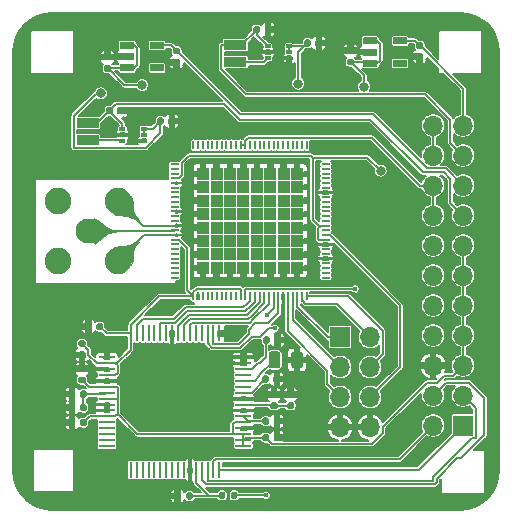
<source format=gtl>
G04 #@! TF.GenerationSoftware,KiCad,Pcbnew,(5.1.10)-1*
G04 #@! TF.CreationDate,2022-03-04T01:02:40-08:00*
G04 #@! TF.ProjectId,Chekov,4368656b-6f76-42e6-9b69-6361645f7063,rev?*
G04 #@! TF.SameCoordinates,Original*
G04 #@! TF.FileFunction,Copper,L1,Top*
G04 #@! TF.FilePolarity,Positive*
%FSLAX46Y46*%
G04 Gerber Fmt 4.6, Leading zero omitted, Abs format (unit mm)*
G04 Created by KiCad (PCBNEW (5.1.10)-1) date 2022-03-04 01:02:40*
%MOMM*%
%LPD*%
G01*
G04 APERTURE LIST*
G04 #@! TA.AperFunction,ComponentPad*
%ADD10O,1.700000X1.700000*%
G04 #@! TD*
G04 #@! TA.AperFunction,ComponentPad*
%ADD11R,1.700000X1.700000*%
G04 #@! TD*
G04 #@! TA.AperFunction,ComponentPad*
%ADD12C,0.568750*%
G04 #@! TD*
G04 #@! TA.AperFunction,SMDPad,CuDef*
%ADD13R,1.137500X1.137500*%
G04 #@! TD*
G04 #@! TA.AperFunction,SMDPad,CuDef*
%ADD14O,0.200000X0.800000*%
G04 #@! TD*
G04 #@! TA.AperFunction,SMDPad,CuDef*
%ADD15O,0.800000X0.200000*%
G04 #@! TD*
G04 #@! TA.AperFunction,SMDPad,CuDef*
%ADD16R,1.346200X0.279400*%
G04 #@! TD*
G04 #@! TA.AperFunction,SMDPad,CuDef*
%ADD17R,0.279400X1.346200*%
G04 #@! TD*
G04 #@! TA.AperFunction,SMDPad,CuDef*
%ADD18R,0.500000X0.300000*%
G04 #@! TD*
G04 #@! TA.AperFunction,SMDPad,CuDef*
%ADD19R,1.900000X0.850000*%
G04 #@! TD*
G04 #@! TA.AperFunction,ComponentPad*
%ADD20C,2.250000*%
G04 #@! TD*
G04 #@! TA.AperFunction,ComponentPad*
%ADD21C,2.100000*%
G04 #@! TD*
G04 #@! TA.AperFunction,ViaPad*
%ADD22C,0.406400*%
G04 #@! TD*
G04 #@! TA.AperFunction,ViaPad*
%ADD23C,0.812800*%
G04 #@! TD*
G04 #@! TA.AperFunction,Conductor*
%ADD24C,0.203200*%
G04 #@! TD*
G04 #@! TA.AperFunction,Conductor*
%ADD25C,0.127000*%
G04 #@! TD*
G04 #@! TA.AperFunction,Conductor*
%ADD26C,0.101600*%
G04 #@! TD*
G04 #@! TA.AperFunction,Conductor*
%ADD27C,0.025400*%
G04 #@! TD*
G04 APERTURE END LIST*
G04 #@! TO.P,R2,2*
G04 #@! TO.N,/uV*
G04 #@! TA.AperFunction,SMDPad,CuDef*
G36*
G01*
X91113580Y-92120300D02*
X91113580Y-91750300D01*
G75*
G02*
X91248580Y-91615300I135000J0D01*
G01*
X91518580Y-91615300D01*
G75*
G02*
X91653580Y-91750300I0J-135000D01*
G01*
X91653580Y-92120300D01*
G75*
G02*
X91518580Y-92255300I-135000J0D01*
G01*
X91248580Y-92255300D01*
G75*
G02*
X91113580Y-92120300I0J135000D01*
G01*
G37*
G04 #@! TD.AperFunction*
G04 #@! TO.P,R2,1*
G04 #@! TO.N,GND*
G04 #@! TA.AperFunction,SMDPad,CuDef*
G36*
G01*
X90093580Y-92120300D02*
X90093580Y-91750300D01*
G75*
G02*
X90228580Y-91615300I135000J0D01*
G01*
X90498580Y-91615300D01*
G75*
G02*
X90633580Y-91750300I0J-135000D01*
G01*
X90633580Y-92120300D01*
G75*
G02*
X90498580Y-92255300I-135000J0D01*
G01*
X90228580Y-92255300D01*
G75*
G02*
X90093580Y-92120300I0J135000D01*
G01*
G37*
G04 #@! TD.AperFunction*
G04 #@! TD*
G04 #@! TO.P,R1,2*
G04 #@! TO.N,/GPIO8*
G04 #@! TA.AperFunction,SMDPad,CuDef*
G36*
G01*
X94903260Y-92072040D02*
X94903260Y-91702040D01*
G75*
G02*
X95038260Y-91567040I135000J0D01*
G01*
X95308260Y-91567040D01*
G75*
G02*
X95443260Y-91702040I0J-135000D01*
G01*
X95443260Y-92072040D01*
G75*
G02*
X95308260Y-92207040I-135000J0D01*
G01*
X95038260Y-92207040D01*
G75*
G02*
X94903260Y-92072040I0J135000D01*
G01*
G37*
G04 #@! TD.AperFunction*
G04 #@! TO.P,R1,1*
G04 #@! TO.N,/uV*
G04 #@! TA.AperFunction,SMDPad,CuDef*
G36*
G01*
X93883260Y-92072040D02*
X93883260Y-91702040D01*
G75*
G02*
X94018260Y-91567040I135000J0D01*
G01*
X94288260Y-91567040D01*
G75*
G02*
X94423260Y-91702040I0J-135000D01*
G01*
X94423260Y-92072040D01*
G75*
G02*
X94288260Y-92207040I-135000J0D01*
G01*
X94018260Y-92207040D01*
G75*
G02*
X93883260Y-92072040I0J135000D01*
G01*
G37*
G04 #@! TD.AperFunction*
G04 #@! TD*
G04 #@! TO.P,C4,2*
G04 #@! TO.N,GND*
G04 #@! TA.AperFunction,SMDPad,CuDef*
G36*
G01*
X97764000Y-52621000D02*
X97764000Y-52281000D01*
G75*
G02*
X97904000Y-52141000I140000J0D01*
G01*
X98184000Y-52141000D01*
G75*
G02*
X98324000Y-52281000I0J-140000D01*
G01*
X98324000Y-52621000D01*
G75*
G02*
X98184000Y-52761000I-140000J0D01*
G01*
X97904000Y-52761000D01*
G75*
G02*
X97764000Y-52621000I0J140000D01*
G01*
G37*
G04 #@! TD.AperFunction*
G04 #@! TO.P,C4,1*
G04 #@! TO.N,/Reg_Out1.8*
G04 #@! TA.AperFunction,SMDPad,CuDef*
G36*
G01*
X96804000Y-52621000D02*
X96804000Y-52281000D01*
G75*
G02*
X96944000Y-52141000I140000J0D01*
G01*
X97224000Y-52141000D01*
G75*
G02*
X97364000Y-52281000I0J-140000D01*
G01*
X97364000Y-52621000D01*
G75*
G02*
X97224000Y-52761000I-140000J0D01*
G01*
X96944000Y-52761000D01*
G75*
G02*
X96804000Y-52621000I0J140000D01*
G01*
G37*
G04 #@! TD.AperFunction*
G04 #@! TD*
G04 #@! TO.P,C8,2*
G04 #@! TO.N,Net-(C8-Pad2)*
G04 #@! TA.AperFunction,SMDPad,CuDef*
G36*
G01*
X99092600Y-79938860D02*
X99092600Y-80888860D01*
G75*
G02*
X98842600Y-81138860I-250000J0D01*
G01*
X98342600Y-81138860D01*
G75*
G02*
X98092600Y-80888860I0J250000D01*
G01*
X98092600Y-79938860D01*
G75*
G02*
X98342600Y-79688860I250000J0D01*
G01*
X98842600Y-79688860D01*
G75*
G02*
X99092600Y-79938860I0J-250000D01*
G01*
G37*
G04 #@! TD.AperFunction*
G04 #@! TO.P,C8,1*
G04 #@! TO.N,GND*
G04 #@! TA.AperFunction,SMDPad,CuDef*
G36*
G01*
X100992600Y-79938860D02*
X100992600Y-80888860D01*
G75*
G02*
X100742600Y-81138860I-250000J0D01*
G01*
X100242600Y-81138860D01*
G75*
G02*
X99992600Y-80888860I0J250000D01*
G01*
X99992600Y-79938860D01*
G75*
G02*
X100242600Y-79688860I250000J0D01*
G01*
X100742600Y-79688860D01*
G75*
G02*
X100992600Y-79938860I0J-250000D01*
G01*
G37*
G04 #@! TD.AperFunction*
G04 #@! TD*
D10*
G04 #@! TO.P,J3,8*
G04 #@! TO.N,GND*
X106680000Y-86106000D03*
G04 #@! TO.P,J3,7*
X104140000Y-86106000D03*
G04 #@! TO.P,J3,6*
G04 #@! TO.N,/hRESET*
X106680000Y-83566000D03*
G04 #@! TO.P,J3,5*
G04 #@! TO.N,/RsRx*
X104140000Y-83566000D03*
G04 #@! TO.P,J3,4*
G04 #@! TO.N,/DATA*
X106680000Y-81026000D03*
G04 #@! TO.P,J3,3*
G04 #@! TO.N,/RsTx*
X104140000Y-81026000D03*
G04 #@! TO.P,J3,2*
G04 #@! TO.N,/ENB*
X106680000Y-78486000D03*
D11*
G04 #@! TO.P,J3,1*
G04 #@! TO.N,/CLK*
X104140000Y-78486000D03*
G04 #@! TD*
D12*
G04 #@! TO.P,U6,101*
G04 #@! TO.N,GND*
X100501250Y-72619250D03*
X100501250Y-71481750D03*
X100501250Y-70344250D03*
X100501250Y-69206750D03*
X100501250Y-68069250D03*
X100501250Y-66931750D03*
X100501250Y-65794250D03*
X100501250Y-64656750D03*
X99363750Y-72619250D03*
X99363750Y-71481750D03*
X99363750Y-70344250D03*
X99363750Y-69206750D03*
X99363750Y-68069250D03*
X99363750Y-66931750D03*
X99363750Y-65794250D03*
X99363750Y-64656750D03*
X98226250Y-72619250D03*
X98226250Y-71481750D03*
X98226250Y-70344250D03*
X98226250Y-69206750D03*
X98226250Y-68069250D03*
X98226250Y-66931750D03*
X98226250Y-65794250D03*
X98226250Y-64656750D03*
X97088750Y-72619250D03*
X97088750Y-71481750D03*
X97088750Y-70344250D03*
X97088750Y-69206750D03*
X97088750Y-68069250D03*
X97088750Y-66931750D03*
X97088750Y-65794250D03*
X97088750Y-64656750D03*
X95951250Y-72619250D03*
X95951250Y-71481750D03*
X95951250Y-70344250D03*
X95951250Y-69206750D03*
X95951250Y-68069250D03*
X95951250Y-66931750D03*
X95951250Y-65794250D03*
X95951250Y-64656750D03*
X94813750Y-72619250D03*
X94813750Y-71481750D03*
X94813750Y-70344250D03*
X94813750Y-69206750D03*
X94813750Y-68069250D03*
X94813750Y-66931750D03*
X94813750Y-65794250D03*
X94813750Y-64656750D03*
X93676250Y-72619250D03*
X93676250Y-71481750D03*
X93676250Y-70344250D03*
X93676250Y-69206750D03*
X93676250Y-68069250D03*
X93676250Y-66931750D03*
X93676250Y-65794250D03*
X93676250Y-64656750D03*
X92538750Y-72619250D03*
X92538750Y-71481750D03*
X92538750Y-70344250D03*
X92538750Y-69206750D03*
X92538750Y-68069250D03*
X92538750Y-66931750D03*
X92538750Y-65794250D03*
X92538750Y-64656750D03*
D13*
X100501250Y-72619250D03*
X100501250Y-71481750D03*
X100501250Y-70344250D03*
X100501250Y-69206750D03*
X100501250Y-68069250D03*
X100501250Y-66931750D03*
X100501250Y-65794250D03*
X100501250Y-64656750D03*
X99363750Y-72619250D03*
X99363750Y-71481750D03*
X99363750Y-70344250D03*
X99363750Y-69206750D03*
X99363750Y-68069250D03*
X99363750Y-66931750D03*
X99363750Y-65794250D03*
X99363750Y-64656750D03*
X98226250Y-72619250D03*
X98226250Y-71481750D03*
X98226250Y-70344250D03*
X98226250Y-69206750D03*
X98226250Y-68069250D03*
X98226250Y-66931750D03*
X98226250Y-65794250D03*
X98226250Y-64656750D03*
X97088750Y-72619250D03*
X97088750Y-71481750D03*
X97088750Y-70344250D03*
X97088750Y-69206750D03*
X97088750Y-68069250D03*
X97088750Y-66931750D03*
X97088750Y-65794250D03*
X97088750Y-64656750D03*
X95951250Y-72619250D03*
X95951250Y-71481750D03*
X95951250Y-70344250D03*
X95951250Y-69206750D03*
X95951250Y-68069250D03*
X95951250Y-66931750D03*
X95951250Y-65794250D03*
X95951250Y-64656750D03*
X94813750Y-72619250D03*
X94813750Y-71481750D03*
X94813750Y-70344250D03*
X94813750Y-69206750D03*
X94813750Y-68069250D03*
X94813750Y-66931750D03*
X94813750Y-65794250D03*
X94813750Y-64656750D03*
X93676250Y-72619250D03*
X93676250Y-71481750D03*
X93676250Y-70344250D03*
X93676250Y-69206750D03*
X93676250Y-68069250D03*
X93676250Y-66931750D03*
X93676250Y-65794250D03*
X93676250Y-64656750D03*
X92538750Y-72619250D03*
X92538750Y-71481750D03*
X92538750Y-70344250D03*
X92538750Y-69206750D03*
X92538750Y-68069250D03*
X92538750Y-66931750D03*
X92538750Y-65794250D03*
X92538750Y-64656750D03*
D14*
G04 #@! TO.P,U6,100*
G04 #@! TO.N,N/C*
X91720000Y-62238000D03*
G04 #@! TO.P,U6,99*
X92120000Y-62238000D03*
G04 #@! TO.P,U6,98*
X92520000Y-62238000D03*
G04 #@! TO.P,U6,97*
X92920000Y-62238000D03*
G04 #@! TO.P,U6,96*
X93320000Y-62238000D03*
G04 #@! TO.P,U6,95*
X93720000Y-62238000D03*
G04 #@! TO.P,U6,94*
X94120000Y-62238000D03*
G04 #@! TO.P,U6,93*
X94520000Y-62238000D03*
G04 #@! TO.P,U6,92*
X94920000Y-62238000D03*
G04 #@! TO.P,U6,91*
X95320000Y-62238000D03*
G04 #@! TO.P,U6,90*
G04 #@! TO.N,+VDDD*
X95720000Y-62238000D03*
G04 #@! TO.P,U6,89*
X96120000Y-62238000D03*
G04 #@! TO.P,U6,88*
G04 #@! TO.N,N/C*
X96520000Y-62238000D03*
G04 #@! TO.P,U6,87*
X96920000Y-62238000D03*
G04 #@! TO.P,U6,86*
X97320000Y-62238000D03*
G04 #@! TO.P,U6,85*
X97720000Y-62238000D03*
G04 #@! TO.P,U6,84*
X98120000Y-62238000D03*
G04 #@! TO.P,U6,83*
X98520000Y-62238000D03*
G04 #@! TO.P,U6,82*
X98920000Y-62238000D03*
G04 #@! TO.P,U6,81*
X99320000Y-62238000D03*
G04 #@! TO.P,U6,80*
X99720000Y-62238000D03*
G04 #@! TO.P,U6,79*
X100120000Y-62238000D03*
G04 #@! TO.P,U6,78*
X100520000Y-62238000D03*
G04 #@! TO.P,U6,77*
X100920000Y-62238000D03*
G04 #@! TO.P,U6,76*
X101320000Y-62238000D03*
D15*
G04 #@! TO.P,U6,75*
X102920000Y-63838000D03*
G04 #@! TO.P,U6,74*
X102920000Y-64238000D03*
G04 #@! TO.P,U6,73*
X102920000Y-64638000D03*
G04 #@! TO.P,U6,72*
X102920000Y-65038000D03*
G04 #@! TO.P,U6,71*
X102920000Y-65438000D03*
G04 #@! TO.P,U6,70*
X102920000Y-65838000D03*
G04 #@! TO.P,U6,69*
G04 #@! TO.N,GND*
X102920000Y-66238000D03*
G04 #@! TO.P,U6,68*
G04 #@! TO.N,N/C*
X102920000Y-66638000D03*
G04 #@! TO.P,U6,67*
X102920000Y-67038000D03*
G04 #@! TO.P,U6,66*
X102920000Y-67438000D03*
G04 #@! TO.P,U6,65*
X102920000Y-67838000D03*
G04 #@! TO.P,U6,64*
X102920000Y-68238000D03*
G04 #@! TO.P,U6,63*
X102920000Y-68638000D03*
G04 #@! TO.P,U6,62*
G04 #@! TO.N,+VBAT*
X102920000Y-69038000D03*
G04 #@! TO.P,U6,61*
G04 #@! TO.N,N/C*
X102920000Y-69438000D03*
G04 #@! TO.P,U6,60*
G04 #@! TO.N,/hRESET*
X102920000Y-69838000D03*
G04 #@! TO.P,U6,59*
G04 #@! TO.N,+VBAT*
X102920000Y-70238000D03*
G04 #@! TO.P,U6,58*
G04 #@! TO.N,GND*
X102920000Y-70638000D03*
G04 #@! TO.P,U6,57*
G04 #@! TO.N,N/C*
X102920000Y-71038000D03*
G04 #@! TO.P,U6,56*
X102920000Y-71438000D03*
G04 #@! TO.P,U6,55*
G04 #@! TO.N,GND*
X102920000Y-71838000D03*
G04 #@! TO.P,U6,54*
G04 #@! TO.N,N/C*
X102920000Y-72238000D03*
G04 #@! TO.P,U6,53*
X102920000Y-72638000D03*
G04 #@! TO.P,U6,52*
X102920000Y-73038000D03*
G04 #@! TO.P,U6,51*
X102920000Y-73438000D03*
D14*
G04 #@! TO.P,U6,50*
G04 #@! TO.N,/DATA*
X101320000Y-75038000D03*
G04 #@! TO.P,U6,49*
G04 #@! TO.N,/ENB*
X100920000Y-75038000D03*
G04 #@! TO.P,U6,48*
G04 #@! TO.N,/CLK*
X100520000Y-75038000D03*
G04 #@! TO.P,U6,47*
G04 #@! TO.N,/RsTx*
X100120000Y-75038000D03*
G04 #@! TO.P,U6,46*
G04 #@! TO.N,/RsRx*
X99720000Y-75038000D03*
G04 #@! TO.P,U6,45*
G04 #@! TO.N,GND*
X99320000Y-75038000D03*
G04 #@! TO.P,U6,44*
G04 #@! TO.N,/GPIO15*
X98920000Y-75038000D03*
G04 #@! TO.P,U6,43*
G04 #@! TO.N,/GPIO14*
X98520000Y-75038000D03*
G04 #@! TO.P,U6,42*
G04 #@! TO.N,/GPIO13*
X98120000Y-75038000D03*
G04 #@! TO.P,U6,41*
G04 #@! TO.N,/GPIO12*
X97720000Y-75038000D03*
G04 #@! TO.P,U6,40*
G04 #@! TO.N,/GPIO11*
X97320000Y-75038000D03*
G04 #@! TO.P,U6,39*
G04 #@! TO.N,/GPIO10*
X96920000Y-75038000D03*
G04 #@! TO.P,U6,38*
G04 #@! TO.N,/GPIO9*
X96520000Y-75038000D03*
G04 #@! TO.P,U6,37*
G04 #@! TO.N,/GPIO8*
X96120000Y-75038000D03*
G04 #@! TO.P,U6,36*
G04 #@! TO.N,+VBAT*
X95720000Y-75038000D03*
G04 #@! TO.P,U6,35*
G04 #@! TO.N,N/C*
X95320000Y-75038000D03*
G04 #@! TO.P,U6,34*
X94920000Y-75038000D03*
G04 #@! TO.P,U6,33*
X94520000Y-75038000D03*
G04 #@! TO.P,U6,32*
X94120000Y-75038000D03*
G04 #@! TO.P,U6,31*
X93720000Y-75038000D03*
G04 #@! TO.P,U6,30*
X93320000Y-75038000D03*
G04 #@! TO.P,U6,29*
X92920000Y-75038000D03*
G04 #@! TO.P,U6,28*
X92520000Y-75038000D03*
G04 #@! TO.P,U6,27*
G04 #@! TO.N,GND*
X92120000Y-75038000D03*
G04 #@! TO.P,U6,26*
G04 #@! TO.N,+VBAT*
X91720000Y-75038000D03*
D15*
G04 #@! TO.P,U6,25*
G04 #@! TO.N,N/C*
X90120000Y-73438000D03*
G04 #@! TO.P,U6,24*
X90120000Y-73038000D03*
G04 #@! TO.P,U6,23*
X90120000Y-72638000D03*
G04 #@! TO.P,U6,22*
X90120000Y-72238000D03*
G04 #@! TO.P,U6,21*
X90120000Y-71838000D03*
G04 #@! TO.P,U6,20*
X90120000Y-71438000D03*
G04 #@! TO.P,U6,19*
X90120000Y-71038000D03*
G04 #@! TO.P,U6,18*
X90120000Y-70638000D03*
G04 #@! TO.P,U6,17*
G04 #@! TO.N,+VBAT*
X90120000Y-70238000D03*
G04 #@! TO.P,U6,16*
G04 #@! TO.N,GND*
X90120000Y-69838000D03*
G04 #@! TO.P,U6,15*
G04 #@! TO.N,/Antenna*
X90120000Y-69438000D03*
G04 #@! TO.P,U6,14*
G04 #@! TO.N,GND*
X90120000Y-69038000D03*
G04 #@! TO.P,U6,13*
G04 #@! TO.N,N/C*
X90120000Y-68638000D03*
G04 #@! TO.P,U6,12*
X90120000Y-68238000D03*
G04 #@! TO.P,U6,11*
G04 #@! TO.N,GND*
X90120000Y-67838000D03*
G04 #@! TO.P,U6,10*
G04 #@! TO.N,N/C*
X90120000Y-67438000D03*
G04 #@! TO.P,U6,9*
X90120000Y-67038000D03*
G04 #@! TO.P,U6,8*
X90120000Y-66638000D03*
G04 #@! TO.P,U6,7*
X90120000Y-66238000D03*
G04 #@! TO.P,U6,6*
X90120000Y-65838000D03*
G04 #@! TO.P,U6,5*
G04 #@! TO.N,GND*
X90120000Y-65438000D03*
G04 #@! TO.P,U6,4*
G04 #@! TO.N,+VBAT*
X90120000Y-65038000D03*
G04 #@! TO.P,U6,3*
G04 #@! TO.N,N/C*
X90120000Y-64638000D03*
G04 #@! TO.P,U6,2*
X90120000Y-64238000D03*
G04 #@! TO.P,U6,1*
X90120000Y-63838000D03*
G04 #@! TD*
G04 #@! TO.P,U5,5*
G04 #@! TO.N,/LDO_Out1.8*
G04 #@! TA.AperFunction,SMDPad,CuDef*
G36*
G01*
X108600000Y-53659700D02*
X108600000Y-53152300D01*
G75*
G02*
X108641300Y-53111000I41300J0D01*
G01*
X109768700Y-53111000D01*
G75*
G02*
X109810000Y-53152300I0J-41300D01*
G01*
X109810000Y-53659700D01*
G75*
G02*
X109768700Y-53701000I-41300J0D01*
G01*
X108641300Y-53701000D01*
G75*
G02*
X108600000Y-53659700I0J41300D01*
G01*
G37*
G04 #@! TD.AperFunction*
G04 #@! TO.P,U5,4*
G04 #@! TO.N,N/C*
G04 #@! TA.AperFunction,SMDPad,CuDef*
G36*
G01*
X108600000Y-55559700D02*
X108600000Y-55052300D01*
G75*
G02*
X108641300Y-55011000I41300J0D01*
G01*
X109768700Y-55011000D01*
G75*
G02*
X109810000Y-55052300I0J-41300D01*
G01*
X109810000Y-55559700D01*
G75*
G02*
X109768700Y-55601000I-41300J0D01*
G01*
X108641300Y-55601000D01*
G75*
G02*
X108600000Y-55559700I0J41300D01*
G01*
G37*
G04 #@! TD.AperFunction*
G04 #@! TO.P,U5,3*
G04 #@! TO.N,/LDO_In1.8*
G04 #@! TA.AperFunction,SMDPad,CuDef*
G36*
G01*
X106090000Y-55559700D02*
X106090000Y-55052300D01*
G75*
G02*
X106131300Y-55011000I41300J0D01*
G01*
X107258700Y-55011000D01*
G75*
G02*
X107300000Y-55052300I0J-41300D01*
G01*
X107300000Y-55559700D01*
G75*
G02*
X107258700Y-55601000I-41300J0D01*
G01*
X106131300Y-55601000D01*
G75*
G02*
X106090000Y-55559700I0J41300D01*
G01*
G37*
G04 #@! TD.AperFunction*
G04 #@! TO.P,U5,2*
G04 #@! TO.N,GND*
G04 #@! TA.AperFunction,SMDPad,CuDef*
G36*
G01*
X106090000Y-54609700D02*
X106090000Y-54102300D01*
G75*
G02*
X106131300Y-54061000I41300J0D01*
G01*
X107258700Y-54061000D01*
G75*
G02*
X107300000Y-54102300I0J-41300D01*
G01*
X107300000Y-54609700D01*
G75*
G02*
X107258700Y-54651000I-41300J0D01*
G01*
X106131300Y-54651000D01*
G75*
G02*
X106090000Y-54609700I0J41300D01*
G01*
G37*
G04 #@! TD.AperFunction*
G04 #@! TO.P,U5,1*
G04 #@! TO.N,/LDO_In1.8*
G04 #@! TA.AperFunction,SMDPad,CuDef*
G36*
G01*
X106090000Y-53659700D02*
X106090000Y-53152300D01*
G75*
G02*
X106131300Y-53111000I41300J0D01*
G01*
X107258700Y-53111000D01*
G75*
G02*
X107300000Y-53152300I0J-41300D01*
G01*
X107300000Y-53659700D01*
G75*
G02*
X107258700Y-53701000I-41300J0D01*
G01*
X106131300Y-53701000D01*
G75*
G02*
X106090000Y-53659700I0J41300D01*
G01*
G37*
G04 #@! TD.AperFunction*
G04 #@! TD*
D16*
G04 #@! TO.P,U4,64*
G04 #@! TO.N,N/C*
X84391500Y-87697000D03*
G04 #@! TO.P,U4,63*
X84391500Y-87197001D03*
G04 #@! TO.P,U4,62*
X84391500Y-86697000D03*
G04 #@! TO.P,U4,61*
X84391500Y-86197001D03*
G04 #@! TO.P,U4,60*
X84391500Y-85696999D03*
G04 #@! TO.P,U4,59*
G04 #@! TO.N,+VIN*
X84391500Y-85197000D03*
G04 #@! TO.P,U4,58*
G04 #@! TO.N,GND*
X84391500Y-84697001D03*
G04 #@! TO.P,U4,57*
X84391500Y-84197000D03*
G04 #@! TO.P,U4,56*
G04 #@! TO.N,+VIN*
X84391500Y-83697000D03*
G04 #@! TO.P,U4,55*
G04 #@! TO.N,Net-(C19-Pad1)*
X84391500Y-83196999D03*
G04 #@! TO.P,U4,54*
G04 #@! TO.N,+VIN*
X84391500Y-82697000D03*
G04 #@! TO.P,U4,53*
G04 #@! TO.N,GND*
X84391500Y-82197001D03*
G04 #@! TO.P,U4,52*
G04 #@! TO.N,+VBAT*
X84391500Y-81696999D03*
G04 #@! TO.P,U4,51*
G04 #@! TO.N,GND*
X84391500Y-81197000D03*
G04 #@! TO.P,U4,50*
G04 #@! TO.N,+VBAT*
X84391500Y-80696999D03*
G04 #@! TO.P,U4,49*
G04 #@! TO.N,GND*
X84391500Y-80197000D03*
D17*
G04 #@! TO.P,U4,48*
G04 #@! TO.N,+VBAT*
X86420000Y-78168500D03*
G04 #@! TO.P,U4,47*
G04 #@! TO.N,/GPIO9*
X86919999Y-78168500D03*
G04 #@! TO.P,U4,46*
G04 #@! TO.N,N/C*
X87420000Y-78168500D03*
G04 #@! TO.P,U4,45*
X87919999Y-78168500D03*
G04 #@! TO.P,U4,44*
X88420001Y-78168500D03*
G04 #@! TO.P,U4,43*
G04 #@! TO.N,/GPIO10*
X88920000Y-78168500D03*
G04 #@! TO.P,U4,42*
G04 #@! TO.N,N/C*
X89419999Y-78168500D03*
G04 #@! TO.P,U4,41*
G04 #@! TO.N,GND*
X89920000Y-78168500D03*
G04 #@! TO.P,U4,40*
G04 #@! TO.N,/GPIO11*
X90420000Y-78168500D03*
G04 #@! TO.P,U4,39*
G04 #@! TO.N,/GPIO12*
X90920001Y-78168500D03*
G04 #@! TO.P,U4,38*
G04 #@! TO.N,/GPIO13*
X91420000Y-78168500D03*
G04 #@! TO.P,U4,37*
G04 #@! TO.N,N/C*
X91919999Y-78168500D03*
G04 #@! TO.P,U4,36*
G04 #@! TO.N,/GPIO14*
X92420001Y-78168500D03*
G04 #@! TO.P,U4,35*
X92920000Y-78168500D03*
G04 #@! TO.P,U4,34*
G04 #@! TO.N,/GPIO15*
X93420001Y-78168500D03*
G04 #@! TO.P,U4,33*
G04 #@! TO.N,GND*
X93920000Y-78168500D03*
D16*
G04 #@! TO.P,U4,32*
X95948500Y-80197000D03*
G04 #@! TO.P,U4,31*
X95948500Y-80696999D03*
G04 #@! TO.P,U4,30*
G04 #@! TO.N,Net-(C9-Pad2)*
X95948500Y-81197000D03*
G04 #@! TO.P,U4,29*
G04 #@! TO.N,N/C*
X95948500Y-81696999D03*
G04 #@! TO.P,U4,28*
G04 #@! TO.N,Net-(C8-Pad2)*
X95948500Y-82197001D03*
G04 #@! TO.P,U4,27*
G04 #@! TO.N,N/C*
X95948500Y-82697000D03*
G04 #@! TO.P,U4,26*
G04 #@! TO.N,Net-(C7-Pad2)*
X95948500Y-83196999D03*
G04 #@! TO.P,U4,25*
G04 #@! TO.N,GND*
X95948500Y-83697000D03*
G04 #@! TO.P,U4,24*
G04 #@! TO.N,Net-(C12-Pad1)*
X95948500Y-84197000D03*
G04 #@! TO.P,U4,23*
G04 #@! TO.N,GND*
X95948500Y-84697001D03*
G04 #@! TO.P,U4,22*
G04 #@! TO.N,+VIN*
X95948500Y-85197000D03*
G04 #@! TO.P,U4,21*
X95948500Y-85696999D03*
G04 #@! TO.P,U4,20*
G04 #@! TO.N,GND*
X95948500Y-86197001D03*
G04 #@! TO.P,U4,19*
G04 #@! TO.N,+VIN*
X95948500Y-86697000D03*
G04 #@! TO.P,U4,18*
X95948500Y-87197001D03*
G04 #@! TO.P,U4,17*
X95948500Y-87697000D03*
D17*
G04 #@! TO.P,U4,16*
G04 #@! TO.N,/E1Plus*
X93920000Y-89725500D03*
G04 #@! TO.P,U4,15*
G04 #@! TO.N,/E1Minus*
X93420001Y-89725500D03*
G04 #@! TO.P,U4,14*
G04 #@! TO.N,/E2Plus*
X92920000Y-89725500D03*
G04 #@! TO.P,U4,13*
G04 #@! TO.N,/E2Minus*
X92420001Y-89725500D03*
G04 #@! TO.P,U4,12*
G04 #@! TO.N,/uV*
X91919999Y-89725500D03*
G04 #@! TO.P,U4,11*
G04 #@! TO.N,GND*
X91420000Y-89725500D03*
G04 #@! TO.P,U4,10*
G04 #@! TO.N,N/C*
X90920001Y-89725500D03*
G04 #@! TO.P,U4,9*
X90420000Y-89725500D03*
G04 #@! TO.P,U4,8*
X89920000Y-89725500D03*
G04 #@! TO.P,U4,7*
X89419999Y-89725500D03*
G04 #@! TO.P,U4,6*
X88920000Y-89725500D03*
G04 #@! TO.P,U4,5*
X88420001Y-89725500D03*
G04 #@! TO.P,U4,4*
X87919999Y-89725500D03*
G04 #@! TO.P,U4,3*
X87420000Y-89725500D03*
G04 #@! TO.P,U4,2*
X86919999Y-89725500D03*
G04 #@! TO.P,U4,1*
X86420000Y-89725500D03*
G04 #@! TD*
G04 #@! TO.P,U3,5*
G04 #@! TO.N,/LDO_Out1.1*
G04 #@! TA.AperFunction,SMDPad,CuDef*
G36*
G01*
X88026000Y-54040700D02*
X88026000Y-53533300D01*
G75*
G02*
X88067300Y-53492000I41300J0D01*
G01*
X89194700Y-53492000D01*
G75*
G02*
X89236000Y-53533300I0J-41300D01*
G01*
X89236000Y-54040700D01*
G75*
G02*
X89194700Y-54082000I-41300J0D01*
G01*
X88067300Y-54082000D01*
G75*
G02*
X88026000Y-54040700I0J41300D01*
G01*
G37*
G04 #@! TD.AperFunction*
G04 #@! TO.P,U3,4*
G04 #@! TO.N,N/C*
G04 #@! TA.AperFunction,SMDPad,CuDef*
G36*
G01*
X88026000Y-55940700D02*
X88026000Y-55433300D01*
G75*
G02*
X88067300Y-55392000I41300J0D01*
G01*
X89194700Y-55392000D01*
G75*
G02*
X89236000Y-55433300I0J-41300D01*
G01*
X89236000Y-55940700D01*
G75*
G02*
X89194700Y-55982000I-41300J0D01*
G01*
X88067300Y-55982000D01*
G75*
G02*
X88026000Y-55940700I0J41300D01*
G01*
G37*
G04 #@! TD.AperFunction*
G04 #@! TO.P,U3,3*
G04 #@! TO.N,/LDO_In1.1*
G04 #@! TA.AperFunction,SMDPad,CuDef*
G36*
G01*
X85516000Y-55940700D02*
X85516000Y-55433300D01*
G75*
G02*
X85557300Y-55392000I41300J0D01*
G01*
X86684700Y-55392000D01*
G75*
G02*
X86726000Y-55433300I0J-41300D01*
G01*
X86726000Y-55940700D01*
G75*
G02*
X86684700Y-55982000I-41300J0D01*
G01*
X85557300Y-55982000D01*
G75*
G02*
X85516000Y-55940700I0J41300D01*
G01*
G37*
G04 #@! TD.AperFunction*
G04 #@! TO.P,U3,2*
G04 #@! TO.N,GND*
G04 #@! TA.AperFunction,SMDPad,CuDef*
G36*
G01*
X85516000Y-54990700D02*
X85516000Y-54483300D01*
G75*
G02*
X85557300Y-54442000I41300J0D01*
G01*
X86684700Y-54442000D01*
G75*
G02*
X86726000Y-54483300I0J-41300D01*
G01*
X86726000Y-54990700D01*
G75*
G02*
X86684700Y-55032000I-41300J0D01*
G01*
X85557300Y-55032000D01*
G75*
G02*
X85516000Y-54990700I0J41300D01*
G01*
G37*
G04 #@! TD.AperFunction*
G04 #@! TO.P,U3,1*
G04 #@! TO.N,/LDO_In1.1*
G04 #@! TA.AperFunction,SMDPad,CuDef*
G36*
G01*
X85516000Y-54040700D02*
X85516000Y-53533300D01*
G75*
G02*
X85557300Y-53492000I41300J0D01*
G01*
X86684700Y-53492000D01*
G75*
G02*
X86726000Y-53533300I0J-41300D01*
G01*
X86726000Y-54040700D01*
G75*
G02*
X86684700Y-54082000I-41300J0D01*
G01*
X85557300Y-54082000D01*
G75*
G02*
X85516000Y-54040700I0J41300D01*
G01*
G37*
G04 #@! TD.AperFunction*
G04 #@! TD*
D18*
G04 #@! TO.P,U2,6*
G04 #@! TO.N,/Reg_In1.8*
X99833000Y-53856000D03*
G04 #@! TO.P,U2,5*
X99833000Y-54356000D03*
G04 #@! TO.P,U2,4*
G04 #@! TO.N,GND*
X99833000Y-54856000D03*
G04 #@! TO.P,U2,3*
G04 #@! TO.N,Net-(L2-Pad2)*
X98033000Y-54856000D03*
G04 #@! TO.P,U2,2*
G04 #@! TO.N,GND*
X98033000Y-54356000D03*
G04 #@! TO.P,U2,1*
G04 #@! TO.N,/Reg_Out1.8*
X98033000Y-53856000D03*
G04 #@! TD*
G04 #@! TO.P,U1,6*
G04 #@! TO.N,/Reg_In1.1*
X87514000Y-60841000D03*
G04 #@! TO.P,U1,5*
X87514000Y-61341000D03*
G04 #@! TO.P,U1,4*
G04 #@! TO.N,GND*
X87514000Y-61841000D03*
G04 #@! TO.P,U1,3*
G04 #@! TO.N,Net-(L1-Pad2)*
X85714000Y-61841000D03*
G04 #@! TO.P,U1,2*
G04 #@! TO.N,GND*
X85714000Y-61341000D03*
G04 #@! TO.P,U1,1*
G04 #@! TO.N,/Reg_Out1.1*
X85714000Y-60841000D03*
G04 #@! TD*
D19*
G04 #@! TO.P,L2,2*
G04 #@! TO.N,Net-(L2-Pad2)*
X95250000Y-55208000D03*
G04 #@! TO.P,L2,1*
G04 #@! TO.N,/Reg_Out1.8*
X95250000Y-53758000D03*
G04 #@! TD*
G04 #@! TO.P,L1,2*
G04 #@! TO.N,Net-(L1-Pad2)*
X82767000Y-61812000D03*
G04 #@! TO.P,L1,1*
G04 #@! TO.N,/Reg_Out1.1*
X82767000Y-60362000D03*
G04 #@! TD*
D20*
G04 #@! TO.P,J2,S4*
G04 #@! TO.N,GND*
X85354000Y-66929000D03*
G04 #@! TO.P,J2,S3*
X85354000Y-72029000D03*
G04 #@! TO.P,J2,S2*
X80254000Y-72029000D03*
G04 #@! TO.P,J2,S1*
X80254000Y-66929000D03*
D21*
G04 #@! TO.P,J2,1*
G04 #@! TO.N,/Antenna*
X82804000Y-69479000D03*
G04 #@! TD*
D10*
G04 #@! TO.P,J1,22*
G04 #@! TO.N,+VBAT*
X112014000Y-60579000D03*
G04 #@! TO.P,J1,21*
G04 #@! TO.N,/LDO_Out1.8*
X114554000Y-60579000D03*
G04 #@! TO.P,J1,20*
G04 #@! TO.N,+VBAT*
X112014000Y-63119000D03*
G04 #@! TO.P,J1,19*
G04 #@! TO.N,/Reg_Out1.8*
X114554000Y-63119000D03*
G04 #@! TO.P,J1,18*
G04 #@! TO.N,+VDDD*
X112014000Y-65659000D03*
G04 #@! TO.P,J1,17*
G04 #@! TO.N,/LDO_Out1.1*
X114554000Y-65659000D03*
G04 #@! TO.P,J1,16*
G04 #@! TO.N,+VDDD*
X112014000Y-68199000D03*
G04 #@! TO.P,J1,15*
G04 #@! TO.N,/Reg_Out1.1*
X114554000Y-68199000D03*
G04 #@! TO.P,J1,14*
G04 #@! TO.N,/LDO_In1.8*
X112014000Y-70739000D03*
G04 #@! TO.P,J1,13*
G04 #@! TO.N,+VIN*
X114554000Y-70739000D03*
G04 #@! TO.P,J1,12*
G04 #@! TO.N,/Reg_In1.8*
X112014000Y-73279000D03*
G04 #@! TO.P,J1,11*
G04 #@! TO.N,+VIN*
X114554000Y-73279000D03*
G04 #@! TO.P,J1,10*
G04 #@! TO.N,/LDO_In1.1*
X112014000Y-75819000D03*
G04 #@! TO.P,J1,9*
G04 #@! TO.N,+VIN*
X114554000Y-75819000D03*
G04 #@! TO.P,J1,8*
G04 #@! TO.N,/Reg_In1.1*
X112014000Y-78359000D03*
G04 #@! TO.P,J1,7*
G04 #@! TO.N,+VIN*
X114554000Y-78359000D03*
G04 #@! TO.P,J1,6*
G04 #@! TO.N,GND*
X112014000Y-80899000D03*
G04 #@! TO.P,J1,5*
G04 #@! TO.N,+VIN*
X114554000Y-80899000D03*
G04 #@! TO.P,J1,4*
G04 #@! TO.N,/E2Minus*
X112014000Y-83439000D03*
G04 #@! TO.P,J1,3*
G04 #@! TO.N,/E2Plus*
X114554000Y-83439000D03*
G04 #@! TO.P,J1,2*
G04 #@! TO.N,/E1Minus*
X112014000Y-85979000D03*
D11*
G04 #@! TO.P,J1,1*
G04 #@! TO.N,/E1Plus*
X114554000Y-85979000D03*
G04 #@! TD*
G04 #@! TO.P,C21,2*
G04 #@! TO.N,/LDO_Out1.8*
G04 #@! TA.AperFunction,SMDPad,CuDef*
G36*
G01*
X111041000Y-54057000D02*
X110701000Y-54057000D01*
G75*
G02*
X110561000Y-53917000I0J140000D01*
G01*
X110561000Y-53637000D01*
G75*
G02*
X110701000Y-53497000I140000J0D01*
G01*
X111041000Y-53497000D01*
G75*
G02*
X111181000Y-53637000I0J-140000D01*
G01*
X111181000Y-53917000D01*
G75*
G02*
X111041000Y-54057000I-140000J0D01*
G01*
G37*
G04 #@! TD.AperFunction*
G04 #@! TO.P,C21,1*
G04 #@! TO.N,GND*
G04 #@! TA.AperFunction,SMDPad,CuDef*
G36*
G01*
X111041000Y-55017000D02*
X110701000Y-55017000D01*
G75*
G02*
X110561000Y-54877000I0J140000D01*
G01*
X110561000Y-54597000D01*
G75*
G02*
X110701000Y-54457000I140000J0D01*
G01*
X111041000Y-54457000D01*
G75*
G02*
X111181000Y-54597000I0J-140000D01*
G01*
X111181000Y-54877000D01*
G75*
G02*
X111041000Y-55017000I-140000J0D01*
G01*
G37*
G04 #@! TD.AperFunction*
G04 #@! TD*
G04 #@! TO.P,C20,2*
G04 #@! TO.N,GND*
G04 #@! TA.AperFunction,SMDPad,CuDef*
G36*
G01*
X81715000Y-84285000D02*
X81715000Y-84625000D01*
G75*
G02*
X81575000Y-84765000I-140000J0D01*
G01*
X81295000Y-84765000D01*
G75*
G02*
X81155000Y-84625000I0J140000D01*
G01*
X81155000Y-84285000D01*
G75*
G02*
X81295000Y-84145000I140000J0D01*
G01*
X81575000Y-84145000D01*
G75*
G02*
X81715000Y-84285000I0J-140000D01*
G01*
G37*
G04 #@! TD.AperFunction*
G04 #@! TO.P,C20,1*
G04 #@! TO.N,Net-(C19-Pad1)*
G04 #@! TA.AperFunction,SMDPad,CuDef*
G36*
G01*
X82675000Y-84285000D02*
X82675000Y-84625000D01*
G75*
G02*
X82535000Y-84765000I-140000J0D01*
G01*
X82255000Y-84765000D01*
G75*
G02*
X82115000Y-84625000I0J140000D01*
G01*
X82115000Y-84285000D01*
G75*
G02*
X82255000Y-84145000I140000J0D01*
G01*
X82535000Y-84145000D01*
G75*
G02*
X82675000Y-84285000I0J-140000D01*
G01*
G37*
G04 #@! TD.AperFunction*
G04 #@! TD*
G04 #@! TO.P,C19,2*
G04 #@! TO.N,GND*
G04 #@! TA.AperFunction,SMDPad,CuDef*
G36*
G01*
X81715000Y-83142000D02*
X81715000Y-83482000D01*
G75*
G02*
X81575000Y-83622000I-140000J0D01*
G01*
X81295000Y-83622000D01*
G75*
G02*
X81155000Y-83482000I0J140000D01*
G01*
X81155000Y-83142000D01*
G75*
G02*
X81295000Y-83002000I140000J0D01*
G01*
X81575000Y-83002000D01*
G75*
G02*
X81715000Y-83142000I0J-140000D01*
G01*
G37*
G04 #@! TD.AperFunction*
G04 #@! TO.P,C19,1*
G04 #@! TO.N,Net-(C19-Pad1)*
G04 #@! TA.AperFunction,SMDPad,CuDef*
G36*
G01*
X82675000Y-83142000D02*
X82675000Y-83482000D01*
G75*
G02*
X82535000Y-83622000I-140000J0D01*
G01*
X82255000Y-83622000D01*
G75*
G02*
X82115000Y-83482000I0J140000D01*
G01*
X82115000Y-83142000D01*
G75*
G02*
X82255000Y-83002000I140000J0D01*
G01*
X82535000Y-83002000D01*
G75*
G02*
X82675000Y-83142000I0J-140000D01*
G01*
G37*
G04 #@! TD.AperFunction*
G04 #@! TD*
G04 #@! TO.P,C18,2*
G04 #@! TO.N,GND*
G04 #@! TA.AperFunction,SMDPad,CuDef*
G36*
G01*
X83112000Y-77427000D02*
X83112000Y-77767000D01*
G75*
G02*
X82972000Y-77907000I-140000J0D01*
G01*
X82692000Y-77907000D01*
G75*
G02*
X82552000Y-77767000I0J140000D01*
G01*
X82552000Y-77427000D01*
G75*
G02*
X82692000Y-77287000I140000J0D01*
G01*
X82972000Y-77287000D01*
G75*
G02*
X83112000Y-77427000I0J-140000D01*
G01*
G37*
G04 #@! TD.AperFunction*
G04 #@! TO.P,C18,1*
G04 #@! TO.N,+VBAT*
G04 #@! TA.AperFunction,SMDPad,CuDef*
G36*
G01*
X84072000Y-77427000D02*
X84072000Y-77767000D01*
G75*
G02*
X83932000Y-77907000I-140000J0D01*
G01*
X83652000Y-77907000D01*
G75*
G02*
X83512000Y-77767000I0J140000D01*
G01*
X83512000Y-77427000D01*
G75*
G02*
X83652000Y-77287000I140000J0D01*
G01*
X83932000Y-77287000D01*
G75*
G02*
X84072000Y-77427000I0J-140000D01*
G01*
G37*
G04 #@! TD.AperFunction*
G04 #@! TD*
G04 #@! TO.P,C17,2*
G04 #@! TO.N,GND*
G04 #@! TA.AperFunction,SMDPad,CuDef*
G36*
G01*
X82126000Y-79702000D02*
X82466000Y-79702000D01*
G75*
G02*
X82606000Y-79842000I0J-140000D01*
G01*
X82606000Y-80122000D01*
G75*
G02*
X82466000Y-80262000I-140000J0D01*
G01*
X82126000Y-80262000D01*
G75*
G02*
X81986000Y-80122000I0J140000D01*
G01*
X81986000Y-79842000D01*
G75*
G02*
X82126000Y-79702000I140000J0D01*
G01*
G37*
G04 #@! TD.AperFunction*
G04 #@! TO.P,C17,1*
G04 #@! TO.N,+VBAT*
G04 #@! TA.AperFunction,SMDPad,CuDef*
G36*
G01*
X82126000Y-78742000D02*
X82466000Y-78742000D01*
G75*
G02*
X82606000Y-78882000I0J-140000D01*
G01*
X82606000Y-79162000D01*
G75*
G02*
X82466000Y-79302000I-140000J0D01*
G01*
X82126000Y-79302000D01*
G75*
G02*
X81986000Y-79162000I0J140000D01*
G01*
X81986000Y-78882000D01*
G75*
G02*
X82126000Y-78742000I140000J0D01*
G01*
G37*
G04 #@! TD.AperFunction*
G04 #@! TD*
G04 #@! TO.P,C16,2*
G04 #@! TO.N,GND*
G04 #@! TA.AperFunction,SMDPad,CuDef*
G36*
G01*
X81715000Y-85555000D02*
X81715000Y-85895000D01*
G75*
G02*
X81575000Y-86035000I-140000J0D01*
G01*
X81295000Y-86035000D01*
G75*
G02*
X81155000Y-85895000I0J140000D01*
G01*
X81155000Y-85555000D01*
G75*
G02*
X81295000Y-85415000I140000J0D01*
G01*
X81575000Y-85415000D01*
G75*
G02*
X81715000Y-85555000I0J-140000D01*
G01*
G37*
G04 #@! TD.AperFunction*
G04 #@! TO.P,C16,1*
G04 #@! TO.N,+VIN*
G04 #@! TA.AperFunction,SMDPad,CuDef*
G36*
G01*
X82675000Y-85555000D02*
X82675000Y-85895000D01*
G75*
G02*
X82535000Y-86035000I-140000J0D01*
G01*
X82255000Y-86035000D01*
G75*
G02*
X82115000Y-85895000I0J140000D01*
G01*
X82115000Y-85555000D01*
G75*
G02*
X82255000Y-85415000I140000J0D01*
G01*
X82535000Y-85415000D01*
G75*
G02*
X82675000Y-85555000I0J-140000D01*
G01*
G37*
G04 #@! TD.AperFunction*
G04 #@! TD*
G04 #@! TO.P,C15,2*
G04 #@! TO.N,GND*
G04 #@! TA.AperFunction,SMDPad,CuDef*
G36*
G01*
X82466000Y-81433000D02*
X82126000Y-81433000D01*
G75*
G02*
X81986000Y-81293000I0J140000D01*
G01*
X81986000Y-81013000D01*
G75*
G02*
X82126000Y-80873000I140000J0D01*
G01*
X82466000Y-80873000D01*
G75*
G02*
X82606000Y-81013000I0J-140000D01*
G01*
X82606000Y-81293000D01*
G75*
G02*
X82466000Y-81433000I-140000J0D01*
G01*
G37*
G04 #@! TD.AperFunction*
G04 #@! TO.P,C15,1*
G04 #@! TO.N,+VIN*
G04 #@! TA.AperFunction,SMDPad,CuDef*
G36*
G01*
X82466000Y-82393000D02*
X82126000Y-82393000D01*
G75*
G02*
X81986000Y-82253000I0J140000D01*
G01*
X81986000Y-81973000D01*
G75*
G02*
X82126000Y-81833000I140000J0D01*
G01*
X82466000Y-81833000D01*
G75*
G02*
X82606000Y-81973000I0J-140000D01*
G01*
X82606000Y-82253000D01*
G75*
G02*
X82466000Y-82393000I-140000J0D01*
G01*
G37*
G04 #@! TD.AperFunction*
G04 #@! TD*
G04 #@! TO.P,C14,2*
G04 #@! TO.N,GND*
G04 #@! TA.AperFunction,SMDPad,CuDef*
G36*
G01*
X105199000Y-54509000D02*
X104859000Y-54509000D01*
G75*
G02*
X104719000Y-54369000I0J140000D01*
G01*
X104719000Y-54089000D01*
G75*
G02*
X104859000Y-53949000I140000J0D01*
G01*
X105199000Y-53949000D01*
G75*
G02*
X105339000Y-54089000I0J-140000D01*
G01*
X105339000Y-54369000D01*
G75*
G02*
X105199000Y-54509000I-140000J0D01*
G01*
G37*
G04 #@! TD.AperFunction*
G04 #@! TO.P,C14,1*
G04 #@! TO.N,/LDO_In1.8*
G04 #@! TA.AperFunction,SMDPad,CuDef*
G36*
G01*
X105199000Y-55469000D02*
X104859000Y-55469000D01*
G75*
G02*
X104719000Y-55329000I0J140000D01*
G01*
X104719000Y-55049000D01*
G75*
G02*
X104859000Y-54909000I140000J0D01*
G01*
X105199000Y-54909000D01*
G75*
G02*
X105339000Y-55049000I0J-140000D01*
G01*
X105339000Y-55329000D01*
G75*
G02*
X105199000Y-55469000I-140000J0D01*
G01*
G37*
G04 #@! TD.AperFunction*
G04 #@! TD*
G04 #@! TO.P,C13,2*
G04 #@! TO.N,/LDO_Out1.1*
G04 #@! TA.AperFunction,SMDPad,CuDef*
G36*
G01*
X90467000Y-54537000D02*
X90127000Y-54537000D01*
G75*
G02*
X89987000Y-54397000I0J140000D01*
G01*
X89987000Y-54117000D01*
G75*
G02*
X90127000Y-53977000I140000J0D01*
G01*
X90467000Y-53977000D01*
G75*
G02*
X90607000Y-54117000I0J-140000D01*
G01*
X90607000Y-54397000D01*
G75*
G02*
X90467000Y-54537000I-140000J0D01*
G01*
G37*
G04 #@! TD.AperFunction*
G04 #@! TO.P,C13,1*
G04 #@! TO.N,GND*
G04 #@! TA.AperFunction,SMDPad,CuDef*
G36*
G01*
X90467000Y-55497000D02*
X90127000Y-55497000D01*
G75*
G02*
X89987000Y-55357000I0J140000D01*
G01*
X89987000Y-55077000D01*
G75*
G02*
X90127000Y-54937000I140000J0D01*
G01*
X90467000Y-54937000D01*
G75*
G02*
X90607000Y-55077000I0J-140000D01*
G01*
X90607000Y-55357000D01*
G75*
G02*
X90467000Y-55497000I-140000J0D01*
G01*
G37*
G04 #@! TD.AperFunction*
G04 #@! TD*
G04 #@! TO.P,C12,2*
G04 #@! TO.N,GND*
G04 #@! TA.AperFunction,SMDPad,CuDef*
G36*
G01*
X98722000Y-83620000D02*
X98382000Y-83620000D01*
G75*
G02*
X98242000Y-83480000I0J140000D01*
G01*
X98242000Y-83200000D01*
G75*
G02*
X98382000Y-83060000I140000J0D01*
G01*
X98722000Y-83060000D01*
G75*
G02*
X98862000Y-83200000I0J-140000D01*
G01*
X98862000Y-83480000D01*
G75*
G02*
X98722000Y-83620000I-140000J0D01*
G01*
G37*
G04 #@! TD.AperFunction*
G04 #@! TO.P,C12,1*
G04 #@! TO.N,Net-(C12-Pad1)*
G04 #@! TA.AperFunction,SMDPad,CuDef*
G36*
G01*
X98722000Y-84580000D02*
X98382000Y-84580000D01*
G75*
G02*
X98242000Y-84440000I0J140000D01*
G01*
X98242000Y-84160000D01*
G75*
G02*
X98382000Y-84020000I140000J0D01*
G01*
X98722000Y-84020000D01*
G75*
G02*
X98862000Y-84160000I0J-140000D01*
G01*
X98862000Y-84440000D01*
G75*
G02*
X98722000Y-84580000I-140000J0D01*
G01*
G37*
G04 #@! TD.AperFunction*
G04 #@! TD*
G04 #@! TO.P,C11,2*
G04 #@! TO.N,GND*
G04 #@! TA.AperFunction,SMDPad,CuDef*
G36*
G01*
X98526000Y-87165000D02*
X98526000Y-86825000D01*
G75*
G02*
X98666000Y-86685000I140000J0D01*
G01*
X98946000Y-86685000D01*
G75*
G02*
X99086000Y-86825000I0J-140000D01*
G01*
X99086000Y-87165000D01*
G75*
G02*
X98946000Y-87305000I-140000J0D01*
G01*
X98666000Y-87305000D01*
G75*
G02*
X98526000Y-87165000I0J140000D01*
G01*
G37*
G04 #@! TD.AperFunction*
G04 #@! TO.P,C11,1*
G04 #@! TO.N,+VIN*
G04 #@! TA.AperFunction,SMDPad,CuDef*
G36*
G01*
X97566000Y-87165000D02*
X97566000Y-86825000D01*
G75*
G02*
X97706000Y-86685000I140000J0D01*
G01*
X97986000Y-86685000D01*
G75*
G02*
X98126000Y-86825000I0J-140000D01*
G01*
X98126000Y-87165000D01*
G75*
G02*
X97986000Y-87305000I-140000J0D01*
G01*
X97706000Y-87305000D01*
G75*
G02*
X97566000Y-87165000I0J140000D01*
G01*
G37*
G04 #@! TD.AperFunction*
G04 #@! TD*
G04 #@! TO.P,C10,2*
G04 #@! TO.N,GND*
G04 #@! TA.AperFunction,SMDPad,CuDef*
G36*
G01*
X98526000Y-85768000D02*
X98526000Y-85428000D01*
G75*
G02*
X98666000Y-85288000I140000J0D01*
G01*
X98946000Y-85288000D01*
G75*
G02*
X99086000Y-85428000I0J-140000D01*
G01*
X99086000Y-85768000D01*
G75*
G02*
X98946000Y-85908000I-140000J0D01*
G01*
X98666000Y-85908000D01*
G75*
G02*
X98526000Y-85768000I0J140000D01*
G01*
G37*
G04 #@! TD.AperFunction*
G04 #@! TO.P,C10,1*
G04 #@! TO.N,+VIN*
G04 #@! TA.AperFunction,SMDPad,CuDef*
G36*
G01*
X97566000Y-85768000D02*
X97566000Y-85428000D01*
G75*
G02*
X97706000Y-85288000I140000J0D01*
G01*
X97986000Y-85288000D01*
G75*
G02*
X98126000Y-85428000I0J-140000D01*
G01*
X98126000Y-85768000D01*
G75*
G02*
X97986000Y-85908000I-140000J0D01*
G01*
X97706000Y-85908000D01*
G75*
G02*
X97566000Y-85768000I0J140000D01*
G01*
G37*
G04 #@! TD.AperFunction*
G04 #@! TD*
G04 #@! TO.P,C9,2*
G04 #@! TO.N,Net-(C9-Pad2)*
G04 #@! TA.AperFunction,SMDPad,CuDef*
G36*
G01*
X98174200Y-78570000D02*
X98174200Y-78910000D01*
G75*
G02*
X98034200Y-79050000I-140000J0D01*
G01*
X97754200Y-79050000D01*
G75*
G02*
X97614200Y-78910000I0J140000D01*
G01*
X97614200Y-78570000D01*
G75*
G02*
X97754200Y-78430000I140000J0D01*
G01*
X98034200Y-78430000D01*
G75*
G02*
X98174200Y-78570000I0J-140000D01*
G01*
G37*
G04 #@! TD.AperFunction*
G04 #@! TO.P,C9,1*
G04 #@! TO.N,GND*
G04 #@! TA.AperFunction,SMDPad,CuDef*
G36*
G01*
X99134200Y-78570000D02*
X99134200Y-78910000D01*
G75*
G02*
X98994200Y-79050000I-140000J0D01*
G01*
X98714200Y-79050000D01*
G75*
G02*
X98574200Y-78910000I0J140000D01*
G01*
X98574200Y-78570000D01*
G75*
G02*
X98714200Y-78430000I140000J0D01*
G01*
X98994200Y-78430000D01*
G75*
G02*
X99134200Y-78570000I0J-140000D01*
G01*
G37*
G04 #@! TD.AperFunction*
G04 #@! TD*
G04 #@! TO.P,C7,2*
G04 #@! TO.N,Net-(C7-Pad2)*
G04 #@! TA.AperFunction,SMDPad,CuDef*
G36*
G01*
X98098000Y-81872000D02*
X98098000Y-82212000D01*
G75*
G02*
X97958000Y-82352000I-140000J0D01*
G01*
X97678000Y-82352000D01*
G75*
G02*
X97538000Y-82212000I0J140000D01*
G01*
X97538000Y-81872000D01*
G75*
G02*
X97678000Y-81732000I140000J0D01*
G01*
X97958000Y-81732000D01*
G75*
G02*
X98098000Y-81872000I0J-140000D01*
G01*
G37*
G04 #@! TD.AperFunction*
G04 #@! TO.P,C7,1*
G04 #@! TO.N,GND*
G04 #@! TA.AperFunction,SMDPad,CuDef*
G36*
G01*
X99058000Y-81872000D02*
X99058000Y-82212000D01*
G75*
G02*
X98918000Y-82352000I-140000J0D01*
G01*
X98638000Y-82352000D01*
G75*
G02*
X98498000Y-82212000I0J140000D01*
G01*
X98498000Y-81872000D01*
G75*
G02*
X98638000Y-81732000I140000J0D01*
G01*
X98918000Y-81732000D01*
G75*
G02*
X99058000Y-81872000I0J-140000D01*
G01*
G37*
G04 #@! TD.AperFunction*
G04 #@! TD*
G04 #@! TO.P,C6,2*
G04 #@! TO.N,GND*
G04 #@! TA.AperFunction,SMDPad,CuDef*
G36*
G01*
X100119000Y-83620000D02*
X99779000Y-83620000D01*
G75*
G02*
X99639000Y-83480000I0J140000D01*
G01*
X99639000Y-83200000D01*
G75*
G02*
X99779000Y-83060000I140000J0D01*
G01*
X100119000Y-83060000D01*
G75*
G02*
X100259000Y-83200000I0J-140000D01*
G01*
X100259000Y-83480000D01*
G75*
G02*
X100119000Y-83620000I-140000J0D01*
G01*
G37*
G04 #@! TD.AperFunction*
G04 #@! TO.P,C6,1*
G04 #@! TO.N,Net-(C12-Pad1)*
G04 #@! TA.AperFunction,SMDPad,CuDef*
G36*
G01*
X100119000Y-84580000D02*
X99779000Y-84580000D01*
G75*
G02*
X99639000Y-84440000I0J140000D01*
G01*
X99639000Y-84160000D01*
G75*
G02*
X99779000Y-84020000I140000J0D01*
G01*
X100119000Y-84020000D01*
G75*
G02*
X100259000Y-84160000I0J-140000D01*
G01*
X100259000Y-84440000D01*
G75*
G02*
X100119000Y-84580000I-140000J0D01*
G01*
G37*
G04 #@! TD.AperFunction*
G04 #@! TD*
G04 #@! TO.P,C5,2*
G04 #@! TO.N,GND*
G04 #@! TA.AperFunction,SMDPad,CuDef*
G36*
G01*
X84625000Y-55045000D02*
X84285000Y-55045000D01*
G75*
G02*
X84145000Y-54905000I0J140000D01*
G01*
X84145000Y-54625000D01*
G75*
G02*
X84285000Y-54485000I140000J0D01*
G01*
X84625000Y-54485000D01*
G75*
G02*
X84765000Y-54625000I0J-140000D01*
G01*
X84765000Y-54905000D01*
G75*
G02*
X84625000Y-55045000I-140000J0D01*
G01*
G37*
G04 #@! TD.AperFunction*
G04 #@! TO.P,C5,1*
G04 #@! TO.N,/LDO_In1.1*
G04 #@! TA.AperFunction,SMDPad,CuDef*
G36*
G01*
X84625000Y-56005000D02*
X84285000Y-56005000D01*
G75*
G02*
X84145000Y-55865000I0J140000D01*
G01*
X84145000Y-55585000D01*
G75*
G02*
X84285000Y-55445000I140000J0D01*
G01*
X84625000Y-55445000D01*
G75*
G02*
X84765000Y-55585000I0J-140000D01*
G01*
X84765000Y-55865000D01*
G75*
G02*
X84625000Y-56005000I-140000J0D01*
G01*
G37*
G04 #@! TD.AperFunction*
G04 #@! TD*
G04 #@! TO.P,C3,2*
G04 #@! TO.N,GND*
G04 #@! TA.AperFunction,SMDPad,CuDef*
G36*
G01*
X85290000Y-59479000D02*
X85290000Y-59139000D01*
G75*
G02*
X85430000Y-58999000I140000J0D01*
G01*
X85710000Y-58999000D01*
G75*
G02*
X85850000Y-59139000I0J-140000D01*
G01*
X85850000Y-59479000D01*
G75*
G02*
X85710000Y-59619000I-140000J0D01*
G01*
X85430000Y-59619000D01*
G75*
G02*
X85290000Y-59479000I0J140000D01*
G01*
G37*
G04 #@! TD.AperFunction*
G04 #@! TO.P,C3,1*
G04 #@! TO.N,/Reg_Out1.1*
G04 #@! TA.AperFunction,SMDPad,CuDef*
G36*
G01*
X84330000Y-59479000D02*
X84330000Y-59139000D01*
G75*
G02*
X84470000Y-58999000I140000J0D01*
G01*
X84750000Y-58999000D01*
G75*
G02*
X84890000Y-59139000I0J-140000D01*
G01*
X84890000Y-59479000D01*
G75*
G02*
X84750000Y-59619000I-140000J0D01*
G01*
X84470000Y-59619000D01*
G75*
G02*
X84330000Y-59479000I0J140000D01*
G01*
G37*
G04 #@! TD.AperFunction*
G04 #@! TD*
G04 #@! TO.P,C2,2*
G04 #@! TO.N,GND*
G04 #@! TA.AperFunction,SMDPad,CuDef*
G36*
G01*
X102054000Y-53764000D02*
X102054000Y-53424000D01*
G75*
G02*
X102194000Y-53284000I140000J0D01*
G01*
X102474000Y-53284000D01*
G75*
G02*
X102614000Y-53424000I0J-140000D01*
G01*
X102614000Y-53764000D01*
G75*
G02*
X102474000Y-53904000I-140000J0D01*
G01*
X102194000Y-53904000D01*
G75*
G02*
X102054000Y-53764000I0J140000D01*
G01*
G37*
G04 #@! TD.AperFunction*
G04 #@! TO.P,C2,1*
G04 #@! TO.N,/Reg_In1.8*
G04 #@! TA.AperFunction,SMDPad,CuDef*
G36*
G01*
X101094000Y-53764000D02*
X101094000Y-53424000D01*
G75*
G02*
X101234000Y-53284000I140000J0D01*
G01*
X101514000Y-53284000D01*
G75*
G02*
X101654000Y-53424000I0J-140000D01*
G01*
X101654000Y-53764000D01*
G75*
G02*
X101514000Y-53904000I-140000J0D01*
G01*
X101234000Y-53904000D01*
G75*
G02*
X101094000Y-53764000I0J140000D01*
G01*
G37*
G04 #@! TD.AperFunction*
G04 #@! TD*
G04 #@! TO.P,C1,2*
G04 #@! TO.N,GND*
G04 #@! TA.AperFunction,SMDPad,CuDef*
G36*
G01*
X89608000Y-60368000D02*
X89608000Y-60028000D01*
G75*
G02*
X89748000Y-59888000I140000J0D01*
G01*
X90028000Y-59888000D01*
G75*
G02*
X90168000Y-60028000I0J-140000D01*
G01*
X90168000Y-60368000D01*
G75*
G02*
X90028000Y-60508000I-140000J0D01*
G01*
X89748000Y-60508000D01*
G75*
G02*
X89608000Y-60368000I0J140000D01*
G01*
G37*
G04 #@! TD.AperFunction*
G04 #@! TO.P,C1,1*
G04 #@! TO.N,/Reg_In1.1*
G04 #@! TA.AperFunction,SMDPad,CuDef*
G36*
G01*
X88648000Y-60368000D02*
X88648000Y-60028000D01*
G75*
G02*
X88788000Y-59888000I140000J0D01*
G01*
X89068000Y-59888000D01*
G75*
G02*
X89208000Y-60028000I0J-140000D01*
G01*
X89208000Y-60368000D01*
G75*
G02*
X89068000Y-60508000I-140000J0D01*
G01*
X88788000Y-60508000D01*
G75*
G02*
X88648000Y-60368000I0J140000D01*
G01*
G37*
G04 #@! TD.AperFunction*
G04 #@! TD*
D22*
G04 #@! TO.N,GND*
X89037160Y-76177140D03*
X107716320Y-75580240D03*
X107342940Y-69413120D03*
X82798920Y-91412060D03*
X101683820Y-58719720D03*
X97304860Y-86245700D03*
X96768920Y-79268320D03*
X95676720Y-77845920D03*
D23*
G04 #@! TO.N,+VBAT*
X107569000Y-64389000D03*
D22*
G04 #@! TO.N,/GPIO14*
X98637706Y-77724000D03*
X97917000Y-76581000D03*
D23*
G04 #@! TO.N,/Reg_In1.1*
X83883500Y-57848500D03*
G04 #@! TO.N,/Reg_In1.8*
X100584000Y-57023000D03*
G04 #@! TO.N,/LDO_In1.1*
X87376000Y-57150000D03*
G04 #@! TO.N,/LDO_In1.8*
X106172000Y-57277000D03*
D22*
G04 #@! TO.N,/GPIO8*
X105420160Y-74406760D03*
X97886520Y-91887040D03*
G04 #@! TD*
D24*
G04 #@! TO.N,GND*
X87515000Y-69838000D02*
X90620000Y-69838000D01*
X90620000Y-69038000D02*
X87453000Y-69038000D01*
X85354000Y-66939000D02*
X85407500Y-66992500D01*
X85354000Y-66929000D02*
X85354000Y-66939000D01*
X85407500Y-66992500D02*
X85344000Y-66929000D01*
X87453000Y-69038000D02*
X85407500Y-66992500D01*
X85354000Y-71999000D02*
X85407500Y-71945500D01*
X85354000Y-72029000D02*
X85354000Y-71999000D01*
X85407500Y-71945500D02*
X87515000Y-69838000D01*
X85344000Y-72009000D02*
X85407500Y-71945500D01*
G04 #@! TO.N,+VBAT*
X85115781Y-80696999D02*
X84391500Y-80696999D01*
X85293201Y-80874419D02*
X85115781Y-80696999D01*
X85293201Y-81519581D02*
X85293201Y-80874419D01*
X85115783Y-81696999D02*
X85293201Y-81519581D01*
X84391500Y-81696999D02*
X85115783Y-81696999D01*
X82834610Y-79560610D02*
X82296000Y-79022000D01*
X82834610Y-80016409D02*
X82834610Y-79560610D01*
X83515200Y-80696999D02*
X82834610Y-80016409D01*
X84391500Y-80696999D02*
X83515200Y-80696999D01*
X84363500Y-78168500D02*
X83792000Y-77597000D01*
X86420000Y-78168500D02*
X84363500Y-78168500D01*
X86420000Y-79544799D02*
X86420000Y-78168500D01*
X85267800Y-80696999D02*
X86420000Y-79544799D01*
X84391500Y-80696999D02*
X85267800Y-80696999D01*
X91211390Y-74529390D02*
X91720000Y-75038000D01*
X91211390Y-70964666D02*
X91211390Y-74529390D01*
X90484724Y-70238000D02*
X91211390Y-70964666D01*
X90120000Y-70238000D02*
X90484724Y-70238000D01*
X88826217Y-75038000D02*
X86420000Y-77444217D01*
X86420000Y-77444217D02*
X86420000Y-78168500D01*
X91720000Y-75038000D02*
X88826217Y-75038000D01*
X102291390Y-69285610D02*
X102539000Y-69038000D01*
X102316800Y-70238000D02*
X102291390Y-70212590D01*
X102539000Y-69038000D02*
X102920000Y-69038000D01*
X102291390Y-70212590D02*
X102291390Y-69285610D01*
X102920000Y-70238000D02*
X102316800Y-70238000D01*
X90484724Y-65038000D02*
X90120000Y-65038000D01*
X90748610Y-63741086D02*
X90748610Y-64774114D01*
X91345306Y-63144390D02*
X90748610Y-63741086D01*
X101694694Y-63144390D02*
X91345306Y-63144390D01*
X101828610Y-63278306D02*
X101694694Y-63144390D01*
X101828610Y-68549810D02*
X101828610Y-63278306D01*
X102316800Y-69038000D02*
X101828610Y-68549810D01*
X90748610Y-64774114D02*
X90484724Y-65038000D01*
X102920000Y-69038000D02*
X102316800Y-69038000D01*
X112014000Y-63119000D02*
X112014000Y-60579000D01*
X106458306Y-63278306D02*
X101828610Y-63278306D01*
X107569000Y-64389000D02*
X107569000Y-64389000D01*
X107569000Y-64389000D02*
X106458306Y-63278306D01*
X95720000Y-74787660D02*
X95714820Y-74782480D01*
X95720000Y-75038000D02*
X95720000Y-74787660D01*
X95714820Y-74404220D02*
X95717360Y-74401680D01*
X95714820Y-74782480D02*
X95714820Y-74404220D01*
X91720000Y-74673276D02*
X91720000Y-75038000D01*
X91989056Y-74404220D02*
X91720000Y-74673276D01*
X95714820Y-74404220D02*
X91989056Y-74404220D01*
G04 #@! TO.N,+VDDD*
X112014000Y-68199000D02*
X112014000Y-65659000D01*
X112014000Y-65659000D02*
X110871000Y-65659000D01*
X96120000Y-61873276D02*
X96120000Y-62238000D01*
X96383886Y-61609390D02*
X96120000Y-61873276D01*
X106821390Y-61609390D02*
X96383886Y-61609390D01*
X110871000Y-65659000D02*
X106821390Y-61609390D01*
X95720000Y-62238000D02*
X96120000Y-62238000D01*
G04 #@! TO.N,/RsTx*
X100120000Y-77006000D02*
X100120000Y-75038000D01*
X104140000Y-81026000D02*
X100120000Y-77006000D01*
G04 #@! TO.N,/RsRx*
X103061399Y-82487399D02*
X103061399Y-81318999D01*
X104140000Y-83566000D02*
X103061399Y-82487399D01*
X99720000Y-77977600D02*
X99720000Y-75038000D01*
X103061399Y-81318999D02*
X99720000Y-77977600D01*
G04 #@! TO.N,/GPIO10*
X96392891Y-75996820D02*
X96920000Y-75469711D01*
X96371242Y-75996820D02*
X96392891Y-75996820D01*
X96094432Y-76273630D02*
X96371242Y-75996820D01*
X96920000Y-75469711D02*
X96920000Y-75038000D01*
X91189618Y-76273630D02*
X96094432Y-76273630D01*
X88945401Y-77266799D02*
X90196450Y-77266799D01*
X90196450Y-77266799D02*
X91189618Y-76273630D01*
X88920000Y-77292200D02*
X88945401Y-77266799D01*
X88920000Y-78168500D02*
X88920000Y-77292200D01*
G04 #@! TO.N,/GPIO9*
X96256112Y-75666612D02*
X96520000Y-75402724D01*
X96234464Y-75666612D02*
X96256112Y-75666612D01*
X95957656Y-75943420D02*
X96234464Y-75666612D01*
X91052841Y-75943420D02*
X95957656Y-75943420D01*
X87427629Y-76936589D02*
X90059673Y-76936589D01*
X96520000Y-75402724D02*
X96520000Y-75038000D01*
X86919999Y-77444219D02*
X87427629Y-76936589D01*
X90059673Y-76936589D02*
X91052841Y-75943420D01*
X86919999Y-78168500D02*
X86919999Y-77444219D01*
G04 #@! TO.N,/GPIO13*
X98120000Y-75670670D02*
X98120000Y-75038000D01*
X96803220Y-76987450D02*
X98120000Y-75670670D01*
X91599957Y-77264260D02*
X96504760Y-77264260D01*
X91420000Y-77444217D02*
X91599957Y-77264260D01*
X91420000Y-78168500D02*
X91420000Y-77444217D01*
X96781570Y-76987450D02*
X96803220Y-76987450D01*
X96504760Y-77264260D02*
X96781570Y-76987450D01*
G04 #@! TO.N,/GPIO14*
X98637706Y-77724000D02*
X98637706Y-77724000D01*
X98520000Y-75978000D02*
X98520000Y-75038000D01*
X97917000Y-76581000D02*
X98520000Y-75978000D01*
X98078906Y-77724000D02*
X98637706Y-77724000D01*
X97369303Y-78433603D02*
X98078906Y-77724000D01*
X96662449Y-78433603D02*
X97369303Y-78433603D01*
X95695642Y-79400411D02*
X96662449Y-78433603D01*
X93308625Y-79400411D02*
X95695642Y-79400411D01*
X92920000Y-79011786D02*
X93308625Y-79400411D01*
X92920000Y-78168500D02*
X92920000Y-79011786D01*
G04 #@! TO.N,/GPIO15*
X93445402Y-79070201D02*
X93420001Y-79044800D01*
X96443801Y-78185265D02*
X95558865Y-79070201D01*
X96443801Y-77848459D02*
X96443801Y-78185265D01*
X96974602Y-77317658D02*
X96443801Y-77848459D01*
X93420001Y-79044800D02*
X93420001Y-78168500D01*
X98069342Y-77317658D02*
X96974602Y-77317658D01*
X98920000Y-76467000D02*
X98069342Y-77317658D01*
X95558865Y-79070201D02*
X93445402Y-79070201D01*
X98920000Y-75038000D02*
X98920000Y-76467000D01*
G04 #@! TO.N,/GPIO12*
X97720000Y-75603684D02*
X97720000Y-75038000D01*
X96367984Y-76934050D02*
X96644792Y-76657242D01*
X96666442Y-76657242D02*
X97720000Y-75603684D01*
X96644792Y-76657242D02*
X96666442Y-76657242D01*
X91463172Y-76934050D02*
X96367984Y-76934050D01*
X90920001Y-77477221D02*
X91463172Y-76934050D01*
X90920001Y-78168500D02*
X90920001Y-77477221D01*
G04 #@! TO.N,/GPIO11*
X97320000Y-75536698D02*
X97320000Y-75038000D01*
X96529664Y-76327034D02*
X97320000Y-75536698D01*
X96508014Y-76327034D02*
X96529664Y-76327034D01*
X96231208Y-76603840D02*
X96508014Y-76327034D01*
X91326395Y-76603840D02*
X96231208Y-76603840D01*
X90420000Y-77510236D02*
X91326395Y-76603840D01*
X90420000Y-78168500D02*
X90420000Y-77510236D01*
G04 #@! TO.N,Net-(L1-Pad2)*
X85685000Y-61812000D02*
X85714000Y-61841000D01*
X82767000Y-61812000D02*
X85685000Y-61812000D01*
G04 #@! TO.N,Net-(L2-Pad2)*
X97681000Y-55208000D02*
X98033000Y-54856000D01*
X95250000Y-55208000D02*
X97681000Y-55208000D01*
G04 #@! TO.N,/Reg_In1.1*
X87514000Y-61341000D02*
X87514000Y-60841000D01*
X88285000Y-60841000D02*
X88928000Y-60198000D01*
X87514000Y-60841000D02*
X88285000Y-60841000D01*
X88928000Y-61238482D02*
X88928000Y-60198000D01*
X81634119Y-62465601D02*
X87700881Y-62465601D01*
X81588399Y-62419881D02*
X81634119Y-62465601D01*
X81588399Y-59754119D02*
X81588399Y-62419881D01*
X87700881Y-62465601D02*
X88928000Y-61238482D01*
X83430518Y-57912000D02*
X81588399Y-59754119D01*
X83820000Y-57912000D02*
X83430518Y-57912000D01*
G04 #@! TO.N,/Reg_In1.8*
X101112000Y-53856000D02*
X101374000Y-53594000D01*
X99833000Y-53856000D02*
X101112000Y-53856000D01*
X99833000Y-54356000D02*
X99833000Y-53856000D01*
X100584000Y-54384000D02*
X101374000Y-53594000D01*
X100584000Y-57023000D02*
X100584000Y-54384000D01*
G04 #@! TO.N,/Reg_Out1.1*
X83557000Y-60362000D02*
X84610000Y-59309000D01*
X82767000Y-60362000D02*
X83557000Y-60362000D01*
X85714000Y-60413000D02*
X84610000Y-59309000D01*
X85714000Y-60841000D02*
X85714000Y-60413000D01*
X111136811Y-64527811D02*
X106680000Y-60071000D01*
X113475399Y-65088399D02*
X112914811Y-64527811D01*
X112914811Y-64527811D02*
X111136811Y-64527811D01*
X113475399Y-67120399D02*
X113475399Y-65088399D01*
X114554000Y-68199000D02*
X113475399Y-67120399D01*
X85148610Y-58770390D02*
X84610000Y-59309000D01*
X94343404Y-58770390D02*
X85148610Y-58770390D01*
X95644014Y-60071000D02*
X94343404Y-58770390D01*
X106680000Y-60071000D02*
X95644014Y-60071000D01*
G04 #@! TO.N,/Reg_Out1.8*
X97084000Y-52907000D02*
X98033000Y-53856000D01*
X97084000Y-52451000D02*
X97084000Y-52907000D01*
X95777000Y-53758000D02*
X97084000Y-52451000D01*
X95250000Y-53758000D02*
X95777000Y-53758000D01*
X94071399Y-55815881D02*
X96167518Y-57912000D01*
X94071399Y-53783401D02*
X94071399Y-55815881D01*
X94096800Y-53758000D02*
X94071399Y-53783401D01*
X95250000Y-53758000D02*
X94096800Y-53758000D01*
X113475399Y-62040399D02*
X114554000Y-63119000D01*
X113475399Y-60061271D02*
X113475399Y-62040399D01*
X111326128Y-57912000D02*
X113475399Y-60061271D01*
X111326128Y-57912000D02*
X96167518Y-57912000D01*
G04 #@! TO.N,Net-(C12-Pad1)*
X98449000Y-84197000D02*
X98552000Y-84300000D01*
X95948500Y-84197000D02*
X98449000Y-84197000D01*
X98552000Y-84300000D02*
X99949000Y-84300000D01*
G04 #@! TO.N,Net-(C7-Pad2)*
X96663001Y-83196999D02*
X97818000Y-82042000D01*
X95948500Y-83196999D02*
X96663001Y-83196999D01*
G04 #@! TO.N,Net-(C8-Pad2)*
X98262400Y-80766306D02*
X98262400Y-80365600D01*
X97309390Y-81697070D02*
X98592600Y-80413860D01*
X97309390Y-81806330D02*
X97309390Y-81697070D01*
X96918719Y-82197001D02*
X97309390Y-81806330D01*
X95948500Y-82197001D02*
X96918719Y-82197001D01*
G04 #@! TO.N,Net-(C9-Pad2)*
X95948500Y-81197000D02*
X96672781Y-81197000D01*
X97200721Y-80669060D02*
X97341760Y-80669060D01*
X96672781Y-81197000D02*
X97200721Y-80669060D01*
X97863990Y-78770210D02*
X97894200Y-78740000D01*
X97863990Y-80146830D02*
X97863990Y-78770210D01*
X97341760Y-80669060D02*
X97863990Y-80146830D01*
G04 #@! TO.N,+VIN*
X82880000Y-82697000D02*
X84391500Y-82697000D01*
X82296000Y-82113000D02*
X82880000Y-82697000D01*
X85115783Y-85197000D02*
X84391500Y-85197000D01*
X85293201Y-85019582D02*
X85115783Y-85197000D01*
X85293201Y-83722401D02*
X85293201Y-85019582D01*
X85267800Y-83697000D02*
X85293201Y-83722401D01*
X82923000Y-85197000D02*
X82395000Y-85725000D01*
X84391500Y-85197000D02*
X82923000Y-85197000D01*
X85267800Y-82697000D02*
X84391500Y-82697000D01*
X85293201Y-82722401D02*
X85267800Y-82697000D01*
X85293201Y-83671599D02*
X85293201Y-82722401D01*
X85267800Y-83697000D02*
X85293201Y-83671599D01*
X84391500Y-83697000D02*
X85267800Y-83697000D01*
X96349500Y-85598000D02*
X95948500Y-85197000D01*
X96294001Y-85696999D02*
X96393000Y-85598000D01*
X95948500Y-85696999D02*
X96294001Y-85696999D01*
X96393000Y-85598000D02*
X96349500Y-85598000D01*
X97846000Y-85598000D02*
X96393000Y-85598000D01*
X95948500Y-87697000D02*
X95948500Y-87197001D01*
X95948500Y-87197001D02*
X95948500Y-86697000D01*
X96150501Y-86995000D02*
X95948500Y-87197001D01*
X97846000Y-86995000D02*
X96150501Y-86995000D01*
X95224220Y-85696999D02*
X95948500Y-85696999D01*
X95046799Y-85874420D02*
X95224220Y-85696999D01*
X95046799Y-86671599D02*
X95046799Y-85874420D01*
X95072200Y-86697000D02*
X95046799Y-86671599D01*
X95948500Y-86697000D02*
X95072200Y-86697000D01*
X114554000Y-70739000D02*
X114554000Y-80899000D01*
X86970619Y-86697000D02*
X85293201Y-85019582D01*
X95072200Y-86697000D02*
X86970619Y-86697000D01*
X98384610Y-87533610D02*
X97846000Y-86995000D01*
X107758601Y-86098069D02*
X107758601Y-86623729D01*
X111496271Y-82360399D02*
X107758601Y-86098069D01*
X112330601Y-82360399D02*
X111496271Y-82360399D01*
X107758601Y-86623729D02*
X106848720Y-87533610D01*
X112942001Y-81748999D02*
X112330601Y-82360399D01*
X113704001Y-81748999D02*
X112942001Y-81748999D01*
X106848720Y-87533610D02*
X98384610Y-87533610D01*
X114554000Y-80899000D02*
X113704001Y-81748999D01*
G04 #@! TO.N,Net-(C19-Pad1)*
X84276499Y-83312000D02*
X84391500Y-83196999D01*
X82395000Y-83312000D02*
X84276499Y-83312000D01*
X82395000Y-84455000D02*
X82395000Y-83312000D01*
G04 #@! TO.N,/LDO_Out1.8*
X110500000Y-53406000D02*
X110871000Y-53777000D01*
X109205000Y-53406000D02*
X110500000Y-53406000D01*
X114554000Y-57460000D02*
X114554000Y-60579000D01*
X110871000Y-53777000D02*
X114554000Y-57460000D01*
G04 #@! TO.N,/LDO_Out1.1*
X89827000Y-53787000D02*
X90297000Y-54257000D01*
X88631000Y-53787000D02*
X89827000Y-53787000D01*
X111496271Y-64197601D02*
X106934000Y-59635330D01*
X113092601Y-64197601D02*
X111496271Y-64197601D01*
X114554000Y-65659000D02*
X113092601Y-64197601D01*
X95675330Y-59635330D02*
X90297000Y-54257000D01*
X106934000Y-59635330D02*
X95675330Y-59635330D01*
G04 #@! TO.N,/E2Minus*
X115071729Y-82360399D02*
X116332000Y-83620670D01*
X113092601Y-82360399D02*
X115071729Y-82360399D01*
X112014000Y-83439000D02*
X113092601Y-82360399D01*
X92420001Y-90601800D02*
X92420001Y-89725500D01*
X92775612Y-90957411D02*
X92420001Y-90601800D01*
X112154058Y-90957411D02*
X92775612Y-90957411D01*
X112347491Y-90763978D02*
X112154058Y-90957411D01*
X112347491Y-90468759D02*
X112347491Y-90763978D01*
X114056430Y-88759820D02*
X112347491Y-90468759D01*
X114351649Y-88759820D02*
X114056430Y-88759820D01*
X116332000Y-86779469D02*
X114351649Y-88759820D01*
X116332000Y-83620670D02*
X116332000Y-86779469D01*
G04 #@! TO.N,/E2Plus*
X92920000Y-90601800D02*
X92920000Y-89725500D01*
X92945401Y-90627201D02*
X92920000Y-90601800D01*
X112017281Y-90627201D02*
X92945401Y-90627201D01*
X115632601Y-84517601D02*
X115632601Y-87011881D01*
X114554000Y-83439000D02*
X115632601Y-84517601D01*
X115586881Y-87057601D02*
X115632601Y-87011881D01*
X115291662Y-87057601D02*
X115586881Y-87057601D01*
X112017281Y-90331982D02*
X115291662Y-87057601D01*
X112017281Y-90627201D02*
X112017281Y-90331982D01*
G04 #@! TO.N,/E1Minus*
X93420001Y-89001217D02*
X93420001Y-89725500D01*
X93597419Y-88823799D02*
X93420001Y-89001217D01*
X109169201Y-88823799D02*
X93597419Y-88823799D01*
X112014000Y-85979000D02*
X109169201Y-88823799D01*
G04 #@! TO.N,/E1Plus*
X110807500Y-89725500D02*
X114554000Y-85979000D01*
X93920000Y-89725500D02*
X110807500Y-89725500D01*
G04 #@! TO.N,/Antenna*
X82900000Y-69438000D02*
X82804000Y-69342000D01*
X82804000Y-69469000D02*
X82835000Y-69438000D01*
X82804000Y-69479000D02*
X82804000Y-69469000D01*
X90079000Y-69479000D02*
X90120000Y-69438000D01*
X82804000Y-69479000D02*
X90079000Y-69479000D01*
G04 #@! TO.N,/hRESET*
X106680000Y-83566000D02*
X109220000Y-81026000D01*
X103284724Y-69838000D02*
X102920000Y-69838000D01*
X109220000Y-75773276D02*
X103284724Y-69838000D01*
X109220000Y-81026000D02*
X109220000Y-75773276D01*
G04 #@! TO.N,/DATA*
X104828330Y-75038000D02*
X101320000Y-75038000D01*
X107758601Y-77968271D02*
X104828330Y-75038000D01*
X107758601Y-79947399D02*
X107758601Y-77968271D01*
X106680000Y-81026000D02*
X107758601Y-79947399D01*
G04 #@! TO.N,/CLK*
X100520000Y-75919200D02*
X100520000Y-75038000D01*
X103086800Y-78486000D02*
X100520000Y-75919200D01*
X104140000Y-78486000D02*
X103086800Y-78486000D01*
G04 #@! TO.N,/ENB*
X101183886Y-75666610D02*
X100965000Y-75447724D01*
X103860610Y-75666610D02*
X101183886Y-75666610D01*
X106680000Y-78486000D02*
X103860610Y-75666610D01*
X100920000Y-75393000D02*
X100920000Y-75038000D01*
X100965000Y-75438000D02*
X100920000Y-75393000D01*
X100965000Y-75447724D02*
X100965000Y-75438000D01*
G04 #@! TO.N,/LDO_In1.1*
X84493000Y-55687000D02*
X84455000Y-55725000D01*
X86121000Y-55687000D02*
X84493000Y-55687000D01*
X86726000Y-55687000D02*
X86121000Y-55687000D01*
X86954610Y-55458390D02*
X86726000Y-55687000D01*
X86954610Y-54015610D02*
X86954610Y-55458390D01*
X86726000Y-53787000D02*
X86954610Y-54015610D01*
X86121000Y-53787000D02*
X86726000Y-53787000D01*
X85880000Y-57150000D02*
X84455000Y-55725000D01*
X87376000Y-57150000D02*
X87376000Y-57150000D01*
X87376000Y-57150000D02*
X85880000Y-57150000D01*
G04 #@! TO.N,/LDO_In1.8*
X106578000Y-55189000D02*
X106695000Y-55306000D01*
X105029000Y-55189000D02*
X106578000Y-55189000D01*
X107300000Y-53406000D02*
X106695000Y-53406000D01*
X107528610Y-53634610D02*
X107300000Y-53406000D01*
X107528610Y-55077390D02*
X107528610Y-53634610D01*
X107300000Y-55306000D02*
X107528610Y-55077390D01*
X106695000Y-55306000D02*
X107300000Y-55306000D01*
X106172000Y-56332000D02*
X105029000Y-55189000D01*
X106172000Y-57277000D02*
X106172000Y-56332000D01*
G04 #@! TO.N,/GPIO8*
X96120000Y-74434800D02*
X96148040Y-74406760D01*
X96120000Y-75038000D02*
X96120000Y-74434800D01*
X96148040Y-74406760D02*
X105420160Y-74406760D01*
G04 #@! TO.N,/uV*
X91919999Y-89725500D02*
X91919999Y-90802399D01*
X91919999Y-90802399D02*
X93040200Y-91922600D01*
X93040200Y-91922600D02*
X93040200Y-91922600D01*
G04 #@! TO.N,/GPIO8*
X105420160Y-74406760D02*
X105420160Y-74406760D01*
X95173260Y-91887040D02*
X97886520Y-91887040D01*
X97886520Y-91887040D02*
X97886520Y-91887040D01*
G04 #@! TO.N,/uV*
X94117700Y-91922600D02*
X94153260Y-91887040D01*
X93040200Y-91922600D02*
X94117700Y-91922600D01*
X91396280Y-91922600D02*
X91383580Y-91935300D01*
X93040200Y-91922600D02*
X91396280Y-91922600D01*
G04 #@! TD*
D25*
G04 #@! TO.N,GND*
X114943603Y-51105562D02*
X115562691Y-51292476D01*
X116133684Y-51596078D01*
X116634836Y-52004808D01*
X117047052Y-52503091D01*
X117354631Y-53071947D01*
X117545865Y-53689722D01*
X117614657Y-54344237D01*
X117614700Y-54356560D01*
X117614701Y-89777193D01*
X117550438Y-90432602D01*
X117363524Y-91051691D01*
X117059919Y-91622689D01*
X116651195Y-92123834D01*
X116152913Y-92536050D01*
X115584048Y-92843633D01*
X114966277Y-93034866D01*
X114311764Y-93103657D01*
X114299439Y-93103700D01*
X79767797Y-93103700D01*
X79112398Y-93039438D01*
X78493309Y-92852524D01*
X77922311Y-92548919D01*
X77562299Y-92255300D01*
X89774544Y-92255300D01*
X89780674Y-92317541D01*
X89798829Y-92377390D01*
X89828311Y-92432547D01*
X89867987Y-92480893D01*
X89916333Y-92520569D01*
X89971490Y-92550051D01*
X90031339Y-92568206D01*
X90093580Y-92574336D01*
X90093705Y-92572800D01*
X90173080Y-92493425D01*
X90173080Y-92125800D01*
X89855455Y-92125800D01*
X89776080Y-92205175D01*
X89774544Y-92255300D01*
X77562299Y-92255300D01*
X77421166Y-92140195D01*
X77008950Y-91641913D01*
X76701367Y-91073048D01*
X76510134Y-90455277D01*
X76441343Y-89800764D01*
X76441300Y-89788439D01*
X76441300Y-88011000D01*
X78168500Y-88011000D01*
X78168500Y-91567000D01*
X78169720Y-91579388D01*
X78173334Y-91591300D01*
X78179202Y-91602279D01*
X78187099Y-91611901D01*
X78196721Y-91619798D01*
X78207700Y-91625666D01*
X78219612Y-91629280D01*
X78232000Y-91630500D01*
X81534000Y-91630500D01*
X81546388Y-91629280D01*
X81558300Y-91625666D01*
X81569279Y-91619798D01*
X81574759Y-91615300D01*
X89774544Y-91615300D01*
X89776080Y-91665425D01*
X89855455Y-91744800D01*
X90173080Y-91744800D01*
X90173080Y-91377175D01*
X90093705Y-91297800D01*
X90093580Y-91296264D01*
X90031339Y-91302394D01*
X89971490Y-91320549D01*
X89916333Y-91350031D01*
X89867987Y-91389707D01*
X89828311Y-91438053D01*
X89798829Y-91493210D01*
X89780674Y-91553059D01*
X89774544Y-91615300D01*
X81574759Y-91615300D01*
X81578901Y-91611901D01*
X81586798Y-91602279D01*
X81592666Y-91591300D01*
X81596280Y-91579388D01*
X81597500Y-91567000D01*
X81597500Y-89052400D01*
X86088879Y-89052400D01*
X86088879Y-90398600D01*
X86092557Y-90435944D01*
X86103450Y-90471854D01*
X86121139Y-90504948D01*
X86144945Y-90533955D01*
X86173952Y-90557761D01*
X86207046Y-90575450D01*
X86242956Y-90586343D01*
X86280300Y-90590021D01*
X86559700Y-90590021D01*
X86597044Y-90586343D01*
X86632954Y-90575450D01*
X86666048Y-90557761D01*
X86670000Y-90554518D01*
X86673951Y-90557761D01*
X86707045Y-90575450D01*
X86742955Y-90586343D01*
X86780299Y-90590021D01*
X87059699Y-90590021D01*
X87097043Y-90586343D01*
X87132953Y-90575450D01*
X87166047Y-90557761D01*
X87170000Y-90554517D01*
X87173952Y-90557761D01*
X87207046Y-90575450D01*
X87242956Y-90586343D01*
X87280300Y-90590021D01*
X87559700Y-90590021D01*
X87597044Y-90586343D01*
X87632954Y-90575450D01*
X87666048Y-90557761D01*
X87670000Y-90554518D01*
X87673951Y-90557761D01*
X87707045Y-90575450D01*
X87742955Y-90586343D01*
X87780299Y-90590021D01*
X88059699Y-90590021D01*
X88097043Y-90586343D01*
X88132953Y-90575450D01*
X88166047Y-90557761D01*
X88170000Y-90554517D01*
X88173953Y-90557761D01*
X88207047Y-90575450D01*
X88242957Y-90586343D01*
X88280301Y-90590021D01*
X88559701Y-90590021D01*
X88597045Y-90586343D01*
X88632955Y-90575450D01*
X88666049Y-90557761D01*
X88670001Y-90554518D01*
X88673952Y-90557761D01*
X88707046Y-90575450D01*
X88742956Y-90586343D01*
X88780300Y-90590021D01*
X89059700Y-90590021D01*
X89097044Y-90586343D01*
X89132954Y-90575450D01*
X89166048Y-90557761D01*
X89170000Y-90554518D01*
X89173951Y-90557761D01*
X89207045Y-90575450D01*
X89242955Y-90586343D01*
X89280299Y-90590021D01*
X89559699Y-90590021D01*
X89597043Y-90586343D01*
X89632953Y-90575450D01*
X89666047Y-90557761D01*
X89670000Y-90554517D01*
X89673952Y-90557761D01*
X89707046Y-90575450D01*
X89742956Y-90586343D01*
X89780300Y-90590021D01*
X90059700Y-90590021D01*
X90097044Y-90586343D01*
X90132954Y-90575450D01*
X90166048Y-90557761D01*
X90170000Y-90554518D01*
X90173952Y-90557761D01*
X90207046Y-90575450D01*
X90242956Y-90586343D01*
X90280300Y-90590021D01*
X90559700Y-90590021D01*
X90597044Y-90586343D01*
X90632954Y-90575450D01*
X90666048Y-90557761D01*
X90670001Y-90554517D01*
X90673953Y-90557761D01*
X90707047Y-90575450D01*
X90742957Y-90586343D01*
X90780301Y-90590021D01*
X91026803Y-90590021D01*
X91052565Y-90622030D01*
X91100530Y-90662165D01*
X91155403Y-90692172D01*
X91215076Y-90710898D01*
X91264425Y-90716100D01*
X91343800Y-90636725D01*
X91343800Y-89916000D01*
X91280300Y-89916000D01*
X91280300Y-89535000D01*
X91343800Y-89535000D01*
X91343800Y-88814275D01*
X91264425Y-88734900D01*
X91215076Y-88740102D01*
X91155403Y-88758828D01*
X91100530Y-88788835D01*
X91052565Y-88828970D01*
X91026803Y-88860979D01*
X90780301Y-88860979D01*
X90742957Y-88864657D01*
X90707047Y-88875550D01*
X90673953Y-88893239D01*
X90670001Y-88896483D01*
X90666048Y-88893239D01*
X90632954Y-88875550D01*
X90597044Y-88864657D01*
X90559700Y-88860979D01*
X90280300Y-88860979D01*
X90242956Y-88864657D01*
X90207046Y-88875550D01*
X90173952Y-88893239D01*
X90170000Y-88896482D01*
X90166048Y-88893239D01*
X90132954Y-88875550D01*
X90097044Y-88864657D01*
X90059700Y-88860979D01*
X89780300Y-88860979D01*
X89742956Y-88864657D01*
X89707046Y-88875550D01*
X89673952Y-88893239D01*
X89670000Y-88896483D01*
X89666047Y-88893239D01*
X89632953Y-88875550D01*
X89597043Y-88864657D01*
X89559699Y-88860979D01*
X89280299Y-88860979D01*
X89242955Y-88864657D01*
X89207045Y-88875550D01*
X89173951Y-88893239D01*
X89170000Y-88896482D01*
X89166048Y-88893239D01*
X89132954Y-88875550D01*
X89097044Y-88864657D01*
X89059700Y-88860979D01*
X88780300Y-88860979D01*
X88742956Y-88864657D01*
X88707046Y-88875550D01*
X88673952Y-88893239D01*
X88670001Y-88896482D01*
X88666049Y-88893239D01*
X88632955Y-88875550D01*
X88597045Y-88864657D01*
X88559701Y-88860979D01*
X88280301Y-88860979D01*
X88242957Y-88864657D01*
X88207047Y-88875550D01*
X88173953Y-88893239D01*
X88170000Y-88896483D01*
X88166047Y-88893239D01*
X88132953Y-88875550D01*
X88097043Y-88864657D01*
X88059699Y-88860979D01*
X87780299Y-88860979D01*
X87742955Y-88864657D01*
X87707045Y-88875550D01*
X87673951Y-88893239D01*
X87670000Y-88896482D01*
X87666048Y-88893239D01*
X87632954Y-88875550D01*
X87597044Y-88864657D01*
X87559700Y-88860979D01*
X87280300Y-88860979D01*
X87242956Y-88864657D01*
X87207046Y-88875550D01*
X87173952Y-88893239D01*
X87170000Y-88896483D01*
X87166047Y-88893239D01*
X87132953Y-88875550D01*
X87097043Y-88864657D01*
X87059699Y-88860979D01*
X86780299Y-88860979D01*
X86742955Y-88864657D01*
X86707045Y-88875550D01*
X86673951Y-88893239D01*
X86670000Y-88896482D01*
X86666048Y-88893239D01*
X86632954Y-88875550D01*
X86597044Y-88864657D01*
X86559700Y-88860979D01*
X86280300Y-88860979D01*
X86242956Y-88864657D01*
X86207046Y-88875550D01*
X86173952Y-88893239D01*
X86144945Y-88917045D01*
X86121139Y-88946052D01*
X86103450Y-88979146D01*
X86092557Y-89015056D01*
X86088879Y-89052400D01*
X81597500Y-89052400D01*
X81597500Y-88011000D01*
X81596280Y-87998612D01*
X81592666Y-87986700D01*
X81586798Y-87975721D01*
X81578901Y-87966099D01*
X81569279Y-87958202D01*
X81558300Y-87952334D01*
X81546388Y-87948720D01*
X81534000Y-87947500D01*
X78232000Y-87947500D01*
X78219612Y-87948720D01*
X78207700Y-87952334D01*
X78196721Y-87958202D01*
X78187099Y-87966099D01*
X78179202Y-87975721D01*
X78173334Y-87986700D01*
X78169720Y-87998612D01*
X78168500Y-88011000D01*
X76441300Y-88011000D01*
X76441300Y-86035000D01*
X80835964Y-86035000D01*
X80842094Y-86097241D01*
X80860249Y-86157090D01*
X80889731Y-86212247D01*
X80929407Y-86260593D01*
X80977753Y-86300269D01*
X81032910Y-86329751D01*
X81092759Y-86347906D01*
X81155000Y-86354036D01*
X81165125Y-86352500D01*
X81244500Y-86273125D01*
X81244500Y-85915500D01*
X80916875Y-85915500D01*
X80837500Y-85994875D01*
X80835964Y-86035000D01*
X76441300Y-86035000D01*
X76441300Y-85415000D01*
X80835964Y-85415000D01*
X80837500Y-85455125D01*
X80916875Y-85534500D01*
X81244500Y-85534500D01*
X81244500Y-85176875D01*
X81165125Y-85097500D01*
X81155000Y-85095964D01*
X81092759Y-85102094D01*
X81032910Y-85120249D01*
X80977753Y-85149731D01*
X80929407Y-85189407D01*
X80889731Y-85237753D01*
X80860249Y-85292910D01*
X80842094Y-85352759D01*
X80835964Y-85415000D01*
X76441300Y-85415000D01*
X76441300Y-84765000D01*
X80835964Y-84765000D01*
X80842094Y-84827241D01*
X80860249Y-84887090D01*
X80889731Y-84942247D01*
X80929407Y-84990593D01*
X80977753Y-85030269D01*
X81032910Y-85059751D01*
X81092759Y-85077906D01*
X81155000Y-85084036D01*
X81165125Y-85082500D01*
X81244500Y-85003125D01*
X81244500Y-84645500D01*
X80916875Y-84645500D01*
X80837500Y-84724875D01*
X80835964Y-84765000D01*
X76441300Y-84765000D01*
X76441300Y-83622000D01*
X80835964Y-83622000D01*
X80842094Y-83684241D01*
X80860249Y-83744090D01*
X80889731Y-83799247D01*
X80929407Y-83847593D01*
X80973160Y-83883500D01*
X80929407Y-83919407D01*
X80889731Y-83967753D01*
X80860249Y-84022910D01*
X80842094Y-84082759D01*
X80835964Y-84145000D01*
X80837500Y-84185125D01*
X80916875Y-84264500D01*
X81244500Y-84264500D01*
X81244500Y-83906875D01*
X81221125Y-83883500D01*
X81244500Y-83860125D01*
X81244500Y-83502500D01*
X80916875Y-83502500D01*
X80837500Y-83581875D01*
X80835964Y-83622000D01*
X76441300Y-83622000D01*
X76441300Y-83002000D01*
X80835964Y-83002000D01*
X80837500Y-83042125D01*
X80916875Y-83121500D01*
X81244500Y-83121500D01*
X81244500Y-82763875D01*
X81625500Y-82763875D01*
X81625500Y-83121500D01*
X81645500Y-83121500D01*
X81645500Y-83502500D01*
X81625500Y-83502500D01*
X81625500Y-83860125D01*
X81648875Y-83883500D01*
X81625500Y-83906875D01*
X81625500Y-84264500D01*
X81645500Y-84264500D01*
X81645500Y-84645500D01*
X81625500Y-84645500D01*
X81625500Y-85003125D01*
X81704875Y-85082500D01*
X81715000Y-85084036D01*
X81777241Y-85077906D01*
X81837090Y-85059751D01*
X81892247Y-85030269D01*
X81940593Y-84990593D01*
X81980269Y-84942247D01*
X82009751Y-84887090D01*
X82018836Y-84857140D01*
X82020650Y-84859350D01*
X82070872Y-84900566D01*
X82128171Y-84931193D01*
X82190343Y-84950053D01*
X82255000Y-84956421D01*
X82535000Y-84956421D01*
X82599657Y-84950053D01*
X82661829Y-84931193D01*
X82719128Y-84900566D01*
X82769350Y-84859350D01*
X82810566Y-84809128D01*
X82841193Y-84751829D01*
X82860053Y-84689657D01*
X82866421Y-84625000D01*
X82866421Y-84352575D01*
X83400900Y-84352575D01*
X83406102Y-84401924D01*
X83420247Y-84447000D01*
X83406102Y-84492077D01*
X83400900Y-84541426D01*
X83480275Y-84620801D01*
X83576534Y-84620801D01*
X83599128Y-84632602D01*
X83659148Y-84650185D01*
X83721444Y-84655721D01*
X84121625Y-84654200D01*
X84155024Y-84620801D01*
X84201000Y-84620801D01*
X84201000Y-84273200D01*
X84155024Y-84273200D01*
X84121625Y-84239801D01*
X83721444Y-84238280D01*
X83659148Y-84243816D01*
X83599128Y-84261399D01*
X83576534Y-84273200D01*
X83480275Y-84273200D01*
X83400900Y-84352575D01*
X82866421Y-84352575D01*
X82866421Y-84285000D01*
X82860053Y-84220343D01*
X82841193Y-84158171D01*
X82810566Y-84100872D01*
X82769350Y-84050650D01*
X82719128Y-84009434D01*
X82687100Y-83992315D01*
X82687100Y-83774685D01*
X82719128Y-83757566D01*
X82769350Y-83716350D01*
X82810566Y-83666128D01*
X82841193Y-83608829D01*
X82842628Y-83604100D01*
X83526979Y-83604100D01*
X83526979Y-83803803D01*
X83494970Y-83829565D01*
X83454835Y-83877530D01*
X83424828Y-83932403D01*
X83406102Y-83992076D01*
X83400900Y-84041425D01*
X83480275Y-84120800D01*
X84201000Y-84120800D01*
X84201000Y-84057300D01*
X84582000Y-84057300D01*
X84582000Y-84120800D01*
X84602000Y-84120800D01*
X84602000Y-84273200D01*
X84582000Y-84273200D01*
X84582000Y-84620801D01*
X84602000Y-84620801D01*
X84602000Y-84773201D01*
X84582000Y-84773201D01*
X84582000Y-84836701D01*
X84201000Y-84836701D01*
X84201000Y-84773201D01*
X83480275Y-84773201D01*
X83400900Y-84852576D01*
X83406102Y-84901925D01*
X83407036Y-84904900D01*
X82937346Y-84904900D01*
X82923000Y-84903487D01*
X82908654Y-84904900D01*
X82865738Y-84909127D01*
X82810677Y-84925829D01*
X82759933Y-84952953D01*
X82715455Y-84989455D01*
X82706311Y-85000597D01*
X82483329Y-85223579D01*
X82255000Y-85223579D01*
X82190343Y-85229947D01*
X82128171Y-85248807D01*
X82070872Y-85279434D01*
X82020650Y-85320650D01*
X82018836Y-85322860D01*
X82009751Y-85292910D01*
X81980269Y-85237753D01*
X81940593Y-85189407D01*
X81892247Y-85149731D01*
X81837090Y-85120249D01*
X81777241Y-85102094D01*
X81715000Y-85095964D01*
X81704875Y-85097500D01*
X81625500Y-85176875D01*
X81625500Y-85534500D01*
X81645500Y-85534500D01*
X81645500Y-85915500D01*
X81625500Y-85915500D01*
X81625500Y-86273125D01*
X81704875Y-86352500D01*
X81715000Y-86354036D01*
X81777241Y-86347906D01*
X81837090Y-86329751D01*
X81892247Y-86300269D01*
X81940593Y-86260593D01*
X81980269Y-86212247D01*
X82009751Y-86157090D01*
X82018836Y-86127140D01*
X82020650Y-86129350D01*
X82070872Y-86170566D01*
X82128171Y-86201193D01*
X82190343Y-86220053D01*
X82255000Y-86226421D01*
X82535000Y-86226421D01*
X82599657Y-86220053D01*
X82661829Y-86201193D01*
X82719128Y-86170566D01*
X82769350Y-86129350D01*
X82810566Y-86079128D01*
X82841193Y-86021829D01*
X82860053Y-85959657D01*
X82866421Y-85895000D01*
X82866421Y-85666671D01*
X83043992Y-85489100D01*
X83540017Y-85489100D01*
X83530657Y-85519955D01*
X83526979Y-85557299D01*
X83526979Y-85836699D01*
X83530657Y-85874043D01*
X83541550Y-85909953D01*
X83559239Y-85943047D01*
X83562483Y-85947000D01*
X83559239Y-85950953D01*
X83541550Y-85984047D01*
X83530657Y-86019957D01*
X83526979Y-86057301D01*
X83526979Y-86336701D01*
X83530657Y-86374045D01*
X83541550Y-86409955D01*
X83559239Y-86443049D01*
X83562482Y-86447001D01*
X83559239Y-86450952D01*
X83541550Y-86484046D01*
X83530657Y-86519956D01*
X83526979Y-86557300D01*
X83526979Y-86836700D01*
X83530657Y-86874044D01*
X83541550Y-86909954D01*
X83559239Y-86943048D01*
X83562483Y-86947001D01*
X83559239Y-86950953D01*
X83541550Y-86984047D01*
X83530657Y-87019957D01*
X83526979Y-87057301D01*
X83526979Y-87336701D01*
X83530657Y-87374045D01*
X83541550Y-87409955D01*
X83559239Y-87443049D01*
X83562482Y-87447001D01*
X83559239Y-87450952D01*
X83541550Y-87484046D01*
X83530657Y-87519956D01*
X83526979Y-87557300D01*
X83526979Y-87836700D01*
X83530657Y-87874044D01*
X83541550Y-87909954D01*
X83559239Y-87943048D01*
X83583045Y-87972055D01*
X83612052Y-87995861D01*
X83645146Y-88013550D01*
X83681056Y-88024443D01*
X83718400Y-88028121D01*
X85064600Y-88028121D01*
X85101944Y-88024443D01*
X85137854Y-88013550D01*
X85170948Y-87995861D01*
X85199955Y-87972055D01*
X85223761Y-87943048D01*
X85241450Y-87909954D01*
X85252343Y-87874044D01*
X85256021Y-87836700D01*
X85256021Y-87557300D01*
X85252343Y-87519956D01*
X85241450Y-87484046D01*
X85223761Y-87450952D01*
X85220518Y-87447001D01*
X85223761Y-87443049D01*
X85241450Y-87409955D01*
X85252343Y-87374045D01*
X85256021Y-87336701D01*
X85256021Y-87057301D01*
X85252343Y-87019957D01*
X85241450Y-86984047D01*
X85223761Y-86950953D01*
X85220517Y-86947001D01*
X85223761Y-86943048D01*
X85241450Y-86909954D01*
X85252343Y-86874044D01*
X85256021Y-86836700D01*
X85256021Y-86557300D01*
X85252343Y-86519956D01*
X85241450Y-86484046D01*
X85223761Y-86450952D01*
X85220518Y-86447001D01*
X85223761Y-86443049D01*
X85241450Y-86409955D01*
X85252343Y-86374045D01*
X85256021Y-86336701D01*
X85256021Y-86057301D01*
X85252343Y-86019957D01*
X85241450Y-85984047D01*
X85223761Y-85950953D01*
X85220517Y-85947000D01*
X85223761Y-85943047D01*
X85241450Y-85909953D01*
X85252343Y-85874043D01*
X85256021Y-85836699D01*
X85256021Y-85557299D01*
X85252343Y-85519955D01*
X85241450Y-85484045D01*
X85231885Y-85466151D01*
X85278850Y-85441047D01*
X85291332Y-85430804D01*
X86753926Y-86893398D01*
X86763074Y-86904545D01*
X86807552Y-86941047D01*
X86858296Y-86968171D01*
X86913357Y-86984873D01*
X86956273Y-86989100D01*
X86956282Y-86989100D01*
X86970618Y-86990512D01*
X86984954Y-86989100D01*
X95057864Y-86989100D01*
X95072199Y-86990512D01*
X95086535Y-86989100D01*
X95097017Y-86989100D01*
X95087657Y-87019957D01*
X95083979Y-87057301D01*
X95083979Y-87336701D01*
X95087657Y-87374045D01*
X95098550Y-87409955D01*
X95116239Y-87443049D01*
X95119482Y-87447001D01*
X95116239Y-87450952D01*
X95098550Y-87484046D01*
X95087657Y-87519956D01*
X95083979Y-87557300D01*
X95083979Y-87836700D01*
X95087657Y-87874044D01*
X95098550Y-87909954D01*
X95116239Y-87943048D01*
X95140045Y-87972055D01*
X95169052Y-87995861D01*
X95202146Y-88013550D01*
X95238056Y-88024443D01*
X95275400Y-88028121D01*
X96621600Y-88028121D01*
X96658944Y-88024443D01*
X96694854Y-88013550D01*
X96727948Y-87995861D01*
X96756955Y-87972055D01*
X96780761Y-87943048D01*
X96798450Y-87909954D01*
X96809343Y-87874044D01*
X96813021Y-87836700D01*
X96813021Y-87557300D01*
X96809343Y-87519956D01*
X96798450Y-87484046D01*
X96780761Y-87450952D01*
X96777518Y-87447001D01*
X96780761Y-87443049D01*
X96798450Y-87409955D01*
X96809343Y-87374045D01*
X96813021Y-87336701D01*
X96813021Y-87287100D01*
X97398372Y-87287100D01*
X97399807Y-87291829D01*
X97430434Y-87349128D01*
X97471650Y-87399350D01*
X97521872Y-87440566D01*
X97579171Y-87471193D01*
X97641343Y-87490053D01*
X97706000Y-87496421D01*
X97934329Y-87496421D01*
X98167921Y-87730013D01*
X98177065Y-87741155D01*
X98188207Y-87750299D01*
X98188208Y-87750300D01*
X98221543Y-87777657D01*
X98272287Y-87804781D01*
X98327348Y-87821483D01*
X98384610Y-87827123D01*
X98398956Y-87825710D01*
X106834382Y-87825710D01*
X106848720Y-87827122D01*
X106863058Y-87825710D01*
X106863066Y-87825710D01*
X106905982Y-87821483D01*
X106961043Y-87804781D01*
X107011787Y-87777657D01*
X107056265Y-87741155D01*
X107065413Y-87730008D01*
X107955004Y-86840418D01*
X107966146Y-86831274D01*
X107980689Y-86813554D01*
X108002648Y-86786796D01*
X108029772Y-86736052D01*
X108046474Y-86680991D01*
X108047399Y-86671599D01*
X108050701Y-86638075D01*
X108050701Y-86638068D01*
X108052113Y-86623730D01*
X108050701Y-86609392D01*
X108050701Y-86219060D01*
X110983496Y-83286266D01*
X110973500Y-83336520D01*
X110973500Y-83541480D01*
X111013485Y-83742503D01*
X111091920Y-83931862D01*
X111205791Y-84102280D01*
X111350720Y-84247209D01*
X111521138Y-84361080D01*
X111710497Y-84439515D01*
X111911520Y-84479500D01*
X112116480Y-84479500D01*
X112317503Y-84439515D01*
X112506862Y-84361080D01*
X112677280Y-84247209D01*
X112822209Y-84102280D01*
X112936080Y-83931862D01*
X113014515Y-83742503D01*
X113054500Y-83541480D01*
X113054500Y-83336520D01*
X113014515Y-83135497D01*
X112936080Y-82946138D01*
X112929620Y-82936471D01*
X113213592Y-82652499D01*
X113869012Y-82652499D01*
X113745791Y-82775720D01*
X113631920Y-82946138D01*
X113553485Y-83135497D01*
X113513500Y-83336520D01*
X113513500Y-83541480D01*
X113553485Y-83742503D01*
X113631920Y-83931862D01*
X113745791Y-84102280D01*
X113890720Y-84247209D01*
X114061138Y-84361080D01*
X114250497Y-84439515D01*
X114451520Y-84479500D01*
X114656480Y-84479500D01*
X114857503Y-84439515D01*
X115046862Y-84361080D01*
X115056529Y-84354620D01*
X115340501Y-84638592D01*
X115340501Y-84937579D01*
X113704000Y-84937579D01*
X113666656Y-84941257D01*
X113630746Y-84952150D01*
X113597652Y-84969839D01*
X113568645Y-84993645D01*
X113544839Y-85022652D01*
X113527150Y-85055746D01*
X113516257Y-85091656D01*
X113512579Y-85129000D01*
X113512579Y-86607330D01*
X110686509Y-89433400D01*
X94251121Y-89433400D01*
X94251121Y-89115899D01*
X109154863Y-89115899D01*
X109169201Y-89117311D01*
X109183539Y-89115899D01*
X109183547Y-89115899D01*
X109226463Y-89111672D01*
X109281524Y-89094970D01*
X109332268Y-89067846D01*
X109376746Y-89031344D01*
X109385894Y-89020197D01*
X111511471Y-86894620D01*
X111521138Y-86901080D01*
X111710497Y-86979515D01*
X111911520Y-87019500D01*
X112116480Y-87019500D01*
X112317503Y-86979515D01*
X112506862Y-86901080D01*
X112677280Y-86787209D01*
X112822209Y-86642280D01*
X112936080Y-86471862D01*
X113014515Y-86282503D01*
X113054500Y-86081480D01*
X113054500Y-85876520D01*
X113014515Y-85675497D01*
X112936080Y-85486138D01*
X112822209Y-85315720D01*
X112677280Y-85170791D01*
X112506862Y-85056920D01*
X112317503Y-84978485D01*
X112116480Y-84938500D01*
X111911520Y-84938500D01*
X111710497Y-84978485D01*
X111521138Y-85056920D01*
X111350720Y-85170791D01*
X111205791Y-85315720D01*
X111091920Y-85486138D01*
X111013485Y-85675497D01*
X110973500Y-85876520D01*
X110973500Y-86081480D01*
X111013485Y-86282503D01*
X111091920Y-86471862D01*
X111098380Y-86481529D01*
X109048210Y-88531699D01*
X93611757Y-88531699D01*
X93597419Y-88530287D01*
X93583081Y-88531699D01*
X93583073Y-88531699D01*
X93540157Y-88535926D01*
X93485096Y-88552628D01*
X93434352Y-88579752D01*
X93389874Y-88616254D01*
X93380726Y-88627401D01*
X93223603Y-88784524D01*
X93212456Y-88793672D01*
X93175954Y-88838151D01*
X93150850Y-88885116D01*
X93132954Y-88875550D01*
X93097044Y-88864657D01*
X93059700Y-88860979D01*
X92780300Y-88860979D01*
X92742956Y-88864657D01*
X92707046Y-88875550D01*
X92673952Y-88893239D01*
X92670001Y-88896482D01*
X92666049Y-88893239D01*
X92632955Y-88875550D01*
X92597045Y-88864657D01*
X92559701Y-88860979D01*
X92280301Y-88860979D01*
X92242957Y-88864657D01*
X92207047Y-88875550D01*
X92173953Y-88893239D01*
X92170000Y-88896483D01*
X92166047Y-88893239D01*
X92132953Y-88875550D01*
X92097043Y-88864657D01*
X92059699Y-88860979D01*
X91813197Y-88860979D01*
X91787435Y-88828970D01*
X91739470Y-88788835D01*
X91684597Y-88758828D01*
X91624924Y-88740102D01*
X91575575Y-88734900D01*
X91496200Y-88814275D01*
X91496200Y-89535000D01*
X91559700Y-89535000D01*
X91559700Y-89916000D01*
X91496200Y-89916000D01*
X91496200Y-90636725D01*
X91575575Y-90716100D01*
X91624924Y-90710898D01*
X91627900Y-90709964D01*
X91627900Y-90788051D01*
X91626487Y-90802399D01*
X91632126Y-90859660D01*
X91648828Y-90914721D01*
X91675952Y-90965465D01*
X91697382Y-90991577D01*
X91712455Y-91009944D01*
X91723597Y-91019088D01*
X92335008Y-91630500D01*
X91821706Y-91630500D01*
X91820154Y-91625384D01*
X91789989Y-91568950D01*
X91749395Y-91519485D01*
X91699930Y-91478891D01*
X91643496Y-91448726D01*
X91582262Y-91430151D01*
X91518580Y-91423879D01*
X91248580Y-91423879D01*
X91184898Y-91430151D01*
X91123664Y-91448726D01*
X91067230Y-91478891D01*
X91017765Y-91519485D01*
X90977171Y-91568950D01*
X90952582Y-91614953D01*
X90946486Y-91553059D01*
X90928331Y-91493210D01*
X90898849Y-91438053D01*
X90859173Y-91389707D01*
X90810827Y-91350031D01*
X90755670Y-91320549D01*
X90695821Y-91302394D01*
X90633580Y-91296264D01*
X90633455Y-91297800D01*
X90554080Y-91377175D01*
X90554080Y-91744800D01*
X90574080Y-91744800D01*
X90574080Y-92125800D01*
X90554080Y-92125800D01*
X90554080Y-92493425D01*
X90633455Y-92572800D01*
X90633580Y-92574336D01*
X90695821Y-92568206D01*
X90755670Y-92550051D01*
X90810827Y-92520569D01*
X90859173Y-92480893D01*
X90898849Y-92432547D01*
X90928331Y-92377390D01*
X90946486Y-92317541D01*
X90952582Y-92255647D01*
X90977171Y-92301650D01*
X91017765Y-92351115D01*
X91067230Y-92391709D01*
X91123664Y-92421874D01*
X91184898Y-92440449D01*
X91248580Y-92446721D01*
X91518580Y-92446721D01*
X91582262Y-92440449D01*
X91643496Y-92421874D01*
X91699930Y-92391709D01*
X91749395Y-92351115D01*
X91789989Y-92301650D01*
X91820154Y-92245216D01*
X91829411Y-92214700D01*
X93025863Y-92214700D01*
X93040199Y-92216112D01*
X93054535Y-92214700D01*
X93726170Y-92214700D01*
X93746851Y-92253390D01*
X93787445Y-92302855D01*
X93836910Y-92343449D01*
X93893344Y-92373614D01*
X93954578Y-92392189D01*
X94018260Y-92398461D01*
X94288260Y-92398461D01*
X94351942Y-92392189D01*
X94413176Y-92373614D01*
X94469610Y-92343449D01*
X94519075Y-92302855D01*
X94559669Y-92253390D01*
X94589834Y-92196956D01*
X94608409Y-92135722D01*
X94614681Y-92072040D01*
X94614681Y-91702040D01*
X94711839Y-91702040D01*
X94711839Y-92072040D01*
X94718111Y-92135722D01*
X94736686Y-92196956D01*
X94766851Y-92253390D01*
X94807445Y-92302855D01*
X94856910Y-92343449D01*
X94913344Y-92373614D01*
X94974578Y-92392189D01*
X95038260Y-92398461D01*
X95308260Y-92398461D01*
X95371942Y-92392189D01*
X95433176Y-92373614D01*
X95489610Y-92343449D01*
X95539075Y-92302855D01*
X95579669Y-92253390D01*
X95609834Y-92196956D01*
X95615238Y-92179140D01*
X97621844Y-92179140D01*
X97635551Y-92192847D01*
X97700033Y-92235932D01*
X97771682Y-92265610D01*
X97847744Y-92280740D01*
X97925296Y-92280740D01*
X98001358Y-92265610D01*
X98073007Y-92235932D01*
X98137489Y-92192847D01*
X98192327Y-92138009D01*
X98235412Y-92073527D01*
X98265090Y-92001878D01*
X98280220Y-91925816D01*
X98280220Y-91848264D01*
X98265090Y-91772202D01*
X98235412Y-91700553D01*
X98192327Y-91636071D01*
X98137489Y-91581233D01*
X98073007Y-91538148D01*
X98001358Y-91508470D01*
X97925296Y-91493340D01*
X97847744Y-91493340D01*
X97771682Y-91508470D01*
X97700033Y-91538148D01*
X97635551Y-91581233D01*
X97621844Y-91594940D01*
X95615238Y-91594940D01*
X95609834Y-91577124D01*
X95579669Y-91520690D01*
X95539075Y-91471225D01*
X95489610Y-91430631D01*
X95433176Y-91400466D01*
X95371942Y-91381891D01*
X95308260Y-91375619D01*
X95038260Y-91375619D01*
X94974578Y-91381891D01*
X94913344Y-91400466D01*
X94856910Y-91430631D01*
X94807445Y-91471225D01*
X94766851Y-91520690D01*
X94736686Y-91577124D01*
X94718111Y-91638358D01*
X94711839Y-91702040D01*
X94614681Y-91702040D01*
X94608409Y-91638358D01*
X94589834Y-91577124D01*
X94559669Y-91520690D01*
X94519075Y-91471225D01*
X94469610Y-91430631D01*
X94413176Y-91400466D01*
X94351942Y-91381891D01*
X94288260Y-91375619D01*
X94018260Y-91375619D01*
X93954578Y-91381891D01*
X93893344Y-91400466D01*
X93836910Y-91430631D01*
X93787445Y-91471225D01*
X93746851Y-91520690D01*
X93716686Y-91577124D01*
X93700495Y-91630500D01*
X93161192Y-91630500D01*
X92781077Y-91250386D01*
X92789958Y-91249511D01*
X112139720Y-91249511D01*
X112154058Y-91250923D01*
X112168396Y-91249511D01*
X112168404Y-91249511D01*
X112211320Y-91245284D01*
X112266381Y-91228582D01*
X112317125Y-91201458D01*
X112361603Y-91164956D01*
X112370751Y-91153809D01*
X112543889Y-90980671D01*
X112555036Y-90971523D01*
X112591538Y-90927045D01*
X112618662Y-90876301D01*
X112635364Y-90821240D01*
X112639591Y-90778324D01*
X112641004Y-90763978D01*
X112639591Y-90749632D01*
X112639591Y-90589750D01*
X112712500Y-90516841D01*
X112712500Y-91694000D01*
X112713720Y-91706388D01*
X112717334Y-91718300D01*
X112723202Y-91729279D01*
X112731099Y-91738901D01*
X112740721Y-91746798D01*
X112751700Y-91752666D01*
X112763612Y-91756280D01*
X112776000Y-91757500D01*
X116332000Y-91757500D01*
X116344388Y-91756280D01*
X116356300Y-91752666D01*
X116367279Y-91746798D01*
X116376901Y-91738901D01*
X116384798Y-91729279D01*
X116390666Y-91718300D01*
X116394280Y-91706388D01*
X116395500Y-91694000D01*
X116395500Y-88138000D01*
X116394280Y-88125612D01*
X116390666Y-88113700D01*
X116384798Y-88102721D01*
X116376901Y-88093099D01*
X116367279Y-88085202D01*
X116356300Y-88079334D01*
X116344388Y-88075720D01*
X116332000Y-88074500D01*
X115450060Y-88074500D01*
X116528398Y-86996162D01*
X116539545Y-86987014D01*
X116576047Y-86942536D01*
X116603171Y-86891792D01*
X116619873Y-86836731D01*
X116624100Y-86793815D01*
X116624100Y-86793806D01*
X116625512Y-86779470D01*
X116624100Y-86765134D01*
X116624100Y-83635005D01*
X116625512Y-83620669D01*
X116624100Y-83606333D01*
X116624100Y-83606324D01*
X116619873Y-83563408D01*
X116603171Y-83508347D01*
X116576047Y-83457603D01*
X116539545Y-83413125D01*
X116528399Y-83403978D01*
X115288422Y-82164001D01*
X115279274Y-82152854D01*
X115234796Y-82116352D01*
X115184052Y-82089228D01*
X115128991Y-82072526D01*
X115086075Y-82068299D01*
X115086067Y-82068299D01*
X115071729Y-82066887D01*
X115057391Y-82068299D01*
X113106936Y-82068299D01*
X113092600Y-82066887D01*
X113078264Y-82068299D01*
X113078255Y-82068299D01*
X113035339Y-82072526D01*
X113029922Y-82074169D01*
X113062992Y-82041099D01*
X113689663Y-82041099D01*
X113704001Y-82042511D01*
X113718339Y-82041099D01*
X113718347Y-82041099D01*
X113761263Y-82036872D01*
X113816324Y-82020170D01*
X113867068Y-81993046D01*
X113911546Y-81956544D01*
X113920694Y-81945397D01*
X114051471Y-81814620D01*
X114061138Y-81821080D01*
X114250497Y-81899515D01*
X114451520Y-81939500D01*
X114656480Y-81939500D01*
X114857503Y-81899515D01*
X115046862Y-81821080D01*
X115217280Y-81707209D01*
X115362209Y-81562280D01*
X115476080Y-81391862D01*
X115554515Y-81202503D01*
X115594500Y-81001480D01*
X115594500Y-80796520D01*
X115554515Y-80595497D01*
X115476080Y-80406138D01*
X115362209Y-80235720D01*
X115217280Y-80090791D01*
X115046862Y-79976920D01*
X114857503Y-79898485D01*
X114846100Y-79896217D01*
X114846100Y-79361783D01*
X114857503Y-79359515D01*
X115046862Y-79281080D01*
X115217280Y-79167209D01*
X115362209Y-79022280D01*
X115476080Y-78851862D01*
X115554515Y-78662503D01*
X115594500Y-78461480D01*
X115594500Y-78256520D01*
X115554515Y-78055497D01*
X115476080Y-77866138D01*
X115362209Y-77695720D01*
X115217280Y-77550791D01*
X115046862Y-77436920D01*
X114857503Y-77358485D01*
X114846100Y-77356217D01*
X114846100Y-76821783D01*
X114857503Y-76819515D01*
X115046862Y-76741080D01*
X115217280Y-76627209D01*
X115362209Y-76482280D01*
X115476080Y-76311862D01*
X115554515Y-76122503D01*
X115594500Y-75921480D01*
X115594500Y-75716520D01*
X115554515Y-75515497D01*
X115476080Y-75326138D01*
X115362209Y-75155720D01*
X115217280Y-75010791D01*
X115046862Y-74896920D01*
X114857503Y-74818485D01*
X114846100Y-74816217D01*
X114846100Y-74281783D01*
X114857503Y-74279515D01*
X115046862Y-74201080D01*
X115217280Y-74087209D01*
X115362209Y-73942280D01*
X115476080Y-73771862D01*
X115554515Y-73582503D01*
X115594500Y-73381480D01*
X115594500Y-73176520D01*
X115554515Y-72975497D01*
X115476080Y-72786138D01*
X115362209Y-72615720D01*
X115217280Y-72470791D01*
X115046862Y-72356920D01*
X114857503Y-72278485D01*
X114846100Y-72276217D01*
X114846100Y-71741783D01*
X114857503Y-71739515D01*
X115046862Y-71661080D01*
X115217280Y-71547209D01*
X115362209Y-71402280D01*
X115476080Y-71231862D01*
X115554515Y-71042503D01*
X115594500Y-70841480D01*
X115594500Y-70636520D01*
X115554515Y-70435497D01*
X115476080Y-70246138D01*
X115362209Y-70075720D01*
X115217280Y-69930791D01*
X115046862Y-69816920D01*
X114857503Y-69738485D01*
X114656480Y-69698500D01*
X114451520Y-69698500D01*
X114250497Y-69738485D01*
X114061138Y-69816920D01*
X113890720Y-69930791D01*
X113745791Y-70075720D01*
X113631920Y-70246138D01*
X113553485Y-70435497D01*
X113513500Y-70636520D01*
X113513500Y-70841480D01*
X113553485Y-71042503D01*
X113631920Y-71231862D01*
X113745791Y-71402280D01*
X113890720Y-71547209D01*
X114061138Y-71661080D01*
X114250497Y-71739515D01*
X114261900Y-71741783D01*
X114261900Y-72276217D01*
X114250497Y-72278485D01*
X114061138Y-72356920D01*
X113890720Y-72470791D01*
X113745791Y-72615720D01*
X113631920Y-72786138D01*
X113553485Y-72975497D01*
X113513500Y-73176520D01*
X113513500Y-73381480D01*
X113553485Y-73582503D01*
X113631920Y-73771862D01*
X113745791Y-73942280D01*
X113890720Y-74087209D01*
X114061138Y-74201080D01*
X114250497Y-74279515D01*
X114261900Y-74281783D01*
X114261900Y-74816217D01*
X114250497Y-74818485D01*
X114061138Y-74896920D01*
X113890720Y-75010791D01*
X113745791Y-75155720D01*
X113631920Y-75326138D01*
X113553485Y-75515497D01*
X113513500Y-75716520D01*
X113513500Y-75921480D01*
X113553485Y-76122503D01*
X113631920Y-76311862D01*
X113745791Y-76482280D01*
X113890720Y-76627209D01*
X114061138Y-76741080D01*
X114250497Y-76819515D01*
X114261901Y-76821783D01*
X114261901Y-77356217D01*
X114250497Y-77358485D01*
X114061138Y-77436920D01*
X113890720Y-77550791D01*
X113745791Y-77695720D01*
X113631920Y-77866138D01*
X113553485Y-78055497D01*
X113513500Y-78256520D01*
X113513500Y-78461480D01*
X113553485Y-78662503D01*
X113631920Y-78851862D01*
X113745791Y-79022280D01*
X113890720Y-79167209D01*
X114061138Y-79281080D01*
X114250497Y-79359515D01*
X114261901Y-79361783D01*
X114261901Y-79896217D01*
X114250497Y-79898485D01*
X114061138Y-79976920D01*
X113890720Y-80090791D01*
X113745791Y-80235720D01*
X113631920Y-80406138D01*
X113553485Y-80595497D01*
X113513500Y-80796520D01*
X113513500Y-81001480D01*
X113553485Y-81202503D01*
X113631920Y-81391862D01*
X113638380Y-81401529D01*
X113583010Y-81456899D01*
X113035800Y-81456899D01*
X113057850Y-81421931D01*
X113121871Y-81267344D01*
X113085320Y-81089500D01*
X112204500Y-81089500D01*
X112204500Y-81971488D01*
X112289504Y-81988405D01*
X112209610Y-82068299D01*
X111510617Y-82068299D01*
X111496271Y-82066886D01*
X111439009Y-82072526D01*
X111383948Y-82089228D01*
X111333204Y-82116352D01*
X111304706Y-82139740D01*
X111288726Y-82152854D01*
X111279582Y-82163996D01*
X107763872Y-85679707D01*
X107723850Y-85583069D01*
X107601774Y-85389472D01*
X107444275Y-85223411D01*
X107257405Y-85091267D01*
X107048346Y-84998119D01*
X106870500Y-85033512D01*
X106870500Y-85915500D01*
X106890500Y-85915500D01*
X106890500Y-86296500D01*
X106870500Y-86296500D01*
X106870500Y-86316500D01*
X106489500Y-86316500D01*
X106489500Y-86296500D01*
X105608680Y-86296500D01*
X105572129Y-86474344D01*
X105636150Y-86628931D01*
X105758226Y-86822528D01*
X105915725Y-86988589D01*
X106102595Y-87120733D01*
X106311654Y-87213881D01*
X106489498Y-87178488D01*
X106489498Y-87241510D01*
X104330502Y-87241510D01*
X104330502Y-87178488D01*
X104508346Y-87213881D01*
X104717405Y-87120733D01*
X104904275Y-86988589D01*
X105061774Y-86822528D01*
X105183850Y-86628931D01*
X105247871Y-86474344D01*
X105211320Y-86296500D01*
X104330500Y-86296500D01*
X104330500Y-86316500D01*
X103949500Y-86316500D01*
X103949500Y-86296500D01*
X103068680Y-86296500D01*
X103032129Y-86474344D01*
X103096150Y-86628931D01*
X103218226Y-86822528D01*
X103375725Y-86988589D01*
X103562595Y-87120733D01*
X103771654Y-87213881D01*
X103949498Y-87178488D01*
X103949498Y-87241510D01*
X99380135Y-87241510D01*
X99324125Y-87185500D01*
X98996500Y-87185500D01*
X98996500Y-87205500D01*
X98615500Y-87205500D01*
X98615500Y-87185500D01*
X98595500Y-87185500D01*
X98595500Y-86804500D01*
X98615500Y-86804500D01*
X98615500Y-86446875D01*
X98996500Y-86446875D01*
X98996500Y-86804500D01*
X99324125Y-86804500D01*
X99403500Y-86725125D01*
X99405036Y-86685000D01*
X99398906Y-86622759D01*
X99380751Y-86562910D01*
X99351269Y-86507753D01*
X99311593Y-86459407D01*
X99263247Y-86419731D01*
X99208090Y-86390249D01*
X99148241Y-86372094D01*
X99086000Y-86365964D01*
X99075875Y-86367500D01*
X98996500Y-86446875D01*
X98615500Y-86446875D01*
X98536125Y-86367500D01*
X98526000Y-86365964D01*
X98463759Y-86372094D01*
X98403910Y-86390249D01*
X98348753Y-86419731D01*
X98300407Y-86459407D01*
X98260731Y-86507753D01*
X98231249Y-86562910D01*
X98222164Y-86592860D01*
X98220350Y-86590650D01*
X98170128Y-86549434D01*
X98112829Y-86518807D01*
X98050657Y-86499947D01*
X97986000Y-86493579D01*
X97706000Y-86493579D01*
X97641343Y-86499947D01*
X97579171Y-86518807D01*
X97521872Y-86549434D01*
X97471650Y-86590650D01*
X97430434Y-86640872D01*
X97399807Y-86698171D01*
X97398372Y-86702900D01*
X96813021Y-86702900D01*
X96813021Y-86590198D01*
X96845030Y-86564436D01*
X96885165Y-86516471D01*
X96915172Y-86461598D01*
X96933898Y-86401925D01*
X96939100Y-86352576D01*
X96859725Y-86273201D01*
X96139000Y-86273201D01*
X96139000Y-86336701D01*
X95758000Y-86336701D01*
X95758000Y-86273201D01*
X95738000Y-86273201D01*
X95738000Y-86120801D01*
X95758000Y-86120801D01*
X95758000Y-86057301D01*
X96139000Y-86057301D01*
X96139000Y-86120801D01*
X96859725Y-86120801D01*
X96939100Y-86041426D01*
X96933898Y-85992077D01*
X96915172Y-85932404D01*
X96892038Y-85890100D01*
X97398372Y-85890100D01*
X97399807Y-85894829D01*
X97430434Y-85952128D01*
X97471650Y-86002350D01*
X97521872Y-86043566D01*
X97579171Y-86074193D01*
X97641343Y-86093053D01*
X97706000Y-86099421D01*
X97986000Y-86099421D01*
X98050657Y-86093053D01*
X98112829Y-86074193D01*
X98170128Y-86043566D01*
X98220350Y-86002350D01*
X98222164Y-86000140D01*
X98231249Y-86030090D01*
X98260731Y-86085247D01*
X98300407Y-86133593D01*
X98348753Y-86173269D01*
X98403910Y-86202751D01*
X98463759Y-86220906D01*
X98526000Y-86227036D01*
X98536125Y-86225500D01*
X98615500Y-86146125D01*
X98615500Y-85788500D01*
X98996500Y-85788500D01*
X98996500Y-86146125D01*
X99075875Y-86225500D01*
X99086000Y-86227036D01*
X99148241Y-86220906D01*
X99208090Y-86202751D01*
X99263247Y-86173269D01*
X99311593Y-86133593D01*
X99351269Y-86085247D01*
X99380751Y-86030090D01*
X99398906Y-85970241D01*
X99405036Y-85908000D01*
X99403500Y-85867875D01*
X99324125Y-85788500D01*
X98996500Y-85788500D01*
X98615500Y-85788500D01*
X98595500Y-85788500D01*
X98595500Y-85737656D01*
X103032129Y-85737656D01*
X103068680Y-85915500D01*
X103949500Y-85915500D01*
X103949500Y-85033512D01*
X104330500Y-85033512D01*
X104330500Y-85915500D01*
X105211320Y-85915500D01*
X105247871Y-85737656D01*
X105572129Y-85737656D01*
X105608680Y-85915500D01*
X106489500Y-85915500D01*
X106489500Y-85033512D01*
X106311654Y-84998119D01*
X106102595Y-85091267D01*
X105915725Y-85223411D01*
X105758226Y-85389472D01*
X105636150Y-85583069D01*
X105572129Y-85737656D01*
X105247871Y-85737656D01*
X105183850Y-85583069D01*
X105061774Y-85389472D01*
X104904275Y-85223411D01*
X104717405Y-85091267D01*
X104508346Y-84998119D01*
X104330500Y-85033512D01*
X103949500Y-85033512D01*
X103771654Y-84998119D01*
X103562595Y-85091267D01*
X103375725Y-85223411D01*
X103218226Y-85389472D01*
X103096150Y-85583069D01*
X103032129Y-85737656D01*
X98595500Y-85737656D01*
X98595500Y-85407500D01*
X98615500Y-85407500D01*
X98615500Y-85049875D01*
X98996500Y-85049875D01*
X98996500Y-85407500D01*
X99324125Y-85407500D01*
X99403500Y-85328125D01*
X99405036Y-85288000D01*
X99398906Y-85225759D01*
X99380751Y-85165910D01*
X99351269Y-85110753D01*
X99311593Y-85062407D01*
X99263247Y-85022731D01*
X99208090Y-84993249D01*
X99148241Y-84975094D01*
X99086000Y-84968964D01*
X99075875Y-84970500D01*
X98996500Y-85049875D01*
X98615500Y-85049875D01*
X98536125Y-84970500D01*
X98526000Y-84968964D01*
X98463759Y-84975094D01*
X98403910Y-84993249D01*
X98348753Y-85022731D01*
X98300407Y-85062407D01*
X98260731Y-85110753D01*
X98231249Y-85165910D01*
X98222164Y-85195860D01*
X98220350Y-85193650D01*
X98170128Y-85152434D01*
X98112829Y-85121807D01*
X98050657Y-85102947D01*
X97986000Y-85096579D01*
X97706000Y-85096579D01*
X97641343Y-85102947D01*
X97579171Y-85121807D01*
X97521872Y-85152434D01*
X97471650Y-85193650D01*
X97430434Y-85243872D01*
X97399807Y-85301171D01*
X97398372Y-85305900D01*
X96813021Y-85305900D01*
X96813021Y-85090198D01*
X96845030Y-85064436D01*
X96885165Y-85016471D01*
X96915172Y-84961598D01*
X96933898Y-84901925D01*
X96939100Y-84852576D01*
X96859725Y-84773201D01*
X96139000Y-84773201D01*
X96139000Y-84836701D01*
X95758000Y-84836701D01*
X95758000Y-84773201D01*
X95037275Y-84773201D01*
X94957900Y-84852576D01*
X94963102Y-84901925D01*
X94981828Y-84961598D01*
X95011835Y-85016471D01*
X95051970Y-85064436D01*
X95083979Y-85090198D01*
X95083979Y-85336700D01*
X95087657Y-85374044D01*
X95098550Y-85409954D01*
X95108115Y-85427849D01*
X95061153Y-85452952D01*
X95016675Y-85489454D01*
X95007523Y-85500606D01*
X94850397Y-85657731D01*
X94839255Y-85666875D01*
X94830111Y-85678017D01*
X94830109Y-85678019D01*
X94802752Y-85711354D01*
X94775628Y-85762098D01*
X94758926Y-85817159D01*
X94753287Y-85874420D01*
X94754700Y-85888768D01*
X94754699Y-86404900D01*
X87091610Y-86404900D01*
X85585301Y-84898591D01*
X85585301Y-83852575D01*
X94957900Y-83852575D01*
X94963102Y-83901924D01*
X94981828Y-83961597D01*
X95011835Y-84016470D01*
X95051970Y-84064435D01*
X95083979Y-84090197D01*
X95083979Y-84303804D01*
X95051970Y-84329566D01*
X95011835Y-84377531D01*
X94981828Y-84432404D01*
X94963102Y-84492077D01*
X94957900Y-84541426D01*
X95037275Y-84620801D01*
X95758000Y-84620801D01*
X95758000Y-84557301D01*
X96139000Y-84557301D01*
X96139000Y-84620801D01*
X96859725Y-84620801D01*
X96939100Y-84541426D01*
X96933898Y-84492077D01*
X96932964Y-84489100D01*
X98055415Y-84489100D01*
X98056947Y-84504657D01*
X98075807Y-84566829D01*
X98106434Y-84624128D01*
X98147650Y-84674350D01*
X98197872Y-84715566D01*
X98255171Y-84746193D01*
X98317343Y-84765053D01*
X98382000Y-84771421D01*
X98722000Y-84771421D01*
X98786657Y-84765053D01*
X98848829Y-84746193D01*
X98906128Y-84715566D01*
X98956350Y-84674350D01*
X98997566Y-84624128D01*
X99014685Y-84592100D01*
X99486315Y-84592100D01*
X99503434Y-84624128D01*
X99544650Y-84674350D01*
X99594872Y-84715566D01*
X99652171Y-84746193D01*
X99714343Y-84765053D01*
X99779000Y-84771421D01*
X100119000Y-84771421D01*
X100183657Y-84765053D01*
X100245829Y-84746193D01*
X100303128Y-84715566D01*
X100353350Y-84674350D01*
X100394566Y-84624128D01*
X100425193Y-84566829D01*
X100444053Y-84504657D01*
X100450421Y-84440000D01*
X100450421Y-84160000D01*
X100444053Y-84095343D01*
X100425193Y-84033171D01*
X100394566Y-83975872D01*
X100353350Y-83925650D01*
X100351140Y-83923836D01*
X100381090Y-83914751D01*
X100436247Y-83885269D01*
X100484593Y-83845593D01*
X100524269Y-83797247D01*
X100553751Y-83742090D01*
X100571906Y-83682241D01*
X100578036Y-83620000D01*
X100576500Y-83609875D01*
X100497125Y-83530500D01*
X100139500Y-83530500D01*
X100139500Y-83550500D01*
X99758500Y-83550500D01*
X99758500Y-83530500D01*
X99400875Y-83530500D01*
X99321500Y-83609875D01*
X99319964Y-83620000D01*
X99326094Y-83682241D01*
X99344249Y-83742090D01*
X99373731Y-83797247D01*
X99413407Y-83845593D01*
X99461753Y-83885269D01*
X99516910Y-83914751D01*
X99546860Y-83923836D01*
X99544650Y-83925650D01*
X99503434Y-83975872D01*
X99486315Y-84007900D01*
X99014685Y-84007900D01*
X98997566Y-83975872D01*
X98956350Y-83925650D01*
X98954140Y-83923836D01*
X98984090Y-83914751D01*
X99039247Y-83885269D01*
X99087593Y-83845593D01*
X99127269Y-83797247D01*
X99156751Y-83742090D01*
X99174906Y-83682241D01*
X99181036Y-83620000D01*
X99179500Y-83609875D01*
X99100125Y-83530500D01*
X98742500Y-83530500D01*
X98742500Y-83550500D01*
X98361500Y-83550500D01*
X98361500Y-83530500D01*
X98003875Y-83530500D01*
X97924500Y-83609875D01*
X97922964Y-83620000D01*
X97929094Y-83682241D01*
X97947249Y-83742090D01*
X97976731Y-83797247D01*
X98016407Y-83845593D01*
X98064753Y-83885269D01*
X98101480Y-83904900D01*
X96932964Y-83904900D01*
X96933898Y-83901924D01*
X96939100Y-83852575D01*
X96859725Y-83773200D01*
X96139000Y-83773200D01*
X96139000Y-83836700D01*
X95758000Y-83836700D01*
X95758000Y-83773200D01*
X95037275Y-83773200D01*
X94957900Y-83852575D01*
X85585301Y-83852575D01*
X85585301Y-83736736D01*
X85586713Y-83722400D01*
X85585301Y-83708065D01*
X85585301Y-83708055D01*
X85584212Y-83697000D01*
X85585301Y-83685945D01*
X85585301Y-83685935D01*
X85586713Y-83671600D01*
X85585301Y-83657264D01*
X85585301Y-82736731D01*
X85586713Y-82722400D01*
X85585301Y-82708065D01*
X85585301Y-82708055D01*
X85581074Y-82665139D01*
X85564372Y-82610078D01*
X85537248Y-82559334D01*
X85500746Y-82514856D01*
X85489599Y-82505708D01*
X85484493Y-82500602D01*
X85475345Y-82489455D01*
X85430867Y-82452953D01*
X85380123Y-82425829D01*
X85370329Y-82422858D01*
X85376898Y-82401925D01*
X85382100Y-82352576D01*
X85302725Y-82273201D01*
X84582000Y-82273201D01*
X84582000Y-82336701D01*
X84201000Y-82336701D01*
X84201000Y-82273201D01*
X83480275Y-82273201D01*
X83400900Y-82352576D01*
X83406102Y-82401925D01*
X83407036Y-82404900D01*
X83000992Y-82404900D01*
X82797421Y-82201329D01*
X82797421Y-81973000D01*
X82791053Y-81908343D01*
X82772193Y-81846171D01*
X82741566Y-81788872D01*
X82700350Y-81738650D01*
X82698140Y-81736836D01*
X82728090Y-81727751D01*
X82783247Y-81698269D01*
X82831593Y-81658593D01*
X82871269Y-81610247D01*
X82900751Y-81555090D01*
X82918906Y-81495241D01*
X82925036Y-81433000D01*
X82923500Y-81422875D01*
X82844125Y-81343500D01*
X82486500Y-81343500D01*
X82486500Y-81363500D01*
X82105500Y-81363500D01*
X82105500Y-81343500D01*
X81747875Y-81343500D01*
X81668500Y-81422875D01*
X81666964Y-81433000D01*
X81673094Y-81495241D01*
X81691249Y-81555090D01*
X81720731Y-81610247D01*
X81760407Y-81658593D01*
X81808753Y-81698269D01*
X81863910Y-81727751D01*
X81893860Y-81736836D01*
X81891650Y-81738650D01*
X81850434Y-81788872D01*
X81819807Y-81846171D01*
X81800947Y-81908343D01*
X81794579Y-81973000D01*
X81794579Y-82253000D01*
X81800947Y-82317657D01*
X81819807Y-82379829D01*
X81850434Y-82437128D01*
X81891650Y-82487350D01*
X81941872Y-82528566D01*
X81999171Y-82559193D01*
X82061343Y-82578053D01*
X82126000Y-82584421D01*
X82354330Y-82584421D01*
X82585457Y-82815548D01*
X82535000Y-82810579D01*
X82255000Y-82810579D01*
X82190343Y-82816947D01*
X82128171Y-82835807D01*
X82070872Y-82866434D01*
X82020650Y-82907650D01*
X82018836Y-82909860D01*
X82009751Y-82879910D01*
X81980269Y-82824753D01*
X81940593Y-82776407D01*
X81892247Y-82736731D01*
X81837090Y-82707249D01*
X81777241Y-82689094D01*
X81715000Y-82682964D01*
X81704875Y-82684500D01*
X81625500Y-82763875D01*
X81244500Y-82763875D01*
X81165125Y-82684500D01*
X81155000Y-82682964D01*
X81092759Y-82689094D01*
X81032910Y-82707249D01*
X80977753Y-82736731D01*
X80929407Y-82776407D01*
X80889731Y-82824753D01*
X80860249Y-82879910D01*
X80842094Y-82939759D01*
X80835964Y-83002000D01*
X76441300Y-83002000D01*
X76441300Y-80262000D01*
X81666964Y-80262000D01*
X81673094Y-80324241D01*
X81691249Y-80384090D01*
X81720731Y-80439247D01*
X81760407Y-80487593D01*
X81808753Y-80527269D01*
X81863910Y-80556751D01*
X81899345Y-80567500D01*
X81863910Y-80578249D01*
X81808753Y-80607731D01*
X81760407Y-80647407D01*
X81720731Y-80695753D01*
X81691249Y-80750910D01*
X81673094Y-80810759D01*
X81666964Y-80873000D01*
X81668500Y-80883125D01*
X81747875Y-80962500D01*
X82105500Y-80962500D01*
X82105500Y-80634875D01*
X82038125Y-80567500D01*
X82105500Y-80500125D01*
X82105500Y-80172500D01*
X81747875Y-80172500D01*
X81668500Y-80251875D01*
X81666964Y-80262000D01*
X76441300Y-80262000D01*
X76441300Y-77907000D01*
X82232964Y-77907000D01*
X82239094Y-77969241D01*
X82257249Y-78029090D01*
X82286731Y-78084247D01*
X82326407Y-78132593D01*
X82374753Y-78172269D01*
X82429910Y-78201751D01*
X82489759Y-78219906D01*
X82552000Y-78226036D01*
X82562125Y-78224500D01*
X82641500Y-78145125D01*
X82641500Y-77787500D01*
X82313875Y-77787500D01*
X82234500Y-77866875D01*
X82232964Y-77907000D01*
X76441300Y-77907000D01*
X76441300Y-77287000D01*
X82232964Y-77287000D01*
X82234500Y-77327125D01*
X82313875Y-77406500D01*
X82641500Y-77406500D01*
X82641500Y-77048875D01*
X82562125Y-76969500D01*
X82552000Y-76967964D01*
X82489759Y-76974094D01*
X82429910Y-76992249D01*
X82374753Y-77021731D01*
X82326407Y-77061407D01*
X82286731Y-77109753D01*
X82257249Y-77164910D01*
X82239094Y-77224759D01*
X82232964Y-77287000D01*
X76441300Y-77287000D01*
X76441300Y-65151000D01*
X78295500Y-65151000D01*
X78295500Y-73914000D01*
X78296720Y-73926388D01*
X78300334Y-73938300D01*
X78306202Y-73949279D01*
X78314099Y-73958901D01*
X78323721Y-73966798D01*
X78334700Y-73972666D01*
X78346612Y-73976280D01*
X78359000Y-73977500D01*
X90170000Y-73977500D01*
X90182388Y-73976280D01*
X90194300Y-73972666D01*
X90205279Y-73966798D01*
X90214901Y-73958901D01*
X90222798Y-73949279D01*
X90228666Y-73938300D01*
X90232280Y-73926388D01*
X90233500Y-73914000D01*
X90233500Y-73728500D01*
X90434265Y-73728500D01*
X90476948Y-73724296D01*
X90531707Y-73707685D01*
X90582174Y-73680710D01*
X90626408Y-73644408D01*
X90662710Y-73600174D01*
X90689685Y-73549707D01*
X90706296Y-73494948D01*
X90711905Y-73438000D01*
X90706296Y-73381052D01*
X90689685Y-73326293D01*
X90662710Y-73275826D01*
X90631667Y-73238000D01*
X90662710Y-73200174D01*
X90689685Y-73149707D01*
X90706296Y-73094948D01*
X90711905Y-73038000D01*
X90706296Y-72981052D01*
X90689685Y-72926293D01*
X90662710Y-72875826D01*
X90631667Y-72838000D01*
X90662710Y-72800174D01*
X90689685Y-72749707D01*
X90706296Y-72694948D01*
X90711905Y-72638000D01*
X90706296Y-72581052D01*
X90689685Y-72526293D01*
X90662710Y-72475826D01*
X90631667Y-72438000D01*
X90662710Y-72400174D01*
X90689685Y-72349707D01*
X90706296Y-72294948D01*
X90711905Y-72238000D01*
X90706296Y-72181052D01*
X90689685Y-72126293D01*
X90662710Y-72075826D01*
X90631667Y-72038000D01*
X90662710Y-72000174D01*
X90689685Y-71949707D01*
X90706296Y-71894948D01*
X90711905Y-71838000D01*
X90706296Y-71781052D01*
X90689685Y-71726293D01*
X90662710Y-71675826D01*
X90631667Y-71638000D01*
X90662710Y-71600174D01*
X90689685Y-71549707D01*
X90706296Y-71494948D01*
X90711905Y-71438000D01*
X90706296Y-71381052D01*
X90689685Y-71326293D01*
X90662710Y-71275826D01*
X90631667Y-71238000D01*
X90662710Y-71200174D01*
X90689685Y-71149707D01*
X90706296Y-71094948D01*
X90711905Y-71038000D01*
X90706296Y-70981052D01*
X90689685Y-70926293D01*
X90662710Y-70875826D01*
X90631667Y-70838000D01*
X90649682Y-70816049D01*
X90919290Y-71085658D01*
X90919291Y-74515042D01*
X90917878Y-74529390D01*
X90923517Y-74586651D01*
X90940219Y-74641712D01*
X90967343Y-74692456D01*
X90992142Y-74722673D01*
X91003846Y-74736935D01*
X91014770Y-74745900D01*
X88840563Y-74745900D01*
X88826217Y-74744487D01*
X88768955Y-74750127D01*
X88713894Y-74766829D01*
X88663150Y-74793953D01*
X88633258Y-74818485D01*
X88618672Y-74830455D01*
X88609528Y-74841597D01*
X86223602Y-77227524D01*
X86212455Y-77236672D01*
X86175953Y-77281151D01*
X86148829Y-77331895D01*
X86137561Y-77369042D01*
X86121139Y-77389052D01*
X86103450Y-77422146D01*
X86092557Y-77458056D01*
X86088879Y-77495400D01*
X86088879Y-77876400D01*
X84484492Y-77876400D01*
X84263421Y-77655330D01*
X84263421Y-77427000D01*
X84257053Y-77362343D01*
X84238193Y-77300171D01*
X84207566Y-77242872D01*
X84166350Y-77192650D01*
X84116128Y-77151434D01*
X84058829Y-77120807D01*
X83996657Y-77101947D01*
X83932000Y-77095579D01*
X83652000Y-77095579D01*
X83587343Y-77101947D01*
X83525171Y-77120807D01*
X83467872Y-77151434D01*
X83417650Y-77192650D01*
X83415836Y-77194860D01*
X83406751Y-77164910D01*
X83377269Y-77109753D01*
X83337593Y-77061407D01*
X83289247Y-77021731D01*
X83234090Y-76992249D01*
X83174241Y-76974094D01*
X83112000Y-76967964D01*
X83101875Y-76969500D01*
X83022500Y-77048875D01*
X83022500Y-77406500D01*
X83042500Y-77406500D01*
X83042500Y-77787500D01*
X83022500Y-77787500D01*
X83022500Y-78145125D01*
X83101875Y-78224500D01*
X83112000Y-78226036D01*
X83174241Y-78219906D01*
X83234090Y-78201751D01*
X83289247Y-78172269D01*
X83337593Y-78132593D01*
X83377269Y-78084247D01*
X83406751Y-78029090D01*
X83415836Y-77999140D01*
X83417650Y-78001350D01*
X83467872Y-78042566D01*
X83525171Y-78073193D01*
X83587343Y-78092053D01*
X83652000Y-78098421D01*
X83880329Y-78098421D01*
X84146811Y-78364903D01*
X84155955Y-78376045D01*
X84200433Y-78412547D01*
X84251177Y-78439671D01*
X84306238Y-78456373D01*
X84349154Y-78460600D01*
X84349161Y-78460600D01*
X84363499Y-78462012D01*
X84377837Y-78460600D01*
X86088879Y-78460600D01*
X86088879Y-78841600D01*
X86092557Y-78878944D01*
X86103450Y-78914854D01*
X86121139Y-78947948D01*
X86127900Y-78956187D01*
X86127900Y-79423807D01*
X85382100Y-80169608D01*
X85382100Y-80006498D01*
X85378418Y-80006498D01*
X85376898Y-79992076D01*
X85358172Y-79932403D01*
X85328165Y-79877530D01*
X85288030Y-79829565D01*
X85239308Y-79790352D01*
X85183872Y-79761398D01*
X85123852Y-79743815D01*
X85061556Y-79738279D01*
X84661375Y-79739800D01*
X84582000Y-79819175D01*
X84582000Y-80120800D01*
X84602000Y-80120800D01*
X84602000Y-80273200D01*
X84582000Y-80273200D01*
X84582000Y-80336700D01*
X84201000Y-80336700D01*
X84201000Y-80273200D01*
X84181000Y-80273200D01*
X84181000Y-80120800D01*
X84201000Y-80120800D01*
X84201000Y-79819175D01*
X84121625Y-79739800D01*
X83721444Y-79738279D01*
X83659148Y-79743815D01*
X83599128Y-79761398D01*
X83543692Y-79790352D01*
X83494970Y-79829565D01*
X83454835Y-79877530D01*
X83424828Y-79932403D01*
X83406102Y-79992076D01*
X83404582Y-80006498D01*
X83400900Y-80006498D01*
X83400900Y-80169607D01*
X83126710Y-79895418D01*
X83126710Y-79574956D01*
X83128123Y-79560610D01*
X83122483Y-79503348D01*
X83105781Y-79448287D01*
X83078657Y-79397543D01*
X83051300Y-79364208D01*
X83051299Y-79364207D01*
X83042155Y-79353065D01*
X83031013Y-79343921D01*
X82797421Y-79110329D01*
X82797421Y-78882000D01*
X82791053Y-78817343D01*
X82772193Y-78755171D01*
X82741566Y-78697872D01*
X82700350Y-78647650D01*
X82650128Y-78606434D01*
X82592829Y-78575807D01*
X82530657Y-78556947D01*
X82466000Y-78550579D01*
X82126000Y-78550579D01*
X82061343Y-78556947D01*
X81999171Y-78575807D01*
X81941872Y-78606434D01*
X81891650Y-78647650D01*
X81850434Y-78697872D01*
X81819807Y-78755171D01*
X81800947Y-78817343D01*
X81794579Y-78882000D01*
X81794579Y-79162000D01*
X81800947Y-79226657D01*
X81819807Y-79288829D01*
X81850434Y-79346128D01*
X81891650Y-79396350D01*
X81893860Y-79398164D01*
X81863910Y-79407249D01*
X81808753Y-79436731D01*
X81760407Y-79476407D01*
X81720731Y-79524753D01*
X81691249Y-79579910D01*
X81673094Y-79639759D01*
X81666964Y-79702000D01*
X81668500Y-79712125D01*
X81747875Y-79791500D01*
X82105500Y-79791500D01*
X82105500Y-79771500D01*
X82486500Y-79771500D01*
X82486500Y-79791500D01*
X82506500Y-79791500D01*
X82506500Y-80172500D01*
X82486500Y-80172500D01*
X82486500Y-80500125D01*
X82553875Y-80567500D01*
X82486500Y-80634875D01*
X82486500Y-80962500D01*
X82844125Y-80962500D01*
X82923500Y-80883125D01*
X82925036Y-80873000D01*
X82918906Y-80810759D01*
X82900751Y-80750910D01*
X82871269Y-80695753D01*
X82831593Y-80647407D01*
X82783247Y-80607731D01*
X82728090Y-80578249D01*
X82692655Y-80567500D01*
X82728090Y-80556751D01*
X82783247Y-80527269D01*
X82831593Y-80487593D01*
X82859138Y-80454029D01*
X83298509Y-80893400D01*
X83307655Y-80904544D01*
X83318797Y-80913688D01*
X83318798Y-80913689D01*
X83352133Y-80941046D01*
X83402877Y-80968170D01*
X83412672Y-80971141D01*
X83406102Y-80992076D01*
X83400900Y-81041425D01*
X83480275Y-81120800D01*
X84201000Y-81120800D01*
X84201000Y-81057300D01*
X84582000Y-81057300D01*
X84582000Y-81120800D01*
X84602000Y-81120800D01*
X84602000Y-81273200D01*
X84582000Y-81273200D01*
X84582000Y-81336700D01*
X84201000Y-81336700D01*
X84201000Y-81273200D01*
X83480275Y-81273200D01*
X83400900Y-81352575D01*
X83406102Y-81401924D01*
X83424828Y-81461597D01*
X83454835Y-81516470D01*
X83494970Y-81564435D01*
X83526979Y-81590197D01*
X83526979Y-81803804D01*
X83494970Y-81829566D01*
X83454835Y-81877531D01*
X83424828Y-81932404D01*
X83406102Y-81992077D01*
X83400900Y-82041426D01*
X83480275Y-82120801D01*
X84201000Y-82120801D01*
X84201000Y-82057301D01*
X84582000Y-82057301D01*
X84582000Y-82120801D01*
X85302725Y-82120801D01*
X85382100Y-82041426D01*
X85376898Y-81992077D01*
X85358172Y-81932404D01*
X85335298Y-81890575D01*
X85489600Y-81736273D01*
X85500746Y-81727126D01*
X85537248Y-81682648D01*
X85564372Y-81631904D01*
X85581074Y-81576843D01*
X85585301Y-81533927D01*
X85585301Y-81533919D01*
X85586713Y-81519581D01*
X85585301Y-81505243D01*
X85585301Y-80888765D01*
X85586714Y-80874419D01*
X85581074Y-80817157D01*
X85576340Y-80801550D01*
X86025315Y-80352575D01*
X94957900Y-80352575D01*
X94963102Y-80401924D01*
X94977247Y-80446999D01*
X94963102Y-80492075D01*
X94957900Y-80541424D01*
X95037275Y-80620799D01*
X95133530Y-80620799D01*
X95156128Y-80632602D01*
X95216148Y-80650185D01*
X95278444Y-80655721D01*
X95678625Y-80654200D01*
X95712026Y-80620799D01*
X95758000Y-80620799D01*
X95758000Y-80273200D01*
X95712026Y-80273200D01*
X95678625Y-80239799D01*
X95278444Y-80238278D01*
X95216148Y-80243814D01*
X95156128Y-80261397D01*
X95133530Y-80273200D01*
X95037275Y-80273200D01*
X94957900Y-80352575D01*
X86025315Y-80352575D01*
X86336465Y-80041425D01*
X94957900Y-80041425D01*
X95037275Y-80120800D01*
X95758000Y-80120800D01*
X95758000Y-79819175D01*
X96139000Y-79819175D01*
X96139000Y-80120800D01*
X96859725Y-80120800D01*
X96939100Y-80041425D01*
X96933898Y-79992076D01*
X96915172Y-79932403D01*
X96885165Y-79877530D01*
X96845030Y-79829565D01*
X96796308Y-79790352D01*
X96740872Y-79761398D01*
X96680852Y-79743815D01*
X96618556Y-79738279D01*
X96218375Y-79739800D01*
X96139000Y-79819175D01*
X95758000Y-79819175D01*
X95678625Y-79739800D01*
X95278444Y-79738279D01*
X95216148Y-79743815D01*
X95156128Y-79761398D01*
X95100692Y-79790352D01*
X95051970Y-79829565D01*
X95011835Y-79877530D01*
X94981828Y-79932403D01*
X94963102Y-79992076D01*
X94957900Y-80041425D01*
X86336465Y-80041425D01*
X86616404Y-79761487D01*
X86627545Y-79752344D01*
X86637795Y-79739855D01*
X86664047Y-79707866D01*
X86691171Y-79657122D01*
X86707873Y-79602061D01*
X86713513Y-79544799D01*
X86712100Y-79530453D01*
X86712100Y-79019983D01*
X86742955Y-79029343D01*
X86780299Y-79033021D01*
X87059699Y-79033021D01*
X87097043Y-79029343D01*
X87132953Y-79018450D01*
X87166047Y-79000761D01*
X87170000Y-78997517D01*
X87173952Y-79000761D01*
X87207046Y-79018450D01*
X87242956Y-79029343D01*
X87280300Y-79033021D01*
X87559700Y-79033021D01*
X87597044Y-79029343D01*
X87632954Y-79018450D01*
X87666048Y-79000761D01*
X87670000Y-78997518D01*
X87673951Y-79000761D01*
X87707045Y-79018450D01*
X87742955Y-79029343D01*
X87780299Y-79033021D01*
X88059699Y-79033021D01*
X88097043Y-79029343D01*
X88132953Y-79018450D01*
X88166047Y-79000761D01*
X88170000Y-78997517D01*
X88173953Y-79000761D01*
X88207047Y-79018450D01*
X88242957Y-79029343D01*
X88280301Y-79033021D01*
X88559701Y-79033021D01*
X88597045Y-79029343D01*
X88632955Y-79018450D01*
X88666049Y-79000761D01*
X88670001Y-78997518D01*
X88673952Y-79000761D01*
X88707046Y-79018450D01*
X88742956Y-79029343D01*
X88780300Y-79033021D01*
X89059700Y-79033021D01*
X89097044Y-79029343D01*
X89132954Y-79018450D01*
X89166048Y-79000761D01*
X89170000Y-78997518D01*
X89173951Y-79000761D01*
X89207045Y-79018450D01*
X89242955Y-79029343D01*
X89280299Y-79033021D01*
X89526803Y-79033021D01*
X89552565Y-79065030D01*
X89600530Y-79105165D01*
X89655403Y-79135172D01*
X89715076Y-79153898D01*
X89764425Y-79159100D01*
X89843800Y-79079725D01*
X89843800Y-78359000D01*
X89780300Y-78359000D01*
X89780300Y-77978000D01*
X89843800Y-77978000D01*
X89843800Y-77958000D01*
X89996200Y-77958000D01*
X89996200Y-77978000D01*
X90059700Y-77978000D01*
X90059700Y-78359000D01*
X89996200Y-78359000D01*
X89996200Y-79079725D01*
X90075575Y-79159100D01*
X90124924Y-79153898D01*
X90184597Y-79135172D01*
X90239470Y-79105165D01*
X90287435Y-79065030D01*
X90313197Y-79033021D01*
X90559700Y-79033021D01*
X90597044Y-79029343D01*
X90632954Y-79018450D01*
X90666048Y-79000761D01*
X90670001Y-78997517D01*
X90673953Y-79000761D01*
X90707047Y-79018450D01*
X90742957Y-79029343D01*
X90780301Y-79033021D01*
X91059701Y-79033021D01*
X91097045Y-79029343D01*
X91132955Y-79018450D01*
X91166049Y-79000761D01*
X91170001Y-78997518D01*
X91173952Y-79000761D01*
X91207046Y-79018450D01*
X91242956Y-79029343D01*
X91280300Y-79033021D01*
X91559700Y-79033021D01*
X91597044Y-79029343D01*
X91632954Y-79018450D01*
X91666048Y-79000761D01*
X91670000Y-78997518D01*
X91673951Y-79000761D01*
X91707045Y-79018450D01*
X91742955Y-79029343D01*
X91780299Y-79033021D01*
X92059699Y-79033021D01*
X92097043Y-79029343D01*
X92132953Y-79018450D01*
X92166047Y-79000761D01*
X92170000Y-78997517D01*
X92173953Y-79000761D01*
X92207047Y-79018450D01*
X92242957Y-79029343D01*
X92280301Y-79033021D01*
X92559701Y-79033021D01*
X92597045Y-79029343D01*
X92627313Y-79020162D01*
X92632127Y-79069047D01*
X92648829Y-79124108D01*
X92675953Y-79174852D01*
X92703048Y-79207867D01*
X92712456Y-79219331D01*
X92723598Y-79228475D01*
X93091936Y-79596814D01*
X93101080Y-79607956D01*
X93112222Y-79617100D01*
X93112223Y-79617101D01*
X93145558Y-79644458D01*
X93196302Y-79671582D01*
X93251363Y-79688284D01*
X93308625Y-79693924D01*
X93322971Y-79692511D01*
X95681304Y-79692511D01*
X95695642Y-79693923D01*
X95709980Y-79692511D01*
X95709988Y-79692511D01*
X95752904Y-79688284D01*
X95807965Y-79671582D01*
X95858709Y-79644458D01*
X95903187Y-79607956D01*
X95912340Y-79596803D01*
X96783440Y-78725703D01*
X97354965Y-78725703D01*
X97369303Y-78727115D01*
X97383641Y-78725703D01*
X97383649Y-78725703D01*
X97422779Y-78721849D01*
X97422779Y-78910000D01*
X97429147Y-78974657D01*
X97448007Y-79036829D01*
X97478634Y-79094128D01*
X97519850Y-79144350D01*
X97570072Y-79185566D01*
X97571891Y-79186538D01*
X97571890Y-80025838D01*
X97220769Y-80376960D01*
X97215067Y-80376960D01*
X97200721Y-80375547D01*
X97186375Y-80376960D01*
X97143459Y-80381187D01*
X97088398Y-80397889D01*
X97037654Y-80425013D01*
X96993176Y-80461515D01*
X96984032Y-80472657D01*
X96939100Y-80517589D01*
X96939100Y-80506497D01*
X96935418Y-80506497D01*
X96933898Y-80492075D01*
X96919753Y-80446999D01*
X96933898Y-80401924D01*
X96939100Y-80352575D01*
X96859725Y-80273200D01*
X96763470Y-80273200D01*
X96740872Y-80261397D01*
X96680852Y-80243814D01*
X96618556Y-80238278D01*
X96218375Y-80239799D01*
X96184974Y-80273200D01*
X96139000Y-80273200D01*
X96139000Y-80620799D01*
X96159000Y-80620799D01*
X96159000Y-80773199D01*
X96139000Y-80773199D01*
X96139000Y-80836699D01*
X95758000Y-80836699D01*
X95758000Y-80773199D01*
X95037275Y-80773199D01*
X94957900Y-80852574D01*
X94963102Y-80901923D01*
X94981828Y-80961596D01*
X95011835Y-81016469D01*
X95051970Y-81064434D01*
X95083979Y-81090196D01*
X95083979Y-81336700D01*
X95087657Y-81374044D01*
X95098550Y-81409954D01*
X95116239Y-81443048D01*
X95119482Y-81447000D01*
X95116239Y-81450951D01*
X95098550Y-81484045D01*
X95087657Y-81519955D01*
X95083979Y-81557299D01*
X95083979Y-81836699D01*
X95087657Y-81874043D01*
X95098550Y-81909953D01*
X95116239Y-81943047D01*
X95119483Y-81947000D01*
X95116239Y-81950953D01*
X95098550Y-81984047D01*
X95087657Y-82019957D01*
X95083979Y-82057301D01*
X95083979Y-82336701D01*
X95087657Y-82374045D01*
X95098550Y-82409955D01*
X95116239Y-82443049D01*
X95119482Y-82447001D01*
X95116239Y-82450952D01*
X95098550Y-82484046D01*
X95087657Y-82519956D01*
X95083979Y-82557300D01*
X95083979Y-82836700D01*
X95087657Y-82874044D01*
X95098550Y-82909954D01*
X95116239Y-82943048D01*
X95119482Y-82947000D01*
X95116239Y-82950951D01*
X95098550Y-82984045D01*
X95087657Y-83019955D01*
X95083979Y-83057299D01*
X95083979Y-83303803D01*
X95051970Y-83329565D01*
X95011835Y-83377530D01*
X94981828Y-83432403D01*
X94963102Y-83492076D01*
X94957900Y-83541425D01*
X95037275Y-83620800D01*
X95758000Y-83620800D01*
X95758000Y-83557300D01*
X96139000Y-83557300D01*
X96139000Y-83620800D01*
X96859725Y-83620800D01*
X96939100Y-83541425D01*
X96933898Y-83492076D01*
X96915172Y-83432403D01*
X96888840Y-83384251D01*
X97213091Y-83060000D01*
X97922964Y-83060000D01*
X97924500Y-83070125D01*
X98003875Y-83149500D01*
X98361500Y-83149500D01*
X98361500Y-82821875D01*
X98742500Y-82821875D01*
X98742500Y-83149500D01*
X99100125Y-83149500D01*
X99179500Y-83070125D01*
X99181036Y-83060000D01*
X99319964Y-83060000D01*
X99321500Y-83070125D01*
X99400875Y-83149500D01*
X99758500Y-83149500D01*
X99758500Y-82821875D01*
X100139500Y-82821875D01*
X100139500Y-83149500D01*
X100497125Y-83149500D01*
X100576500Y-83070125D01*
X100578036Y-83060000D01*
X100571906Y-82997759D01*
X100553751Y-82937910D01*
X100524269Y-82882753D01*
X100484593Y-82834407D01*
X100436247Y-82794731D01*
X100381090Y-82765249D01*
X100321241Y-82747094D01*
X100259000Y-82740964D01*
X100218875Y-82742500D01*
X100139500Y-82821875D01*
X99758500Y-82821875D01*
X99679125Y-82742500D01*
X99639000Y-82740964D01*
X99576759Y-82747094D01*
X99516910Y-82765249D01*
X99461753Y-82794731D01*
X99413407Y-82834407D01*
X99373731Y-82882753D01*
X99344249Y-82937910D01*
X99326094Y-82997759D01*
X99319964Y-83060000D01*
X99181036Y-83060000D01*
X99174906Y-82997759D01*
X99156751Y-82937910D01*
X99127269Y-82882753D01*
X99087593Y-82834407D01*
X99039247Y-82794731D01*
X98984090Y-82765249D01*
X98924241Y-82747094D01*
X98862000Y-82740964D01*
X98821875Y-82742500D01*
X98742500Y-82821875D01*
X98361500Y-82821875D01*
X98282125Y-82742500D01*
X98242000Y-82740964D01*
X98179759Y-82747094D01*
X98119910Y-82765249D01*
X98064753Y-82794731D01*
X98016407Y-82834407D01*
X97976731Y-82882753D01*
X97947249Y-82937910D01*
X97929094Y-82997759D01*
X97922964Y-83060000D01*
X97213091Y-83060000D01*
X97729670Y-82543421D01*
X97958000Y-82543421D01*
X98022657Y-82537053D01*
X98084829Y-82518193D01*
X98142128Y-82487566D01*
X98192350Y-82446350D01*
X98194164Y-82444140D01*
X98203249Y-82474090D01*
X98232731Y-82529247D01*
X98272407Y-82577593D01*
X98320753Y-82617269D01*
X98375910Y-82646751D01*
X98435759Y-82664906D01*
X98498000Y-82671036D01*
X98508125Y-82669500D01*
X98587500Y-82590125D01*
X98587500Y-82232500D01*
X98968500Y-82232500D01*
X98968500Y-82590125D01*
X99047875Y-82669500D01*
X99058000Y-82671036D01*
X99120241Y-82664906D01*
X99180090Y-82646751D01*
X99235247Y-82617269D01*
X99283593Y-82577593D01*
X99323269Y-82529247D01*
X99352751Y-82474090D01*
X99370906Y-82414241D01*
X99377036Y-82352000D01*
X99375500Y-82311875D01*
X99296125Y-82232500D01*
X98968500Y-82232500D01*
X98587500Y-82232500D01*
X98567500Y-82232500D01*
X98567500Y-81851500D01*
X98587500Y-81851500D01*
X98587500Y-81493875D01*
X98968500Y-81493875D01*
X98968500Y-81851500D01*
X99296125Y-81851500D01*
X99375500Y-81772125D01*
X99377036Y-81732000D01*
X99370906Y-81669759D01*
X99352751Y-81609910D01*
X99323269Y-81554753D01*
X99283593Y-81506407D01*
X99235247Y-81466731D01*
X99180090Y-81437249D01*
X99120241Y-81419094D01*
X99058000Y-81412964D01*
X99047875Y-81414500D01*
X98968500Y-81493875D01*
X98587500Y-81493875D01*
X98508125Y-81414500D01*
X98498000Y-81412964D01*
X98435759Y-81419094D01*
X98375910Y-81437249D01*
X98320753Y-81466731D01*
X98272407Y-81506407D01*
X98232731Y-81554753D01*
X98203249Y-81609910D01*
X98194164Y-81639860D01*
X98192350Y-81637650D01*
X98142128Y-81596434D01*
X98084829Y-81565807D01*
X98022657Y-81546947D01*
X97958000Y-81540579D01*
X97878972Y-81540579D01*
X98140568Y-81278984D01*
X98173675Y-81296680D01*
X98256483Y-81321799D01*
X98342600Y-81330281D01*
X98842600Y-81330281D01*
X98928717Y-81321799D01*
X99011525Y-81296680D01*
X99087840Y-81255888D01*
X99154732Y-81200992D01*
X99205721Y-81138860D01*
X99673564Y-81138860D01*
X99679694Y-81201101D01*
X99697849Y-81260950D01*
X99727331Y-81316107D01*
X99767007Y-81364453D01*
X99815353Y-81404129D01*
X99870510Y-81433611D01*
X99930359Y-81451766D01*
X99992600Y-81457896D01*
X100222725Y-81456360D01*
X100302100Y-81376985D01*
X100302100Y-80604360D01*
X100683100Y-80604360D01*
X100683100Y-81376985D01*
X100762475Y-81456360D01*
X100992600Y-81457896D01*
X101054841Y-81451766D01*
X101114690Y-81433611D01*
X101169847Y-81404129D01*
X101218193Y-81364453D01*
X101257869Y-81316107D01*
X101287351Y-81260950D01*
X101305506Y-81201101D01*
X101311636Y-81138860D01*
X101310100Y-80683735D01*
X101230725Y-80604360D01*
X100683100Y-80604360D01*
X100302100Y-80604360D01*
X99754475Y-80604360D01*
X99675100Y-80683735D01*
X99673564Y-81138860D01*
X99205721Y-81138860D01*
X99209628Y-81134100D01*
X99250420Y-81057785D01*
X99275539Y-80974977D01*
X99284021Y-80888860D01*
X99284021Y-79938860D01*
X99275539Y-79852743D01*
X99250420Y-79769935D01*
X99209628Y-79693620D01*
X99205722Y-79688860D01*
X99673564Y-79688860D01*
X99675100Y-80143985D01*
X99754475Y-80223360D01*
X100302100Y-80223360D01*
X100302100Y-79450735D01*
X100222725Y-79371360D01*
X99992600Y-79369824D01*
X99930359Y-79375954D01*
X99870510Y-79394109D01*
X99815353Y-79423591D01*
X99767007Y-79463267D01*
X99727331Y-79511613D01*
X99697849Y-79566770D01*
X99679694Y-79626619D01*
X99673564Y-79688860D01*
X99205722Y-79688860D01*
X99154732Y-79626728D01*
X99087840Y-79571832D01*
X99011525Y-79531040D01*
X98928717Y-79505921D01*
X98842600Y-79497439D01*
X98342600Y-79497439D01*
X98256483Y-79505921D01*
X98173675Y-79531040D01*
X98156090Y-79540440D01*
X98156090Y-79217691D01*
X98161029Y-79216193D01*
X98218328Y-79185566D01*
X98268550Y-79144350D01*
X98270364Y-79142140D01*
X98279449Y-79172090D01*
X98308931Y-79227247D01*
X98348607Y-79275593D01*
X98396953Y-79315269D01*
X98452110Y-79344751D01*
X98511959Y-79362906D01*
X98574200Y-79369036D01*
X98584325Y-79367500D01*
X98663700Y-79288125D01*
X98663700Y-78930500D01*
X99044700Y-78930500D01*
X99044700Y-79288125D01*
X99124075Y-79367500D01*
X99134200Y-79369036D01*
X99196441Y-79362906D01*
X99256290Y-79344751D01*
X99311447Y-79315269D01*
X99359793Y-79275593D01*
X99399469Y-79227247D01*
X99428951Y-79172090D01*
X99447106Y-79112241D01*
X99453236Y-79050000D01*
X99451700Y-79009875D01*
X99372325Y-78930500D01*
X99044700Y-78930500D01*
X98663700Y-78930500D01*
X98643700Y-78930500D01*
X98643700Y-78549500D01*
X98663700Y-78549500D01*
X98663700Y-78191875D01*
X99044700Y-78191875D01*
X99044700Y-78549500D01*
X99372325Y-78549500D01*
X99451700Y-78470125D01*
X99453236Y-78430000D01*
X99447106Y-78367759D01*
X99428951Y-78307910D01*
X99399469Y-78252753D01*
X99359793Y-78204407D01*
X99311447Y-78164731D01*
X99256290Y-78135249D01*
X99196441Y-78117094D01*
X99134200Y-78110964D01*
X99124075Y-78112500D01*
X99044700Y-78191875D01*
X98663700Y-78191875D01*
X98587190Y-78115365D01*
X98598930Y-78117700D01*
X98676482Y-78117700D01*
X98752544Y-78102570D01*
X98824193Y-78072892D01*
X98888675Y-78029807D01*
X98943513Y-77974969D01*
X98986598Y-77910487D01*
X99016276Y-77838838D01*
X99031406Y-77762776D01*
X99031406Y-77685224D01*
X99016276Y-77609162D01*
X98986598Y-77537513D01*
X98943513Y-77473031D01*
X98888675Y-77418193D01*
X98824193Y-77375108D01*
X98752544Y-77345430D01*
X98676482Y-77330300D01*
X98598930Y-77330300D01*
X98522868Y-77345430D01*
X98451219Y-77375108D01*
X98386737Y-77418193D01*
X98373030Y-77431900D01*
X98368191Y-77431900D01*
X99116398Y-76683693D01*
X99127545Y-76674545D01*
X99164047Y-76630067D01*
X99191171Y-76579323D01*
X99207873Y-76524262D01*
X99212100Y-76481346D01*
X99212100Y-76481339D01*
X99213512Y-76467001D01*
X99212100Y-76452663D01*
X99212100Y-75743004D01*
X99218888Y-75743071D01*
X99283500Y-75674149D01*
X99283500Y-75228500D01*
X99220000Y-75228500D01*
X99220000Y-74847500D01*
X99283500Y-74847500D01*
X99283500Y-74827500D01*
X99356500Y-74827500D01*
X99356500Y-74847500D01*
X99420000Y-74847500D01*
X99420000Y-75228500D01*
X99356500Y-75228500D01*
X99356500Y-75674149D01*
X99421112Y-75743071D01*
X99427901Y-75743004D01*
X99427900Y-77963262D01*
X99426488Y-77977600D01*
X99427900Y-77991938D01*
X99427900Y-77991945D01*
X99432127Y-78034861D01*
X99448829Y-78089922D01*
X99475953Y-78140666D01*
X99512455Y-78185145D01*
X99523602Y-78194293D01*
X100731572Y-79402263D01*
X100683100Y-79450735D01*
X100683100Y-80223360D01*
X101230725Y-80223360D01*
X101310100Y-80143985D01*
X101310649Y-79981340D01*
X102769300Y-81439992D01*
X102769299Y-82473061D01*
X102767887Y-82487399D01*
X102769299Y-82501737D01*
X102769299Y-82501744D01*
X102773526Y-82544660D01*
X102790228Y-82599721D01*
X102817352Y-82650465D01*
X102853854Y-82694944D01*
X102865001Y-82704092D01*
X103224380Y-83063471D01*
X103217920Y-83073138D01*
X103139485Y-83262497D01*
X103099500Y-83463520D01*
X103099500Y-83668480D01*
X103139485Y-83869503D01*
X103217920Y-84058862D01*
X103331791Y-84229280D01*
X103476720Y-84374209D01*
X103647138Y-84488080D01*
X103836497Y-84566515D01*
X104037520Y-84606500D01*
X104242480Y-84606500D01*
X104443503Y-84566515D01*
X104632862Y-84488080D01*
X104803280Y-84374209D01*
X104948209Y-84229280D01*
X105062080Y-84058862D01*
X105140515Y-83869503D01*
X105180500Y-83668480D01*
X105180500Y-83463520D01*
X105140515Y-83262497D01*
X105062080Y-83073138D01*
X104948209Y-82902720D01*
X104803280Y-82757791D01*
X104632862Y-82643920D01*
X104443503Y-82565485D01*
X104242480Y-82525500D01*
X104037520Y-82525500D01*
X103836497Y-82565485D01*
X103647138Y-82643920D01*
X103637471Y-82650380D01*
X103353499Y-82366408D01*
X103353499Y-81710988D01*
X103476720Y-81834209D01*
X103647138Y-81948080D01*
X103836497Y-82026515D01*
X104037520Y-82066500D01*
X104242480Y-82066500D01*
X104443503Y-82026515D01*
X104632862Y-81948080D01*
X104803280Y-81834209D01*
X104948209Y-81689280D01*
X105062080Y-81518862D01*
X105140515Y-81329503D01*
X105180500Y-81128480D01*
X105180500Y-80923520D01*
X105140515Y-80722497D01*
X105062080Y-80533138D01*
X104948209Y-80362720D01*
X104803280Y-80217791D01*
X104632862Y-80103920D01*
X104443503Y-80025485D01*
X104242480Y-79985500D01*
X104037520Y-79985500D01*
X103836497Y-80025485D01*
X103647138Y-80103920D01*
X103637471Y-80110379D01*
X100412100Y-76885009D01*
X100412100Y-76224391D01*
X102870107Y-78682398D01*
X102879255Y-78693545D01*
X102923733Y-78730047D01*
X102974477Y-78757171D01*
X103029538Y-78773873D01*
X103072454Y-78778100D01*
X103072463Y-78778100D01*
X103086799Y-78779512D01*
X103098579Y-78778352D01*
X103098579Y-79336000D01*
X103102257Y-79373344D01*
X103113150Y-79409254D01*
X103130839Y-79442348D01*
X103154645Y-79471355D01*
X103183652Y-79495161D01*
X103216746Y-79512850D01*
X103252656Y-79523743D01*
X103290000Y-79527421D01*
X104990000Y-79527421D01*
X105027344Y-79523743D01*
X105063254Y-79512850D01*
X105096348Y-79495161D01*
X105125355Y-79471355D01*
X105149161Y-79442348D01*
X105166850Y-79409254D01*
X105177743Y-79373344D01*
X105181421Y-79336000D01*
X105181421Y-77636000D01*
X105177743Y-77598656D01*
X105166850Y-77562746D01*
X105149161Y-77529652D01*
X105125355Y-77500645D01*
X105096348Y-77476839D01*
X105063254Y-77459150D01*
X105027344Y-77448257D01*
X104990000Y-77444579D01*
X103290000Y-77444579D01*
X103252656Y-77448257D01*
X103216746Y-77459150D01*
X103183652Y-77476839D01*
X103154645Y-77500645D01*
X103130839Y-77529652D01*
X103113150Y-77562746D01*
X103102257Y-77598656D01*
X103098579Y-77636000D01*
X103098579Y-78084688D01*
X100812100Y-75798209D01*
X100812100Y-75707915D01*
X100967195Y-75863011D01*
X100976341Y-75874155D01*
X100987483Y-75883299D01*
X100987484Y-75883300D01*
X100988943Y-75884497D01*
X101020819Y-75910657D01*
X101071563Y-75937781D01*
X101126624Y-75954483D01*
X101167845Y-75958543D01*
X101183886Y-75960123D01*
X101198232Y-75958710D01*
X103739619Y-75958710D01*
X105764379Y-77983471D01*
X105757920Y-77993138D01*
X105679485Y-78182497D01*
X105639500Y-78383520D01*
X105639500Y-78588480D01*
X105679485Y-78789503D01*
X105757920Y-78978862D01*
X105871791Y-79149280D01*
X106016720Y-79294209D01*
X106187138Y-79408080D01*
X106376497Y-79486515D01*
X106577520Y-79526500D01*
X106782480Y-79526500D01*
X106983503Y-79486515D01*
X107172862Y-79408080D01*
X107343280Y-79294209D01*
X107466501Y-79170988D01*
X107466501Y-79826408D01*
X107182529Y-80110380D01*
X107172862Y-80103920D01*
X106983503Y-80025485D01*
X106782480Y-79985500D01*
X106577520Y-79985500D01*
X106376497Y-80025485D01*
X106187138Y-80103920D01*
X106016720Y-80217791D01*
X105871791Y-80362720D01*
X105757920Y-80533138D01*
X105679485Y-80722497D01*
X105639500Y-80923520D01*
X105639500Y-81128480D01*
X105679485Y-81329503D01*
X105757920Y-81518862D01*
X105871791Y-81689280D01*
X106016720Y-81834209D01*
X106187138Y-81948080D01*
X106376497Y-82026515D01*
X106577520Y-82066500D01*
X106782480Y-82066500D01*
X106983503Y-82026515D01*
X107172862Y-81948080D01*
X107343280Y-81834209D01*
X107488209Y-81689280D01*
X107602080Y-81518862D01*
X107680515Y-81329503D01*
X107720500Y-81128480D01*
X107720500Y-80923520D01*
X107680515Y-80722497D01*
X107602080Y-80533138D01*
X107595620Y-80523471D01*
X107955000Y-80164091D01*
X107966146Y-80154944D01*
X108002648Y-80110466D01*
X108029772Y-80059722D01*
X108046474Y-80004661D01*
X108050701Y-79961745D01*
X108050701Y-79961736D01*
X108052113Y-79947400D01*
X108050701Y-79933064D01*
X108050701Y-77982609D01*
X108052113Y-77968271D01*
X108050701Y-77953933D01*
X108050701Y-77953925D01*
X108046474Y-77911009D01*
X108029772Y-77855948D01*
X108002648Y-77805204D01*
X107988119Y-77787500D01*
X107975291Y-77771869D01*
X107975290Y-77771868D01*
X107966146Y-77760726D01*
X107955004Y-77751582D01*
X105045023Y-74841602D01*
X105035875Y-74830455D01*
X104991397Y-74793953D01*
X104940653Y-74766829D01*
X104885592Y-74750127D01*
X104842676Y-74745900D01*
X104842668Y-74745900D01*
X104828330Y-74744488D01*
X104813992Y-74745900D01*
X101610500Y-74745900D01*
X101610500Y-74723735D01*
X101608050Y-74698860D01*
X105155484Y-74698860D01*
X105169191Y-74712567D01*
X105233673Y-74755652D01*
X105305322Y-74785330D01*
X105381384Y-74800460D01*
X105458936Y-74800460D01*
X105534998Y-74785330D01*
X105606647Y-74755652D01*
X105671129Y-74712567D01*
X105725967Y-74657729D01*
X105769052Y-74593247D01*
X105798730Y-74521598D01*
X105813860Y-74445536D01*
X105813860Y-74367984D01*
X105798730Y-74291922D01*
X105769052Y-74220273D01*
X105725967Y-74155791D01*
X105671129Y-74100953D01*
X105606647Y-74057868D01*
X105534998Y-74028190D01*
X105458936Y-74013060D01*
X105381384Y-74013060D01*
X105305322Y-74028190D01*
X105233673Y-74057868D01*
X105169191Y-74100953D01*
X105155484Y-74114660D01*
X96162386Y-74114660D01*
X96148040Y-74113247D01*
X96133694Y-74114660D01*
X96090778Y-74118887D01*
X96035717Y-74135589D01*
X95984973Y-74162713D01*
X95940495Y-74199215D01*
X95934784Y-74206174D01*
X95924904Y-74194136D01*
X95880426Y-74157633D01*
X95829682Y-74130509D01*
X95774621Y-74113808D01*
X95717359Y-74108168D01*
X95677236Y-74112120D01*
X92003402Y-74112120D01*
X91989056Y-74110707D01*
X91974710Y-74112120D01*
X91931794Y-74116347D01*
X91876733Y-74133049D01*
X91825989Y-74160173D01*
X91781511Y-74196675D01*
X91772367Y-74207817D01*
X91537638Y-74442547D01*
X91503490Y-74408399D01*
X91503490Y-70979012D01*
X91504903Y-70964666D01*
X91503150Y-70946863D01*
X91499263Y-70907404D01*
X91482561Y-70852343D01*
X91455437Y-70801599D01*
X91418935Y-70757121D01*
X91407794Y-70747978D01*
X90778045Y-70118230D01*
X90823993Y-70047601D01*
X90825071Y-69939112D01*
X90756149Y-69874500D01*
X90310500Y-69874500D01*
X90310500Y-69938000D01*
X90233500Y-69938000D01*
X90233500Y-69738000D01*
X90310500Y-69738000D01*
X90310500Y-69801500D01*
X90756149Y-69801500D01*
X90825071Y-69736888D01*
X90823993Y-69628399D01*
X90775339Y-69553611D01*
X90713030Y-69489752D01*
X90707202Y-69485753D01*
X90711905Y-69438000D01*
X90707202Y-69390247D01*
X90713030Y-69386248D01*
X90775339Y-69322389D01*
X90823993Y-69247601D01*
X90825071Y-69139112D01*
X90756149Y-69074500D01*
X90310500Y-69074500D01*
X90310500Y-69138000D01*
X90233500Y-69138000D01*
X90233500Y-68938000D01*
X90310500Y-68938000D01*
X90310500Y-69001500D01*
X90756149Y-69001500D01*
X90825071Y-68936888D01*
X90823993Y-68828399D01*
X90775339Y-68753611D01*
X90713030Y-68689752D01*
X90707202Y-68685753D01*
X90711905Y-68638000D01*
X90706296Y-68581052D01*
X90689685Y-68526293D01*
X90662710Y-68475826D01*
X90631667Y-68438000D01*
X90662710Y-68400174D01*
X90689685Y-68349707D01*
X90706296Y-68294948D01*
X90711905Y-68238000D01*
X90707202Y-68190247D01*
X90713030Y-68186248D01*
X90775339Y-68122389D01*
X90823993Y-68047601D01*
X90825071Y-67939112D01*
X90756149Y-67874500D01*
X90310500Y-67874500D01*
X90310500Y-67938000D01*
X90233500Y-67938000D01*
X90233500Y-67738000D01*
X90310500Y-67738000D01*
X90310500Y-67801500D01*
X90756149Y-67801500D01*
X90825071Y-67736888D01*
X90823993Y-67628399D01*
X90775339Y-67553611D01*
X90713030Y-67489752D01*
X90707202Y-67485753D01*
X90711905Y-67438000D01*
X90706296Y-67381052D01*
X90689685Y-67326293D01*
X90662710Y-67275826D01*
X90631667Y-67238000D01*
X90662710Y-67200174D01*
X90689685Y-67149707D01*
X90706296Y-67094948D01*
X90711905Y-67038000D01*
X90706296Y-66981052D01*
X90689685Y-66926293D01*
X90662710Y-66875826D01*
X90631667Y-66838000D01*
X90662710Y-66800174D01*
X90689685Y-66749707D01*
X90706296Y-66694948D01*
X90711905Y-66638000D01*
X90706296Y-66581052D01*
X90689685Y-66526293D01*
X90662710Y-66475826D01*
X90631667Y-66438000D01*
X90662710Y-66400174D01*
X90689685Y-66349707D01*
X90706296Y-66294948D01*
X90711905Y-66238000D01*
X90706296Y-66181052D01*
X90689685Y-66126293D01*
X90662710Y-66075826D01*
X90631667Y-66038000D01*
X90662710Y-66000174D01*
X90689685Y-65949707D01*
X90706296Y-65894948D01*
X90711905Y-65838000D01*
X90707202Y-65790247D01*
X90713030Y-65786248D01*
X90775339Y-65722389D01*
X90823993Y-65647601D01*
X90825071Y-65539112D01*
X90756149Y-65474500D01*
X90310500Y-65474500D01*
X90310500Y-65538000D01*
X90233500Y-65538000D01*
X90233500Y-65338000D01*
X90310500Y-65338000D01*
X90310500Y-65401500D01*
X90756149Y-65401500D01*
X90825071Y-65336888D01*
X90823993Y-65228399D01*
X90778045Y-65157770D01*
X90945008Y-64990807D01*
X90956155Y-64981659D01*
X90992657Y-64937181D01*
X91019781Y-64886437D01*
X91036483Y-64831376D01*
X91040710Y-64788460D01*
X91040710Y-64788451D01*
X91042122Y-64774115D01*
X91040710Y-64759779D01*
X91040710Y-64088000D01*
X91650964Y-64088000D01*
X91652500Y-64386875D01*
X91731875Y-64466250D01*
X91986798Y-64466250D01*
X91962401Y-64473479D01*
X91937721Y-64589441D01*
X91936137Y-64707989D01*
X91957713Y-64824568D01*
X91962401Y-64840021D01*
X91986798Y-64847250D01*
X91731875Y-64847250D01*
X91652500Y-64926625D01*
X91650964Y-65225500D01*
X91652500Y-65524375D01*
X91731875Y-65603750D01*
X91986798Y-65603750D01*
X91962401Y-65610979D01*
X91937721Y-65726941D01*
X91936137Y-65845489D01*
X91957713Y-65962068D01*
X91962401Y-65977521D01*
X91986798Y-65984750D01*
X91731875Y-65984750D01*
X91652500Y-66064125D01*
X91650964Y-66363000D01*
X91652500Y-66661875D01*
X91731875Y-66741250D01*
X91986798Y-66741250D01*
X91962401Y-66748479D01*
X91937721Y-66864441D01*
X91936137Y-66982989D01*
X91957713Y-67099568D01*
X91962401Y-67115021D01*
X91986798Y-67122250D01*
X91731875Y-67122250D01*
X91652500Y-67201625D01*
X91650964Y-67500500D01*
X91652500Y-67799375D01*
X91731875Y-67878750D01*
X91986798Y-67878750D01*
X91962401Y-67885979D01*
X91937721Y-68001941D01*
X91936137Y-68120489D01*
X91957713Y-68237068D01*
X91962401Y-68252521D01*
X91986798Y-68259750D01*
X91731875Y-68259750D01*
X91652500Y-68339125D01*
X91650964Y-68638000D01*
X91652500Y-68936875D01*
X91731875Y-69016250D01*
X91986798Y-69016250D01*
X91962401Y-69023479D01*
X91937721Y-69139441D01*
X91936137Y-69257989D01*
X91957713Y-69374568D01*
X91962401Y-69390021D01*
X91986798Y-69397250D01*
X91731875Y-69397250D01*
X91652500Y-69476625D01*
X91650964Y-69775500D01*
X91652500Y-70074375D01*
X91731875Y-70153750D01*
X91986798Y-70153750D01*
X91962401Y-70160979D01*
X91937721Y-70276941D01*
X91936137Y-70395489D01*
X91957713Y-70512068D01*
X91962401Y-70527521D01*
X91986798Y-70534750D01*
X91731875Y-70534750D01*
X91652500Y-70614125D01*
X91650964Y-70913000D01*
X91652500Y-71211875D01*
X91731875Y-71291250D01*
X91986798Y-71291250D01*
X91962401Y-71298479D01*
X91937721Y-71414441D01*
X91936137Y-71532989D01*
X91957713Y-71649568D01*
X91962401Y-71665021D01*
X91986798Y-71672250D01*
X91731875Y-71672250D01*
X91652500Y-71751625D01*
X91650964Y-72050500D01*
X91652500Y-72349375D01*
X91731875Y-72428750D01*
X91986798Y-72428750D01*
X91962401Y-72435979D01*
X91937721Y-72551941D01*
X91936137Y-72670489D01*
X91957713Y-72787068D01*
X91962401Y-72802521D01*
X91986798Y-72809750D01*
X91731875Y-72809750D01*
X91652500Y-72889125D01*
X91650964Y-73188000D01*
X91657094Y-73250241D01*
X91675249Y-73310090D01*
X91704731Y-73365247D01*
X91744407Y-73413593D01*
X91792753Y-73453269D01*
X91847910Y-73482751D01*
X91907759Y-73500906D01*
X91970000Y-73507036D01*
X92268875Y-73505500D01*
X92348250Y-73426125D01*
X92348250Y-73171202D01*
X92355479Y-73195599D01*
X92471441Y-73220279D01*
X92589989Y-73221863D01*
X92706568Y-73200287D01*
X92722021Y-73195599D01*
X92729250Y-73171202D01*
X92729250Y-73426125D01*
X92808625Y-73505500D01*
X93107500Y-73507036D01*
X93406375Y-73505500D01*
X93485750Y-73426125D01*
X93485750Y-73171202D01*
X93492979Y-73195599D01*
X93608941Y-73220279D01*
X93727489Y-73221863D01*
X93844068Y-73200287D01*
X93859521Y-73195599D01*
X93866750Y-73171202D01*
X93866750Y-73426125D01*
X93946125Y-73505500D01*
X94245000Y-73507036D01*
X94543875Y-73505500D01*
X94623250Y-73426125D01*
X94623250Y-73171202D01*
X94630479Y-73195599D01*
X94746441Y-73220279D01*
X94864989Y-73221863D01*
X94981568Y-73200287D01*
X94997021Y-73195599D01*
X95004250Y-73171202D01*
X95004250Y-73426125D01*
X95083625Y-73505500D01*
X95382500Y-73507036D01*
X95681375Y-73505500D01*
X95760750Y-73426125D01*
X95760750Y-73171202D01*
X95767979Y-73195599D01*
X95883941Y-73220279D01*
X96002489Y-73221863D01*
X96119068Y-73200287D01*
X96134521Y-73195599D01*
X96141750Y-73171202D01*
X96141750Y-73426125D01*
X96221125Y-73505500D01*
X96520000Y-73507036D01*
X96818875Y-73505500D01*
X96898250Y-73426125D01*
X96898250Y-73171202D01*
X96905479Y-73195599D01*
X97021441Y-73220279D01*
X97139989Y-73221863D01*
X97256568Y-73200287D01*
X97272021Y-73195599D01*
X97279250Y-73171202D01*
X97279250Y-73426125D01*
X97358625Y-73505500D01*
X97657500Y-73507036D01*
X97956375Y-73505500D01*
X98035750Y-73426125D01*
X98035750Y-73171202D01*
X98042979Y-73195599D01*
X98158941Y-73220279D01*
X98277489Y-73221863D01*
X98394068Y-73200287D01*
X98409521Y-73195599D01*
X98416750Y-73171202D01*
X98416750Y-73426125D01*
X98496125Y-73505500D01*
X98795000Y-73507036D01*
X99093875Y-73505500D01*
X99173250Y-73426125D01*
X99173250Y-73171202D01*
X99180479Y-73195599D01*
X99296441Y-73220279D01*
X99414989Y-73221863D01*
X99531568Y-73200287D01*
X99547021Y-73195599D01*
X99554250Y-73171202D01*
X99554250Y-73426125D01*
X99633625Y-73505500D01*
X99932500Y-73507036D01*
X100231375Y-73505500D01*
X100310750Y-73426125D01*
X100310750Y-73171202D01*
X100317979Y-73195599D01*
X100433941Y-73220279D01*
X100552489Y-73221863D01*
X100669068Y-73200287D01*
X100684521Y-73195599D01*
X100691750Y-73171202D01*
X100691750Y-73426125D01*
X100771125Y-73505500D01*
X101070000Y-73507036D01*
X101132241Y-73500906D01*
X101192090Y-73482751D01*
X101247247Y-73453269D01*
X101295593Y-73413593D01*
X101335269Y-73365247D01*
X101364751Y-73310090D01*
X101382906Y-73250241D01*
X101389036Y-73188000D01*
X101387500Y-72889125D01*
X101308125Y-72809750D01*
X101053202Y-72809750D01*
X101077599Y-72802521D01*
X101102279Y-72686559D01*
X101103863Y-72568011D01*
X101082287Y-72451432D01*
X101077599Y-72435979D01*
X101053202Y-72428750D01*
X101308125Y-72428750D01*
X101387500Y-72349375D01*
X101389036Y-72050500D01*
X101388464Y-71939112D01*
X102214929Y-71939112D01*
X102216007Y-72047601D01*
X102264661Y-72122389D01*
X102326970Y-72186248D01*
X102332798Y-72190247D01*
X102328095Y-72238000D01*
X102333704Y-72294948D01*
X102350315Y-72349707D01*
X102377290Y-72400174D01*
X102408333Y-72438000D01*
X102377290Y-72475826D01*
X102350315Y-72526293D01*
X102333704Y-72581052D01*
X102328095Y-72638000D01*
X102333704Y-72694948D01*
X102350315Y-72749707D01*
X102377290Y-72800174D01*
X102408333Y-72838000D01*
X102377290Y-72875826D01*
X102350315Y-72926293D01*
X102333704Y-72981052D01*
X102328095Y-73038000D01*
X102333704Y-73094948D01*
X102350315Y-73149707D01*
X102377290Y-73200174D01*
X102408333Y-73238000D01*
X102377290Y-73275826D01*
X102350315Y-73326293D01*
X102333704Y-73381052D01*
X102328095Y-73438000D01*
X102333704Y-73494948D01*
X102350315Y-73549707D01*
X102377290Y-73600174D01*
X102413592Y-73644408D01*
X102457826Y-73680710D01*
X102508293Y-73707685D01*
X102563052Y-73724296D01*
X102605735Y-73728500D01*
X103234265Y-73728500D01*
X103276948Y-73724296D01*
X103331707Y-73707685D01*
X103382174Y-73680710D01*
X103426408Y-73644408D01*
X103462710Y-73600174D01*
X103489685Y-73549707D01*
X103506296Y-73494948D01*
X103511905Y-73438000D01*
X103506296Y-73381052D01*
X103489685Y-73326293D01*
X103462710Y-73275826D01*
X103431667Y-73238000D01*
X103462710Y-73200174D01*
X103489685Y-73149707D01*
X103506296Y-73094948D01*
X103511905Y-73038000D01*
X103506296Y-72981052D01*
X103489685Y-72926293D01*
X103462710Y-72875826D01*
X103431667Y-72838000D01*
X103462710Y-72800174D01*
X103489685Y-72749707D01*
X103506296Y-72694948D01*
X103511905Y-72638000D01*
X103506296Y-72581052D01*
X103489685Y-72526293D01*
X103462710Y-72475826D01*
X103431667Y-72438000D01*
X103462710Y-72400174D01*
X103489685Y-72349707D01*
X103506296Y-72294948D01*
X103511905Y-72238000D01*
X103507202Y-72190247D01*
X103513030Y-72186248D01*
X103575339Y-72122389D01*
X103623993Y-72047601D01*
X103625071Y-71939112D01*
X103556149Y-71874500D01*
X103110500Y-71874500D01*
X103110500Y-71938000D01*
X102729500Y-71938000D01*
X102729500Y-71874500D01*
X102283851Y-71874500D01*
X102214929Y-71939112D01*
X101388464Y-71939112D01*
X101387500Y-71751625D01*
X101308125Y-71672250D01*
X101053202Y-71672250D01*
X101077599Y-71665021D01*
X101102279Y-71549059D01*
X101103863Y-71430511D01*
X101082287Y-71313932D01*
X101077599Y-71298479D01*
X101053202Y-71291250D01*
X101308125Y-71291250D01*
X101387500Y-71211875D01*
X101389036Y-70913000D01*
X101388143Y-70739112D01*
X102214929Y-70739112D01*
X102216007Y-70847601D01*
X102264661Y-70922389D01*
X102326970Y-70986248D01*
X102332798Y-70990247D01*
X102328095Y-71038000D01*
X102333704Y-71094948D01*
X102350315Y-71149707D01*
X102377290Y-71200174D01*
X102408333Y-71238000D01*
X102377290Y-71275826D01*
X102350315Y-71326293D01*
X102333704Y-71381052D01*
X102328095Y-71438000D01*
X102332798Y-71485753D01*
X102326970Y-71489752D01*
X102264661Y-71553611D01*
X102216007Y-71628399D01*
X102214929Y-71736888D01*
X102283851Y-71801500D01*
X102729500Y-71801500D01*
X102729500Y-71738000D01*
X103110500Y-71738000D01*
X103110500Y-71801500D01*
X103556149Y-71801500D01*
X103625071Y-71736888D01*
X103623993Y-71628399D01*
X103575339Y-71553611D01*
X103513030Y-71489752D01*
X103507202Y-71485753D01*
X103511905Y-71438000D01*
X103506296Y-71381052D01*
X103489685Y-71326293D01*
X103462710Y-71275826D01*
X103431667Y-71238000D01*
X103462710Y-71200174D01*
X103489685Y-71149707D01*
X103506296Y-71094948D01*
X103511905Y-71038000D01*
X103507202Y-70990247D01*
X103513030Y-70986248D01*
X103575339Y-70922389D01*
X103623993Y-70847601D01*
X103625071Y-70739112D01*
X103556149Y-70674500D01*
X103110500Y-70674500D01*
X103110500Y-70738000D01*
X102729500Y-70738000D01*
X102729500Y-70674500D01*
X102283851Y-70674500D01*
X102214929Y-70739112D01*
X101388143Y-70739112D01*
X101387500Y-70614125D01*
X101308125Y-70534750D01*
X101053202Y-70534750D01*
X101077599Y-70527521D01*
X101102279Y-70411559D01*
X101103863Y-70293011D01*
X101082287Y-70176432D01*
X101077599Y-70160979D01*
X101053202Y-70153750D01*
X101308125Y-70153750D01*
X101387500Y-70074375D01*
X101389036Y-69775500D01*
X101387500Y-69476625D01*
X101308125Y-69397250D01*
X101053202Y-69397250D01*
X101077599Y-69390021D01*
X101102279Y-69274059D01*
X101103863Y-69155511D01*
X101082287Y-69038932D01*
X101077599Y-69023479D01*
X101053202Y-69016250D01*
X101308125Y-69016250D01*
X101387500Y-68936875D01*
X101389036Y-68638000D01*
X101387500Y-68339125D01*
X101308125Y-68259750D01*
X101053202Y-68259750D01*
X101077599Y-68252521D01*
X101102279Y-68136559D01*
X101103863Y-68018011D01*
X101082287Y-67901432D01*
X101077599Y-67885979D01*
X101053202Y-67878750D01*
X101308125Y-67878750D01*
X101387500Y-67799375D01*
X101389036Y-67500500D01*
X101387500Y-67201625D01*
X101308125Y-67122250D01*
X101053202Y-67122250D01*
X101077599Y-67115021D01*
X101102279Y-66999059D01*
X101103863Y-66880511D01*
X101082287Y-66763932D01*
X101077599Y-66748479D01*
X101053202Y-66741250D01*
X101308125Y-66741250D01*
X101387500Y-66661875D01*
X101389036Y-66363000D01*
X101387500Y-66064125D01*
X101308125Y-65984750D01*
X101053202Y-65984750D01*
X101077599Y-65977521D01*
X101102279Y-65861559D01*
X101103863Y-65743011D01*
X101082287Y-65626432D01*
X101077599Y-65610979D01*
X101053202Y-65603750D01*
X101308125Y-65603750D01*
X101387500Y-65524375D01*
X101389036Y-65225500D01*
X101387500Y-64926625D01*
X101308125Y-64847250D01*
X101053202Y-64847250D01*
X101077599Y-64840021D01*
X101102279Y-64724059D01*
X101103863Y-64605511D01*
X101082287Y-64488932D01*
X101077599Y-64473479D01*
X101053202Y-64466250D01*
X101308125Y-64466250D01*
X101387500Y-64386875D01*
X101389036Y-64088000D01*
X101382906Y-64025759D01*
X101364751Y-63965910D01*
X101335269Y-63910753D01*
X101295593Y-63862407D01*
X101247247Y-63822731D01*
X101192090Y-63793249D01*
X101132241Y-63775094D01*
X101070000Y-63768964D01*
X100771125Y-63770500D01*
X100691750Y-63849875D01*
X100691750Y-64104798D01*
X100684521Y-64080401D01*
X100568559Y-64055721D01*
X100450011Y-64054137D01*
X100333432Y-64075713D01*
X100317979Y-64080401D01*
X100310750Y-64104798D01*
X100310750Y-63849875D01*
X100231375Y-63770500D01*
X99932500Y-63768964D01*
X99633625Y-63770500D01*
X99554250Y-63849875D01*
X99554250Y-64104798D01*
X99547021Y-64080401D01*
X99431059Y-64055721D01*
X99312511Y-64054137D01*
X99195932Y-64075713D01*
X99180479Y-64080401D01*
X99173250Y-64104798D01*
X99173250Y-63849875D01*
X99093875Y-63770500D01*
X98795000Y-63768964D01*
X98496125Y-63770500D01*
X98416750Y-63849875D01*
X98416750Y-64104798D01*
X98409521Y-64080401D01*
X98293559Y-64055721D01*
X98175011Y-64054137D01*
X98058432Y-64075713D01*
X98042979Y-64080401D01*
X98035750Y-64104798D01*
X98035750Y-63849875D01*
X97956375Y-63770500D01*
X97657500Y-63768964D01*
X97358625Y-63770500D01*
X97279250Y-63849875D01*
X97279250Y-64104798D01*
X97272021Y-64080401D01*
X97156059Y-64055721D01*
X97037511Y-64054137D01*
X96920932Y-64075713D01*
X96905479Y-64080401D01*
X96898250Y-64104798D01*
X96898250Y-63849875D01*
X96818875Y-63770500D01*
X96520000Y-63768964D01*
X96221125Y-63770500D01*
X96141750Y-63849875D01*
X96141750Y-64104798D01*
X96134521Y-64080401D01*
X96018559Y-64055721D01*
X95900011Y-64054137D01*
X95783432Y-64075713D01*
X95767979Y-64080401D01*
X95760750Y-64104798D01*
X95760750Y-63849875D01*
X95681375Y-63770500D01*
X95382500Y-63768964D01*
X95083625Y-63770500D01*
X95004250Y-63849875D01*
X95004250Y-64104798D01*
X94997021Y-64080401D01*
X94881059Y-64055721D01*
X94762511Y-64054137D01*
X94645932Y-64075713D01*
X94630479Y-64080401D01*
X94623250Y-64104798D01*
X94623250Y-63849875D01*
X94543875Y-63770500D01*
X94245000Y-63768964D01*
X93946125Y-63770500D01*
X93866750Y-63849875D01*
X93866750Y-64104798D01*
X93859521Y-64080401D01*
X93743559Y-64055721D01*
X93625011Y-64054137D01*
X93508432Y-64075713D01*
X93492979Y-64080401D01*
X93485750Y-64104798D01*
X93485750Y-63849875D01*
X93406375Y-63770500D01*
X93107500Y-63768964D01*
X92808625Y-63770500D01*
X92729250Y-63849875D01*
X92729250Y-64104798D01*
X92722021Y-64080401D01*
X92606059Y-64055721D01*
X92487511Y-64054137D01*
X92370932Y-64075713D01*
X92355479Y-64080401D01*
X92348250Y-64104798D01*
X92348250Y-63849875D01*
X92268875Y-63770500D01*
X91970000Y-63768964D01*
X91907759Y-63775094D01*
X91847910Y-63793249D01*
X91792753Y-63822731D01*
X91744407Y-63862407D01*
X91704731Y-63910753D01*
X91675249Y-63965910D01*
X91657094Y-64025759D01*
X91650964Y-64088000D01*
X91040710Y-64088000D01*
X91040710Y-63862077D01*
X91466298Y-63436490D01*
X101536511Y-63436490D01*
X101536510Y-68535472D01*
X101535098Y-68549810D01*
X101536510Y-68564148D01*
X101536510Y-68564155D01*
X101540737Y-68607071D01*
X101557439Y-68662132D01*
X101584563Y-68712876D01*
X101621065Y-68757355D01*
X101632212Y-68766503D01*
X102026760Y-69161052D01*
X102020219Y-69173288D01*
X102003517Y-69228349D01*
X101997878Y-69285610D01*
X101999291Y-69299958D01*
X101999290Y-70198252D01*
X101997878Y-70212590D01*
X101999290Y-70226928D01*
X101999290Y-70226935D01*
X102003517Y-70269851D01*
X102020219Y-70324912D01*
X102047343Y-70375656D01*
X102083845Y-70420135D01*
X102094995Y-70429285D01*
X102100104Y-70434395D01*
X102109255Y-70445545D01*
X102153733Y-70482047D01*
X102204477Y-70509171D01*
X102215172Y-70512415D01*
X102214929Y-70536888D01*
X102283851Y-70601500D01*
X102729500Y-70601500D01*
X102729500Y-70538000D01*
X103110500Y-70538000D01*
X103110500Y-70601500D01*
X103556149Y-70601500D01*
X103596916Y-70563283D01*
X108927901Y-75894269D01*
X108927900Y-80905008D01*
X107182529Y-82650380D01*
X107172862Y-82643920D01*
X106983503Y-82565485D01*
X106782480Y-82525500D01*
X106577520Y-82525500D01*
X106376497Y-82565485D01*
X106187138Y-82643920D01*
X106016720Y-82757791D01*
X105871791Y-82902720D01*
X105757920Y-83073138D01*
X105679485Y-83262497D01*
X105639500Y-83463520D01*
X105639500Y-83668480D01*
X105679485Y-83869503D01*
X105757920Y-84058862D01*
X105871791Y-84229280D01*
X106016720Y-84374209D01*
X106187138Y-84488080D01*
X106376497Y-84566515D01*
X106577520Y-84606500D01*
X106782480Y-84606500D01*
X106983503Y-84566515D01*
X107172862Y-84488080D01*
X107343280Y-84374209D01*
X107488209Y-84229280D01*
X107602080Y-84058862D01*
X107680515Y-83869503D01*
X107720500Y-83668480D01*
X107720500Y-83463520D01*
X107680515Y-83262497D01*
X107602080Y-83073138D01*
X107595620Y-83063471D01*
X109391747Y-81267344D01*
X110906129Y-81267344D01*
X110970150Y-81421931D01*
X111092226Y-81615528D01*
X111249725Y-81781589D01*
X111436595Y-81913733D01*
X111645654Y-82006881D01*
X111823500Y-81971488D01*
X111823500Y-81089500D01*
X110942680Y-81089500D01*
X110906129Y-81267344D01*
X109391747Y-81267344D01*
X109416404Y-81242688D01*
X109427545Y-81233545D01*
X109464047Y-81189067D01*
X109491171Y-81138323D01*
X109507873Y-81083262D01*
X109512100Y-81040346D01*
X109512100Y-81040337D01*
X109513512Y-81026001D01*
X109512100Y-81011665D01*
X109512100Y-80530656D01*
X110906129Y-80530656D01*
X110942680Y-80708500D01*
X111823500Y-80708500D01*
X111823500Y-79826512D01*
X112204500Y-79826512D01*
X112204500Y-80708500D01*
X113085320Y-80708500D01*
X113121871Y-80530656D01*
X113057850Y-80376069D01*
X112935774Y-80182472D01*
X112778275Y-80016411D01*
X112591405Y-79884267D01*
X112382346Y-79791119D01*
X112204500Y-79826512D01*
X111823500Y-79826512D01*
X111645654Y-79791119D01*
X111436595Y-79884267D01*
X111249725Y-80016411D01*
X111092226Y-80182472D01*
X110970150Y-80376069D01*
X110906129Y-80530656D01*
X109512100Y-80530656D01*
X109512100Y-78256520D01*
X110973500Y-78256520D01*
X110973500Y-78461480D01*
X111013485Y-78662503D01*
X111091920Y-78851862D01*
X111205791Y-79022280D01*
X111350720Y-79167209D01*
X111521138Y-79281080D01*
X111710497Y-79359515D01*
X111911520Y-79399500D01*
X112116480Y-79399500D01*
X112317503Y-79359515D01*
X112506862Y-79281080D01*
X112677280Y-79167209D01*
X112822209Y-79022280D01*
X112936080Y-78851862D01*
X113014515Y-78662503D01*
X113054500Y-78461480D01*
X113054500Y-78256520D01*
X113014515Y-78055497D01*
X112936080Y-77866138D01*
X112822209Y-77695720D01*
X112677280Y-77550791D01*
X112506862Y-77436920D01*
X112317503Y-77358485D01*
X112116480Y-77318500D01*
X111911520Y-77318500D01*
X111710497Y-77358485D01*
X111521138Y-77436920D01*
X111350720Y-77550791D01*
X111205791Y-77695720D01*
X111091920Y-77866138D01*
X111013485Y-78055497D01*
X110973500Y-78256520D01*
X109512100Y-78256520D01*
X109512100Y-75787622D01*
X109513513Y-75773276D01*
X109507923Y-75716520D01*
X110973500Y-75716520D01*
X110973500Y-75921480D01*
X111013485Y-76122503D01*
X111091920Y-76311862D01*
X111205791Y-76482280D01*
X111350720Y-76627209D01*
X111521138Y-76741080D01*
X111710497Y-76819515D01*
X111911520Y-76859500D01*
X112116480Y-76859500D01*
X112317503Y-76819515D01*
X112506862Y-76741080D01*
X112677280Y-76627209D01*
X112822209Y-76482280D01*
X112936080Y-76311862D01*
X113014515Y-76122503D01*
X113054500Y-75921480D01*
X113054500Y-75716520D01*
X113014515Y-75515497D01*
X112936080Y-75326138D01*
X112822209Y-75155720D01*
X112677280Y-75010791D01*
X112506862Y-74896920D01*
X112317503Y-74818485D01*
X112116480Y-74778500D01*
X111911520Y-74778500D01*
X111710497Y-74818485D01*
X111521138Y-74896920D01*
X111350720Y-75010791D01*
X111205791Y-75155720D01*
X111091920Y-75326138D01*
X111013485Y-75515497D01*
X110973500Y-75716520D01*
X109507923Y-75716520D01*
X109507873Y-75716014D01*
X109491171Y-75660953D01*
X109464047Y-75610209D01*
X109436690Y-75576874D01*
X109436689Y-75576873D01*
X109427545Y-75565731D01*
X109416403Y-75556587D01*
X107036336Y-73176520D01*
X110973500Y-73176520D01*
X110973500Y-73381480D01*
X111013485Y-73582503D01*
X111091920Y-73771862D01*
X111205791Y-73942280D01*
X111350720Y-74087209D01*
X111521138Y-74201080D01*
X111710497Y-74279515D01*
X111911520Y-74319500D01*
X112116480Y-74319500D01*
X112317503Y-74279515D01*
X112506862Y-74201080D01*
X112677280Y-74087209D01*
X112822209Y-73942280D01*
X112936080Y-73771862D01*
X113014515Y-73582503D01*
X113054500Y-73381480D01*
X113054500Y-73176520D01*
X113014515Y-72975497D01*
X112936080Y-72786138D01*
X112822209Y-72615720D01*
X112677280Y-72470791D01*
X112506862Y-72356920D01*
X112317503Y-72278485D01*
X112116480Y-72238500D01*
X111911520Y-72238500D01*
X111710497Y-72278485D01*
X111521138Y-72356920D01*
X111350720Y-72470791D01*
X111205791Y-72615720D01*
X111091920Y-72786138D01*
X111013485Y-72975497D01*
X110973500Y-73176520D01*
X107036336Y-73176520D01*
X104496336Y-70636520D01*
X110973500Y-70636520D01*
X110973500Y-70841480D01*
X111013485Y-71042503D01*
X111091920Y-71231862D01*
X111205791Y-71402280D01*
X111350720Y-71547209D01*
X111521138Y-71661080D01*
X111710497Y-71739515D01*
X111911520Y-71779500D01*
X112116480Y-71779500D01*
X112317503Y-71739515D01*
X112506862Y-71661080D01*
X112677280Y-71547209D01*
X112822209Y-71402280D01*
X112936080Y-71231862D01*
X113014515Y-71042503D01*
X113054500Y-70841480D01*
X113054500Y-70636520D01*
X113014515Y-70435497D01*
X112936080Y-70246138D01*
X112822209Y-70075720D01*
X112677280Y-69930791D01*
X112506862Y-69816920D01*
X112317503Y-69738485D01*
X112116480Y-69698500D01*
X111911520Y-69698500D01*
X111710497Y-69738485D01*
X111521138Y-69816920D01*
X111350720Y-69930791D01*
X111205791Y-70075720D01*
X111091920Y-70246138D01*
X111013485Y-70435497D01*
X110973500Y-70636520D01*
X104496336Y-70636520D01*
X103501417Y-69641602D01*
X103492269Y-69630455D01*
X103459757Y-69603773D01*
X103462710Y-69600174D01*
X103489685Y-69549707D01*
X103506296Y-69494948D01*
X103511905Y-69438000D01*
X103506296Y-69381052D01*
X103489685Y-69326293D01*
X103462710Y-69275826D01*
X103431667Y-69238000D01*
X103462710Y-69200174D01*
X103489685Y-69149707D01*
X103506296Y-69094948D01*
X103511905Y-69038000D01*
X103506296Y-68981052D01*
X103489685Y-68926293D01*
X103462710Y-68875826D01*
X103431667Y-68838000D01*
X103462710Y-68800174D01*
X103489685Y-68749707D01*
X103506296Y-68694948D01*
X103511905Y-68638000D01*
X103506296Y-68581052D01*
X103489685Y-68526293D01*
X103462710Y-68475826D01*
X103431667Y-68438000D01*
X103462710Y-68400174D01*
X103489685Y-68349707D01*
X103506296Y-68294948D01*
X103511905Y-68238000D01*
X103506296Y-68181052D01*
X103489685Y-68126293D01*
X103462710Y-68075826D01*
X103431667Y-68038000D01*
X103462710Y-68000174D01*
X103489685Y-67949707D01*
X103506296Y-67894948D01*
X103511905Y-67838000D01*
X103506296Y-67781052D01*
X103489685Y-67726293D01*
X103462710Y-67675826D01*
X103431667Y-67638000D01*
X103462710Y-67600174D01*
X103489685Y-67549707D01*
X103506296Y-67494948D01*
X103511905Y-67438000D01*
X103506296Y-67381052D01*
X103489685Y-67326293D01*
X103462710Y-67275826D01*
X103431667Y-67238000D01*
X103462710Y-67200174D01*
X103489685Y-67149707D01*
X103506296Y-67094948D01*
X103511905Y-67038000D01*
X103506296Y-66981052D01*
X103489685Y-66926293D01*
X103462710Y-66875826D01*
X103431667Y-66838000D01*
X103462710Y-66800174D01*
X103489685Y-66749707D01*
X103506296Y-66694948D01*
X103511905Y-66638000D01*
X103507202Y-66590247D01*
X103513030Y-66586248D01*
X103575339Y-66522389D01*
X103623993Y-66447601D01*
X103625071Y-66339112D01*
X103556149Y-66274500D01*
X103110500Y-66274500D01*
X103110500Y-66338000D01*
X102729500Y-66338000D01*
X102729500Y-66274500D01*
X102283851Y-66274500D01*
X102214929Y-66339112D01*
X102216007Y-66447601D01*
X102264661Y-66522389D01*
X102326970Y-66586248D01*
X102332798Y-66590247D01*
X102328095Y-66638000D01*
X102333704Y-66694948D01*
X102350315Y-66749707D01*
X102377290Y-66800174D01*
X102408333Y-66838000D01*
X102377290Y-66875826D01*
X102350315Y-66926293D01*
X102333704Y-66981052D01*
X102328095Y-67038000D01*
X102333704Y-67094948D01*
X102350315Y-67149707D01*
X102377290Y-67200174D01*
X102408333Y-67238000D01*
X102377290Y-67275826D01*
X102350315Y-67326293D01*
X102333704Y-67381052D01*
X102328095Y-67438000D01*
X102333704Y-67494948D01*
X102350315Y-67549707D01*
X102377290Y-67600174D01*
X102408333Y-67638000D01*
X102377290Y-67675826D01*
X102350315Y-67726293D01*
X102333704Y-67781052D01*
X102328095Y-67838000D01*
X102333704Y-67894948D01*
X102350315Y-67949707D01*
X102377290Y-68000174D01*
X102408333Y-68038000D01*
X102377290Y-68075826D01*
X102350315Y-68126293D01*
X102333704Y-68181052D01*
X102328095Y-68238000D01*
X102333704Y-68294948D01*
X102350315Y-68349707D01*
X102377290Y-68400174D01*
X102408333Y-68438000D01*
X102377290Y-68475826D01*
X102350315Y-68526293D01*
X102333704Y-68581052D01*
X102328256Y-68636364D01*
X102120710Y-68428819D01*
X102120710Y-63570406D01*
X102504381Y-63570406D01*
X102457826Y-63595290D01*
X102413592Y-63631592D01*
X102377290Y-63675826D01*
X102350315Y-63726293D01*
X102333704Y-63781052D01*
X102328095Y-63838000D01*
X102333704Y-63894948D01*
X102350315Y-63949707D01*
X102377290Y-64000174D01*
X102408333Y-64038000D01*
X102377290Y-64075826D01*
X102350315Y-64126293D01*
X102333704Y-64181052D01*
X102328095Y-64238000D01*
X102333704Y-64294948D01*
X102350315Y-64349707D01*
X102377290Y-64400174D01*
X102408333Y-64438000D01*
X102377290Y-64475826D01*
X102350315Y-64526293D01*
X102333704Y-64581052D01*
X102328095Y-64638000D01*
X102333704Y-64694948D01*
X102350315Y-64749707D01*
X102377290Y-64800174D01*
X102408333Y-64838000D01*
X102377290Y-64875826D01*
X102350315Y-64926293D01*
X102333704Y-64981052D01*
X102328095Y-65038000D01*
X102333704Y-65094948D01*
X102350315Y-65149707D01*
X102377290Y-65200174D01*
X102408333Y-65238000D01*
X102377290Y-65275826D01*
X102350315Y-65326293D01*
X102333704Y-65381052D01*
X102328095Y-65438000D01*
X102333704Y-65494948D01*
X102350315Y-65549707D01*
X102377290Y-65600174D01*
X102408333Y-65638000D01*
X102377290Y-65675826D01*
X102350315Y-65726293D01*
X102333704Y-65781052D01*
X102328095Y-65838000D01*
X102332798Y-65885753D01*
X102326970Y-65889752D01*
X102264661Y-65953611D01*
X102216007Y-66028399D01*
X102214929Y-66136888D01*
X102283851Y-66201500D01*
X102729500Y-66201500D01*
X102729500Y-66138000D01*
X103110500Y-66138000D01*
X103110500Y-66201500D01*
X103556149Y-66201500D01*
X103625071Y-66136888D01*
X103623993Y-66028399D01*
X103575339Y-65953611D01*
X103513030Y-65889752D01*
X103507202Y-65885753D01*
X103511905Y-65838000D01*
X103506296Y-65781052D01*
X103489685Y-65726293D01*
X103462710Y-65675826D01*
X103431667Y-65638000D01*
X103462710Y-65600174D01*
X103489685Y-65549707D01*
X103506296Y-65494948D01*
X103511905Y-65438000D01*
X103506296Y-65381052D01*
X103489685Y-65326293D01*
X103462710Y-65275826D01*
X103431667Y-65238000D01*
X103462710Y-65200174D01*
X103489685Y-65149707D01*
X103506296Y-65094948D01*
X103511905Y-65038000D01*
X103506296Y-64981052D01*
X103489685Y-64926293D01*
X103462710Y-64875826D01*
X103431667Y-64838000D01*
X103462710Y-64800174D01*
X103489685Y-64749707D01*
X103506296Y-64694948D01*
X103511905Y-64638000D01*
X103506296Y-64581052D01*
X103489685Y-64526293D01*
X103462710Y-64475826D01*
X103431667Y-64438000D01*
X103462710Y-64400174D01*
X103489685Y-64349707D01*
X103506296Y-64294948D01*
X103511905Y-64238000D01*
X103506296Y-64181052D01*
X103489685Y-64126293D01*
X103462710Y-64075826D01*
X103431667Y-64038000D01*
X103462710Y-64000174D01*
X103489685Y-63949707D01*
X103506296Y-63894948D01*
X103511905Y-63838000D01*
X103506296Y-63781052D01*
X103489685Y-63726293D01*
X103462710Y-63675826D01*
X103426408Y-63631592D01*
X103382174Y-63595290D01*
X103335619Y-63570406D01*
X106337315Y-63570406D01*
X106992842Y-64225934D01*
X106972100Y-64330210D01*
X106972100Y-64447790D01*
X106995039Y-64563109D01*
X107040034Y-64671738D01*
X107105358Y-64769501D01*
X107188499Y-64852642D01*
X107286262Y-64917966D01*
X107394891Y-64962961D01*
X107510210Y-64985900D01*
X107627790Y-64985900D01*
X107743109Y-64962961D01*
X107851738Y-64917966D01*
X107949501Y-64852642D01*
X108032642Y-64769501D01*
X108097966Y-64671738D01*
X108142961Y-64563109D01*
X108165900Y-64447790D01*
X108165900Y-64330210D01*
X108142961Y-64214891D01*
X108097966Y-64106262D01*
X108032642Y-64008499D01*
X107949501Y-63925358D01*
X107851738Y-63860034D01*
X107743109Y-63815039D01*
X107627790Y-63792100D01*
X107510210Y-63792100D01*
X107405934Y-63812842D01*
X106674999Y-63081908D01*
X106665851Y-63070761D01*
X106621373Y-63034259D01*
X106570629Y-63007135D01*
X106515568Y-62990433D01*
X106472652Y-62986206D01*
X106472644Y-62986206D01*
X106458306Y-62984794D01*
X106443968Y-62986206D01*
X101949601Y-62986206D01*
X101911387Y-62947992D01*
X101902239Y-62936845D01*
X101857761Y-62900343D01*
X101807017Y-62873219D01*
X101751956Y-62856517D01*
X101709040Y-62852290D01*
X101709032Y-62852290D01*
X101694694Y-62850878D01*
X101680356Y-62852290D01*
X91359652Y-62852290D01*
X91345306Y-62850877D01*
X91330960Y-62852290D01*
X91288044Y-62856517D01*
X91232983Y-62873219D01*
X91182239Y-62900343D01*
X91137761Y-62936845D01*
X91128617Y-62947987D01*
X90552212Y-63524393D01*
X90541065Y-63533541D01*
X90516350Y-63563657D01*
X90476948Y-63551704D01*
X90434265Y-63547500D01*
X89805735Y-63547500D01*
X89763052Y-63551704D01*
X89708293Y-63568315D01*
X89657826Y-63595290D01*
X89613592Y-63631592D01*
X89577290Y-63675826D01*
X89550315Y-63726293D01*
X89533704Y-63781052D01*
X89528095Y-63838000D01*
X89533704Y-63894948D01*
X89550315Y-63949707D01*
X89577290Y-64000174D01*
X89608333Y-64038000D01*
X89577290Y-64075826D01*
X89550315Y-64126293D01*
X89533704Y-64181052D01*
X89528095Y-64238000D01*
X89533704Y-64294948D01*
X89550315Y-64349707D01*
X89577290Y-64400174D01*
X89608333Y-64438000D01*
X89577290Y-64475826D01*
X89550315Y-64526293D01*
X89533704Y-64581052D01*
X89528095Y-64638000D01*
X89533704Y-64694948D01*
X89550315Y-64749707D01*
X89577290Y-64800174D01*
X89608333Y-64838000D01*
X89577290Y-64875826D01*
X89550315Y-64926293D01*
X89533704Y-64981052D01*
X89528095Y-65038000D01*
X89532798Y-65085753D01*
X89530252Y-65087500D01*
X78359000Y-65087500D01*
X78346612Y-65088720D01*
X78334700Y-65092334D01*
X78323721Y-65098202D01*
X78314099Y-65106099D01*
X78306202Y-65115721D01*
X78300334Y-65126700D01*
X78296720Y-65138612D01*
X78295500Y-65151000D01*
X76441300Y-65151000D01*
X76441300Y-59754119D01*
X81294887Y-59754119D01*
X81296299Y-59768457D01*
X81296300Y-62405533D01*
X81294887Y-62419881D01*
X81300526Y-62477142D01*
X81317228Y-62532203D01*
X81344352Y-62582947D01*
X81344353Y-62582948D01*
X81380855Y-62627426D01*
X81391997Y-62636570D01*
X81417426Y-62661999D01*
X81426574Y-62673146D01*
X81471052Y-62709648D01*
X81521796Y-62736772D01*
X81576857Y-62753474D01*
X81619773Y-62757701D01*
X81634119Y-62759114D01*
X81648465Y-62757701D01*
X87686543Y-62757701D01*
X87700881Y-62759113D01*
X87715219Y-62757701D01*
X87715227Y-62757701D01*
X87758143Y-62753474D01*
X87813204Y-62736772D01*
X87863948Y-62709648D01*
X87908426Y-62673146D01*
X87917574Y-62661999D01*
X89124399Y-61455174D01*
X89135545Y-61446027D01*
X89172047Y-61401549D01*
X89199171Y-61350805D01*
X89215873Y-61295744D01*
X89220100Y-61252828D01*
X89220100Y-61252819D01*
X89221512Y-61238483D01*
X89220100Y-61224147D01*
X89220100Y-60660685D01*
X89252128Y-60643566D01*
X89302350Y-60602350D01*
X89304164Y-60600140D01*
X89313249Y-60630090D01*
X89342731Y-60685247D01*
X89382407Y-60733593D01*
X89430753Y-60773269D01*
X89485910Y-60802751D01*
X89545759Y-60820906D01*
X89608000Y-60827036D01*
X89618125Y-60825500D01*
X89697500Y-60746125D01*
X89697500Y-60388500D01*
X90078500Y-60388500D01*
X90078500Y-60746125D01*
X90157875Y-60825500D01*
X90168000Y-60827036D01*
X90230241Y-60820906D01*
X90290090Y-60802751D01*
X90345247Y-60773269D01*
X90393593Y-60733593D01*
X90433269Y-60685247D01*
X90462751Y-60630090D01*
X90480906Y-60570241D01*
X90487036Y-60508000D01*
X90485500Y-60467875D01*
X90406125Y-60388500D01*
X90078500Y-60388500D01*
X89697500Y-60388500D01*
X89677500Y-60388500D01*
X89677500Y-60007500D01*
X89697500Y-60007500D01*
X89697500Y-59649875D01*
X90078500Y-59649875D01*
X90078500Y-60007500D01*
X90406125Y-60007500D01*
X90485500Y-59928125D01*
X90487036Y-59888000D01*
X90480906Y-59825759D01*
X90462751Y-59765910D01*
X90433269Y-59710753D01*
X90393593Y-59662407D01*
X90345247Y-59622731D01*
X90290090Y-59593249D01*
X90230241Y-59575094D01*
X90168000Y-59568964D01*
X90157875Y-59570500D01*
X90078500Y-59649875D01*
X89697500Y-59649875D01*
X89618125Y-59570500D01*
X89608000Y-59568964D01*
X89545759Y-59575094D01*
X89485910Y-59593249D01*
X89430753Y-59622731D01*
X89382407Y-59662407D01*
X89342731Y-59710753D01*
X89313249Y-59765910D01*
X89304164Y-59795860D01*
X89302350Y-59793650D01*
X89252128Y-59752434D01*
X89194829Y-59721807D01*
X89132657Y-59702947D01*
X89068000Y-59696579D01*
X88788000Y-59696579D01*
X88723343Y-59702947D01*
X88661171Y-59721807D01*
X88603872Y-59752434D01*
X88553650Y-59793650D01*
X88512434Y-59843872D01*
X88481807Y-59901171D01*
X88462947Y-59963343D01*
X88456579Y-60028000D01*
X88456579Y-60256330D01*
X88164009Y-60548900D01*
X87891136Y-60548900D01*
X87870348Y-60531839D01*
X87837254Y-60514150D01*
X87801344Y-60503257D01*
X87764000Y-60499579D01*
X87264000Y-60499579D01*
X87226656Y-60503257D01*
X87190746Y-60514150D01*
X87157652Y-60531839D01*
X87128645Y-60555645D01*
X87104839Y-60584652D01*
X87087150Y-60617746D01*
X87076257Y-60653656D01*
X87072579Y-60691000D01*
X87072579Y-60991000D01*
X87076257Y-61028344D01*
X87087150Y-61064254D01*
X87101446Y-61091000D01*
X87087150Y-61117746D01*
X87076257Y-61153656D01*
X87072579Y-61191000D01*
X87072579Y-61437607D01*
X87042830Y-61461070D01*
X87002223Y-61508636D01*
X86971675Y-61563211D01*
X86952362Y-61622696D01*
X86946500Y-61675125D01*
X87025875Y-61754500D01*
X87327500Y-61754500D01*
X87327500Y-61691000D01*
X87700500Y-61691000D01*
X87700500Y-61754500D01*
X87724500Y-61754500D01*
X87724500Y-61927500D01*
X87700500Y-61927500D01*
X87700500Y-61991000D01*
X87327500Y-61991000D01*
X87327500Y-61927500D01*
X87025875Y-61927500D01*
X86946500Y-62006875D01*
X86952362Y-62059304D01*
X86971675Y-62118789D01*
X87002223Y-62173364D01*
X87002340Y-62173501D01*
X86018625Y-62173501D01*
X86037254Y-62167850D01*
X86070348Y-62150161D01*
X86099355Y-62126355D01*
X86123161Y-62097348D01*
X86140850Y-62064254D01*
X86151743Y-62028344D01*
X86155421Y-61991000D01*
X86155421Y-61744393D01*
X86185170Y-61720930D01*
X86225777Y-61673364D01*
X86256325Y-61618789D01*
X86275638Y-61559304D01*
X86281500Y-61506875D01*
X86202125Y-61427500D01*
X85900500Y-61427500D01*
X85900500Y-61491000D01*
X85527500Y-61491000D01*
X85527500Y-61427500D01*
X85225875Y-61427500D01*
X85146500Y-61506875D01*
X85147956Y-61519900D01*
X83908421Y-61519900D01*
X83908421Y-61387000D01*
X83904743Y-61349656D01*
X83893850Y-61313746D01*
X83876161Y-61280652D01*
X83852355Y-61251645D01*
X83823348Y-61227839D01*
X83790254Y-61210150D01*
X83754344Y-61199257D01*
X83717000Y-61195579D01*
X81880499Y-61195579D01*
X81880499Y-60978421D01*
X83717000Y-60978421D01*
X83754344Y-60974743D01*
X83790254Y-60963850D01*
X83823348Y-60946161D01*
X83852355Y-60922355D01*
X83876161Y-60893348D01*
X83893850Y-60860254D01*
X83904743Y-60824344D01*
X83908421Y-60787000D01*
X83908421Y-60423670D01*
X84521671Y-59810421D01*
X84698330Y-59810421D01*
X85399425Y-60511517D01*
X85390746Y-60514150D01*
X85357652Y-60531839D01*
X85328645Y-60555645D01*
X85304839Y-60584652D01*
X85287150Y-60617746D01*
X85276257Y-60653656D01*
X85272579Y-60691000D01*
X85272579Y-60937607D01*
X85242830Y-60961070D01*
X85202223Y-61008636D01*
X85171675Y-61063211D01*
X85152362Y-61122696D01*
X85146500Y-61175125D01*
X85225875Y-61254500D01*
X85527500Y-61254500D01*
X85527500Y-61191000D01*
X85900500Y-61191000D01*
X85900500Y-61254500D01*
X86202125Y-61254500D01*
X86281500Y-61175125D01*
X86275638Y-61122696D01*
X86256325Y-61063211D01*
X86225777Y-61008636D01*
X86185170Y-60961070D01*
X86155421Y-60937607D01*
X86155421Y-60691000D01*
X86151743Y-60653656D01*
X86140850Y-60617746D01*
X86123161Y-60584652D01*
X86099355Y-60555645D01*
X86070348Y-60531839D01*
X86037254Y-60514150D01*
X86006100Y-60504700D01*
X86006100Y-60427346D01*
X86007513Y-60413000D01*
X86001873Y-60355738D01*
X85985171Y-60300677D01*
X85958047Y-60249933D01*
X85930690Y-60216598D01*
X85930689Y-60216597D01*
X85921545Y-60205455D01*
X85910403Y-60196311D01*
X85650592Y-59936500D01*
X85760502Y-59936500D01*
X85760502Y-59857127D01*
X85839875Y-59936500D01*
X85850000Y-59938036D01*
X85912241Y-59931906D01*
X85972090Y-59913751D01*
X86027247Y-59884269D01*
X86075593Y-59844593D01*
X86115269Y-59796247D01*
X86144751Y-59741090D01*
X86162906Y-59681241D01*
X86169036Y-59619000D01*
X86167500Y-59578875D01*
X86088125Y-59499500D01*
X85760500Y-59499500D01*
X85760500Y-59519500D01*
X85379500Y-59519500D01*
X85379500Y-59499500D01*
X85359500Y-59499500D01*
X85359500Y-59118500D01*
X85379500Y-59118500D01*
X85379500Y-59098500D01*
X85760500Y-59098500D01*
X85760500Y-59118500D01*
X86088125Y-59118500D01*
X86144135Y-59062490D01*
X94222413Y-59062490D01*
X95427321Y-60267398D01*
X95436469Y-60278545D01*
X95480947Y-60315047D01*
X95531691Y-60342171D01*
X95586752Y-60358873D01*
X95629668Y-60363100D01*
X95629677Y-60363100D01*
X95644013Y-60364512D01*
X95658349Y-60363100D01*
X106559009Y-60363100D01*
X110920120Y-64724212D01*
X110929266Y-64735356D01*
X110940408Y-64744500D01*
X110940409Y-64744501D01*
X110973744Y-64771858D01*
X111024488Y-64798982D01*
X111079549Y-64815684D01*
X111136811Y-64821324D01*
X111151157Y-64819911D01*
X111396935Y-64819911D01*
X111350720Y-64850791D01*
X111205791Y-64995720D01*
X111091920Y-65166138D01*
X111013485Y-65355497D01*
X111011217Y-65366900D01*
X110991992Y-65366900D01*
X107038083Y-61412992D01*
X107028935Y-61401845D01*
X106984457Y-61365343D01*
X106933713Y-61338219D01*
X106878652Y-61321517D01*
X106835736Y-61317290D01*
X106835728Y-61317290D01*
X106821390Y-61315878D01*
X106807052Y-61317290D01*
X96398221Y-61317290D01*
X96383885Y-61315878D01*
X96369549Y-61317290D01*
X96369540Y-61317290D01*
X96326624Y-61321517D01*
X96271563Y-61338219D01*
X96220819Y-61365343D01*
X96176341Y-61401845D01*
X96167193Y-61412992D01*
X95923602Y-61656583D01*
X95912455Y-61665731D01*
X95885773Y-61698244D01*
X95882173Y-61695290D01*
X95831706Y-61668315D01*
X95776947Y-61651704D01*
X95720000Y-61646095D01*
X95663052Y-61651704D01*
X95608293Y-61668315D01*
X95557826Y-61695290D01*
X95520000Y-61726333D01*
X95482173Y-61695290D01*
X95431706Y-61668315D01*
X95376947Y-61651704D01*
X95320000Y-61646095D01*
X95263052Y-61651704D01*
X95208293Y-61668315D01*
X95157826Y-61695290D01*
X95120000Y-61726333D01*
X95082173Y-61695290D01*
X95031706Y-61668315D01*
X94976947Y-61651704D01*
X94920000Y-61646095D01*
X94863052Y-61651704D01*
X94808293Y-61668315D01*
X94757826Y-61695290D01*
X94720000Y-61726333D01*
X94682173Y-61695290D01*
X94631706Y-61668315D01*
X94576947Y-61651704D01*
X94520000Y-61646095D01*
X94463052Y-61651704D01*
X94408293Y-61668315D01*
X94357826Y-61695290D01*
X94320000Y-61726333D01*
X94282173Y-61695290D01*
X94231706Y-61668315D01*
X94176947Y-61651704D01*
X94120000Y-61646095D01*
X94063052Y-61651704D01*
X94008293Y-61668315D01*
X93957826Y-61695290D01*
X93920000Y-61726333D01*
X93882173Y-61695290D01*
X93831706Y-61668315D01*
X93776947Y-61651704D01*
X93720000Y-61646095D01*
X93663052Y-61651704D01*
X93608293Y-61668315D01*
X93557826Y-61695290D01*
X93520000Y-61726333D01*
X93482173Y-61695290D01*
X93431706Y-61668315D01*
X93376947Y-61651704D01*
X93320000Y-61646095D01*
X93263052Y-61651704D01*
X93208293Y-61668315D01*
X93157826Y-61695290D01*
X93120000Y-61726333D01*
X93082173Y-61695290D01*
X93031706Y-61668315D01*
X92976947Y-61651704D01*
X92920000Y-61646095D01*
X92863052Y-61651704D01*
X92808293Y-61668315D01*
X92757826Y-61695290D01*
X92720000Y-61726333D01*
X92682173Y-61695290D01*
X92631706Y-61668315D01*
X92576947Y-61651704D01*
X92520000Y-61646095D01*
X92463052Y-61651704D01*
X92408293Y-61668315D01*
X92357826Y-61695290D01*
X92320000Y-61726333D01*
X92282173Y-61695290D01*
X92231706Y-61668315D01*
X92176947Y-61651704D01*
X92120000Y-61646095D01*
X92063052Y-61651704D01*
X92008293Y-61668315D01*
X91957826Y-61695290D01*
X91920000Y-61726333D01*
X91882173Y-61695290D01*
X91831706Y-61668315D01*
X91776947Y-61651704D01*
X91720000Y-61646095D01*
X91663052Y-61651704D01*
X91608293Y-61668315D01*
X91557826Y-61695290D01*
X91513592Y-61731592D01*
X91477290Y-61775827D01*
X91450315Y-61826294D01*
X91433704Y-61881053D01*
X91429500Y-61923736D01*
X91429501Y-62552265D01*
X91433705Y-62594948D01*
X91450316Y-62649707D01*
X91477291Y-62700174D01*
X91513593Y-62744408D01*
X91557827Y-62780710D01*
X91608294Y-62807685D01*
X91663053Y-62824296D01*
X91720000Y-62829905D01*
X91776948Y-62824296D01*
X91831707Y-62807685D01*
X91882174Y-62780710D01*
X91920001Y-62749667D01*
X91957827Y-62780710D01*
X92008294Y-62807685D01*
X92063053Y-62824296D01*
X92120000Y-62829905D01*
X92176948Y-62824296D01*
X92231707Y-62807685D01*
X92282174Y-62780710D01*
X92320001Y-62749667D01*
X92357827Y-62780710D01*
X92408294Y-62807685D01*
X92463053Y-62824296D01*
X92520000Y-62829905D01*
X92576948Y-62824296D01*
X92631707Y-62807685D01*
X92682174Y-62780710D01*
X92720001Y-62749667D01*
X92757827Y-62780710D01*
X92808294Y-62807685D01*
X92863053Y-62824296D01*
X92920000Y-62829905D01*
X92976948Y-62824296D01*
X93031707Y-62807685D01*
X93082174Y-62780710D01*
X93120001Y-62749667D01*
X93157827Y-62780710D01*
X93208294Y-62807685D01*
X93263053Y-62824296D01*
X93320000Y-62829905D01*
X93376948Y-62824296D01*
X93431707Y-62807685D01*
X93482174Y-62780710D01*
X93520001Y-62749667D01*
X93557827Y-62780710D01*
X93608294Y-62807685D01*
X93663053Y-62824296D01*
X93720000Y-62829905D01*
X93776948Y-62824296D01*
X93831707Y-62807685D01*
X93882174Y-62780710D01*
X93920001Y-62749667D01*
X93957827Y-62780710D01*
X94008294Y-62807685D01*
X94063053Y-62824296D01*
X94120000Y-62829905D01*
X94176948Y-62824296D01*
X94231707Y-62807685D01*
X94282174Y-62780710D01*
X94320001Y-62749667D01*
X94357827Y-62780710D01*
X94408294Y-62807685D01*
X94463053Y-62824296D01*
X94520000Y-62829905D01*
X94576948Y-62824296D01*
X94631707Y-62807685D01*
X94682174Y-62780710D01*
X94720001Y-62749667D01*
X94757827Y-62780710D01*
X94808294Y-62807685D01*
X94863053Y-62824296D01*
X94920000Y-62829905D01*
X94976948Y-62824296D01*
X95031707Y-62807685D01*
X95082174Y-62780710D01*
X95120001Y-62749667D01*
X95157827Y-62780710D01*
X95208294Y-62807685D01*
X95263053Y-62824296D01*
X95320000Y-62829905D01*
X95376948Y-62824296D01*
X95431707Y-62807685D01*
X95482174Y-62780710D01*
X95520001Y-62749667D01*
X95557827Y-62780710D01*
X95608294Y-62807685D01*
X95663053Y-62824296D01*
X95720000Y-62829905D01*
X95776948Y-62824296D01*
X95831707Y-62807685D01*
X95882174Y-62780710D01*
X95920001Y-62749667D01*
X95957827Y-62780710D01*
X96008294Y-62807685D01*
X96063053Y-62824296D01*
X96120000Y-62829905D01*
X96176948Y-62824296D01*
X96231707Y-62807685D01*
X96282174Y-62780710D01*
X96320001Y-62749667D01*
X96357827Y-62780710D01*
X96408294Y-62807685D01*
X96463053Y-62824296D01*
X96520000Y-62829905D01*
X96576948Y-62824296D01*
X96631707Y-62807685D01*
X96682174Y-62780710D01*
X96720001Y-62749667D01*
X96757827Y-62780710D01*
X96808294Y-62807685D01*
X96863053Y-62824296D01*
X96920000Y-62829905D01*
X96976948Y-62824296D01*
X97031707Y-62807685D01*
X97082174Y-62780710D01*
X97120001Y-62749667D01*
X97157827Y-62780710D01*
X97208294Y-62807685D01*
X97263053Y-62824296D01*
X97320000Y-62829905D01*
X97376948Y-62824296D01*
X97431707Y-62807685D01*
X97482174Y-62780710D01*
X97520001Y-62749667D01*
X97557827Y-62780710D01*
X97608294Y-62807685D01*
X97663053Y-62824296D01*
X97720000Y-62829905D01*
X97776948Y-62824296D01*
X97831707Y-62807685D01*
X97882174Y-62780710D01*
X97920001Y-62749667D01*
X97957827Y-62780710D01*
X98008294Y-62807685D01*
X98063053Y-62824296D01*
X98120000Y-62829905D01*
X98176948Y-62824296D01*
X98231707Y-62807685D01*
X98282174Y-62780710D01*
X98320001Y-62749667D01*
X98357827Y-62780710D01*
X98408294Y-62807685D01*
X98463053Y-62824296D01*
X98520000Y-62829905D01*
X98576948Y-62824296D01*
X98631707Y-62807685D01*
X98682174Y-62780710D01*
X98720001Y-62749667D01*
X98757827Y-62780710D01*
X98808294Y-62807685D01*
X98863053Y-62824296D01*
X98920000Y-62829905D01*
X98976948Y-62824296D01*
X99031707Y-62807685D01*
X99082174Y-62780710D01*
X99120001Y-62749667D01*
X99157827Y-62780710D01*
X99208294Y-62807685D01*
X99263053Y-62824296D01*
X99320000Y-62829905D01*
X99376948Y-62824296D01*
X99431707Y-62807685D01*
X99482174Y-62780710D01*
X99520001Y-62749667D01*
X99557827Y-62780710D01*
X99608294Y-62807685D01*
X99663053Y-62824296D01*
X99720000Y-62829905D01*
X99776948Y-62824296D01*
X99831707Y-62807685D01*
X99882174Y-62780710D01*
X99920001Y-62749667D01*
X99957827Y-62780710D01*
X100008294Y-62807685D01*
X100063053Y-62824296D01*
X100120000Y-62829905D01*
X100176948Y-62824296D01*
X100231707Y-62807685D01*
X100282174Y-62780710D01*
X100320001Y-62749667D01*
X100357827Y-62780710D01*
X100408294Y-62807685D01*
X100463053Y-62824296D01*
X100520000Y-62829905D01*
X100576948Y-62824296D01*
X100631707Y-62807685D01*
X100682174Y-62780710D01*
X100720001Y-62749667D01*
X100757827Y-62780710D01*
X100808294Y-62807685D01*
X100863053Y-62824296D01*
X100920000Y-62829905D01*
X100976948Y-62824296D01*
X101031707Y-62807685D01*
X101082174Y-62780710D01*
X101120001Y-62749667D01*
X101157827Y-62780710D01*
X101208294Y-62807685D01*
X101263053Y-62824296D01*
X101320000Y-62829905D01*
X101376948Y-62824296D01*
X101431707Y-62807685D01*
X101482174Y-62780710D01*
X101526408Y-62744408D01*
X101562710Y-62700174D01*
X101589685Y-62649707D01*
X101606296Y-62594948D01*
X101610500Y-62552265D01*
X101610500Y-61923735D01*
X101608309Y-61901490D01*
X106700399Y-61901490D01*
X110654311Y-65855403D01*
X110663455Y-65866545D01*
X110707933Y-65903047D01*
X110758677Y-65930171D01*
X110813738Y-65946873D01*
X110856654Y-65951100D01*
X110856663Y-65951100D01*
X110870999Y-65952512D01*
X110885335Y-65951100D01*
X111011217Y-65951100D01*
X111013485Y-65962503D01*
X111091920Y-66151862D01*
X111205791Y-66322280D01*
X111350720Y-66467209D01*
X111521138Y-66581080D01*
X111710497Y-66659515D01*
X111721901Y-66661783D01*
X111721900Y-67196217D01*
X111710497Y-67198485D01*
X111521138Y-67276920D01*
X111350720Y-67390791D01*
X111205791Y-67535720D01*
X111091920Y-67706138D01*
X111013485Y-67895497D01*
X110973500Y-68096520D01*
X110973500Y-68301480D01*
X111013485Y-68502503D01*
X111091920Y-68691862D01*
X111205791Y-68862280D01*
X111350720Y-69007209D01*
X111521138Y-69121080D01*
X111710497Y-69199515D01*
X111911520Y-69239500D01*
X112116480Y-69239500D01*
X112317503Y-69199515D01*
X112506862Y-69121080D01*
X112677280Y-69007209D01*
X112822209Y-68862280D01*
X112936080Y-68691862D01*
X113014515Y-68502503D01*
X113054500Y-68301480D01*
X113054500Y-68096520D01*
X113014515Y-67895497D01*
X112936080Y-67706138D01*
X112822209Y-67535720D01*
X112677280Y-67390791D01*
X112506862Y-67276920D01*
X112317503Y-67198485D01*
X112306100Y-67196217D01*
X112306100Y-66661783D01*
X112317503Y-66659515D01*
X112506862Y-66581080D01*
X112677280Y-66467209D01*
X112822209Y-66322280D01*
X112936080Y-66151862D01*
X113014515Y-65962503D01*
X113054500Y-65761480D01*
X113054500Y-65556520D01*
X113014515Y-65355497D01*
X112936080Y-65166138D01*
X112822209Y-64995720D01*
X112677280Y-64850791D01*
X112631065Y-64819911D01*
X112793820Y-64819911D01*
X113183300Y-65209391D01*
X113183299Y-67106061D01*
X113181887Y-67120399D01*
X113183299Y-67134737D01*
X113183299Y-67134744D01*
X113187526Y-67177660D01*
X113204228Y-67232721D01*
X113231352Y-67283465D01*
X113267854Y-67327944D01*
X113279001Y-67337092D01*
X113638380Y-67696471D01*
X113631920Y-67706138D01*
X113553485Y-67895497D01*
X113513500Y-68096520D01*
X113513500Y-68301480D01*
X113553485Y-68502503D01*
X113631920Y-68691862D01*
X113745791Y-68862280D01*
X113890720Y-69007209D01*
X114061138Y-69121080D01*
X114250497Y-69199515D01*
X114451520Y-69239500D01*
X114656480Y-69239500D01*
X114857503Y-69199515D01*
X115046862Y-69121080D01*
X115217280Y-69007209D01*
X115362209Y-68862280D01*
X115476080Y-68691862D01*
X115554515Y-68502503D01*
X115594500Y-68301480D01*
X115594500Y-68096520D01*
X115554515Y-67895497D01*
X115476080Y-67706138D01*
X115362209Y-67535720D01*
X115217280Y-67390791D01*
X115046862Y-67276920D01*
X114857503Y-67198485D01*
X114656480Y-67158500D01*
X114451520Y-67158500D01*
X114250497Y-67198485D01*
X114061138Y-67276920D01*
X114051471Y-67283380D01*
X113767499Y-66999408D01*
X113767499Y-66343988D01*
X113890720Y-66467209D01*
X114061138Y-66581080D01*
X114250497Y-66659515D01*
X114451520Y-66699500D01*
X114656480Y-66699500D01*
X114857503Y-66659515D01*
X115046862Y-66581080D01*
X115217280Y-66467209D01*
X115362209Y-66322280D01*
X115476080Y-66151862D01*
X115554515Y-65962503D01*
X115594500Y-65761480D01*
X115594500Y-65556520D01*
X115554515Y-65355497D01*
X115476080Y-65166138D01*
X115362209Y-64995720D01*
X115217280Y-64850791D01*
X115046862Y-64736920D01*
X114857503Y-64658485D01*
X114656480Y-64618500D01*
X114451520Y-64618500D01*
X114250497Y-64658485D01*
X114061138Y-64736920D01*
X114051471Y-64743380D01*
X113309294Y-64001203D01*
X113300146Y-63990056D01*
X113255668Y-63953554D01*
X113204924Y-63926430D01*
X113149863Y-63909728D01*
X113106947Y-63905501D01*
X113106939Y-63905501D01*
X113092601Y-63904089D01*
X113078263Y-63905501D01*
X112698988Y-63905501D01*
X112822209Y-63782280D01*
X112936080Y-63611862D01*
X113014515Y-63422503D01*
X113054500Y-63221480D01*
X113054500Y-63016520D01*
X113014515Y-62815497D01*
X112936080Y-62626138D01*
X112822209Y-62455720D01*
X112677280Y-62310791D01*
X112506862Y-62196920D01*
X112317503Y-62118485D01*
X112306100Y-62116217D01*
X112306100Y-61581783D01*
X112317503Y-61579515D01*
X112506862Y-61501080D01*
X112677280Y-61387209D01*
X112822209Y-61242280D01*
X112936080Y-61071862D01*
X113014515Y-60882503D01*
X113054500Y-60681480D01*
X113054500Y-60476520D01*
X113014515Y-60275497D01*
X112936080Y-60086138D01*
X112822209Y-59915720D01*
X112677280Y-59770791D01*
X112506862Y-59656920D01*
X112317503Y-59578485D01*
X112116480Y-59538500D01*
X111911520Y-59538500D01*
X111710497Y-59578485D01*
X111521138Y-59656920D01*
X111350720Y-59770791D01*
X111205791Y-59915720D01*
X111091920Y-60086138D01*
X111013485Y-60275497D01*
X110973500Y-60476520D01*
X110973500Y-60681480D01*
X111013485Y-60882503D01*
X111091920Y-61071862D01*
X111205791Y-61242280D01*
X111350720Y-61387209D01*
X111521138Y-61501080D01*
X111710497Y-61579515D01*
X111721901Y-61581783D01*
X111721900Y-62116217D01*
X111710497Y-62118485D01*
X111521138Y-62196920D01*
X111350720Y-62310791D01*
X111205791Y-62455720D01*
X111091920Y-62626138D01*
X111013485Y-62815497D01*
X110973500Y-63016520D01*
X110973500Y-63221480D01*
X110983496Y-63271734D01*
X107150693Y-59438932D01*
X107141545Y-59427785D01*
X107097067Y-59391283D01*
X107046323Y-59364159D01*
X106991262Y-59347457D01*
X106948346Y-59343230D01*
X106948338Y-59343230D01*
X106934000Y-59341818D01*
X106919662Y-59343230D01*
X95796321Y-59343230D01*
X90798421Y-54345330D01*
X90798421Y-54117000D01*
X90792053Y-54052343D01*
X90773193Y-53990171D01*
X90742566Y-53932872D01*
X90701350Y-53882650D01*
X90651128Y-53841434D01*
X90593829Y-53810807D01*
X90531657Y-53791947D01*
X90467000Y-53785579D01*
X90238670Y-53785579D01*
X90236492Y-53783401D01*
X93777887Y-53783401D01*
X93779299Y-53797739D01*
X93779300Y-55801533D01*
X93777887Y-55815881D01*
X93783526Y-55873142D01*
X93800228Y-55928203D01*
X93827352Y-55978947D01*
X93828637Y-55980512D01*
X93863855Y-56023426D01*
X93874997Y-56032570D01*
X95950827Y-58108401D01*
X95959973Y-58119545D01*
X95971115Y-58128689D01*
X95971116Y-58128690D01*
X96004451Y-58156047D01*
X96055195Y-58183171D01*
X96110256Y-58199873D01*
X96167518Y-58205513D01*
X96181864Y-58204100D01*
X111205137Y-58204100D01*
X113183299Y-60182262D01*
X113183300Y-62026051D01*
X113181887Y-62040399D01*
X113187526Y-62097660D01*
X113204228Y-62152721D01*
X113231352Y-62203465D01*
X113252411Y-62229125D01*
X113267855Y-62247944D01*
X113278997Y-62257088D01*
X113638380Y-62616471D01*
X113631920Y-62626138D01*
X113553485Y-62815497D01*
X113513500Y-63016520D01*
X113513500Y-63221480D01*
X113553485Y-63422503D01*
X113631920Y-63611862D01*
X113745791Y-63782280D01*
X113890720Y-63927209D01*
X114061138Y-64041080D01*
X114250497Y-64119515D01*
X114451520Y-64159500D01*
X114656480Y-64159500D01*
X114857503Y-64119515D01*
X115046862Y-64041080D01*
X115217280Y-63927209D01*
X115362209Y-63782280D01*
X115476080Y-63611862D01*
X115554515Y-63422503D01*
X115594500Y-63221480D01*
X115594500Y-63016520D01*
X115554515Y-62815497D01*
X115476080Y-62626138D01*
X115362209Y-62455720D01*
X115217280Y-62310791D01*
X115046862Y-62196920D01*
X114857503Y-62118485D01*
X114656480Y-62078500D01*
X114451520Y-62078500D01*
X114250497Y-62118485D01*
X114061138Y-62196920D01*
X114051471Y-62203380D01*
X113767499Y-61919408D01*
X113767499Y-61263988D01*
X113890720Y-61387209D01*
X114061138Y-61501080D01*
X114250497Y-61579515D01*
X114451520Y-61619500D01*
X114656480Y-61619500D01*
X114857503Y-61579515D01*
X115046862Y-61501080D01*
X115217280Y-61387209D01*
X115362209Y-61242280D01*
X115476080Y-61071862D01*
X115554515Y-60882503D01*
X115594500Y-60681480D01*
X115594500Y-60476520D01*
X115554515Y-60275497D01*
X115476080Y-60086138D01*
X115362209Y-59915720D01*
X115217280Y-59770791D01*
X115046862Y-59656920D01*
X114857503Y-59578485D01*
X114846100Y-59576217D01*
X114846100Y-57474346D01*
X114847513Y-57460000D01*
X114841873Y-57402738D01*
X114825171Y-57347677D01*
X114798047Y-57296933D01*
X114770690Y-57263598D01*
X114770689Y-57263597D01*
X114761545Y-57252455D01*
X114750404Y-57243312D01*
X113704592Y-56197500D01*
X116078000Y-56197500D01*
X116090388Y-56196280D01*
X116102300Y-56192666D01*
X116113279Y-56186798D01*
X116122901Y-56178901D01*
X116130798Y-56169279D01*
X116136666Y-56158300D01*
X116140280Y-56146388D01*
X116141500Y-56134000D01*
X116141500Y-52578000D01*
X116140280Y-52565612D01*
X116136666Y-52553700D01*
X116130798Y-52542721D01*
X116122901Y-52533099D01*
X116113279Y-52525202D01*
X116102300Y-52519334D01*
X116090388Y-52515720D01*
X116078000Y-52514500D01*
X112522000Y-52514500D01*
X112509612Y-52515720D01*
X112497700Y-52519334D01*
X112486721Y-52525202D01*
X112477099Y-52533099D01*
X112469202Y-52542721D01*
X112463334Y-52553700D01*
X112459720Y-52565612D01*
X112458500Y-52578000D01*
X112458500Y-54951409D01*
X111372421Y-53865330D01*
X111372421Y-53637000D01*
X111366053Y-53572343D01*
X111347193Y-53510171D01*
X111316566Y-53452872D01*
X111275350Y-53402650D01*
X111225128Y-53361434D01*
X111167829Y-53330807D01*
X111105657Y-53311947D01*
X111041000Y-53305579D01*
X110812670Y-53305579D01*
X110716693Y-53209602D01*
X110707545Y-53198455D01*
X110663067Y-53161953D01*
X110612323Y-53134829D01*
X110557262Y-53118127D01*
X110514346Y-53113900D01*
X110514338Y-53113900D01*
X110500000Y-53112488D01*
X110485662Y-53113900D01*
X109997639Y-53113900D01*
X109996949Y-53106898D01*
X109983706Y-53063242D01*
X109962200Y-53023007D01*
X109933259Y-52987741D01*
X109897993Y-52958800D01*
X109857758Y-52937294D01*
X109814102Y-52924051D01*
X109768700Y-52919579D01*
X108641300Y-52919579D01*
X108595898Y-52924051D01*
X108552242Y-52937294D01*
X108512007Y-52958800D01*
X108476741Y-52987741D01*
X108447800Y-53023007D01*
X108426294Y-53063242D01*
X108413051Y-53106898D01*
X108408579Y-53152300D01*
X108408579Y-53659700D01*
X108413051Y-53705102D01*
X108426294Y-53748758D01*
X108447800Y-53788993D01*
X108476741Y-53824259D01*
X108512007Y-53853200D01*
X108552242Y-53874706D01*
X108595898Y-53887949D01*
X108641300Y-53892421D01*
X109768700Y-53892421D01*
X109814102Y-53887949D01*
X109857758Y-53874706D01*
X109897993Y-53853200D01*
X109933259Y-53824259D01*
X109962200Y-53788993D01*
X109983706Y-53748758D01*
X109996949Y-53705102D01*
X109997639Y-53698100D01*
X110369579Y-53698100D01*
X110369579Y-53917000D01*
X110375947Y-53981657D01*
X110394807Y-54043829D01*
X110425434Y-54101128D01*
X110466650Y-54151350D01*
X110468860Y-54153164D01*
X110438910Y-54162249D01*
X110383753Y-54191731D01*
X110335407Y-54231407D01*
X110295731Y-54279753D01*
X110266249Y-54334910D01*
X110248094Y-54394759D01*
X110241964Y-54457000D01*
X110243500Y-54467125D01*
X110322875Y-54546500D01*
X110680500Y-54546500D01*
X110680500Y-54526500D01*
X111061500Y-54526500D01*
X111061500Y-54546500D01*
X111081500Y-54546500D01*
X111081500Y-54927500D01*
X111061500Y-54927500D01*
X111061500Y-55255125D01*
X111140875Y-55334500D01*
X111181000Y-55336036D01*
X111243241Y-55329906D01*
X111303090Y-55311751D01*
X111358247Y-55282269D01*
X111406593Y-55242593D01*
X111446269Y-55194247D01*
X111475751Y-55139090D01*
X111493906Y-55079241D01*
X111500036Y-55017000D01*
X111498500Y-55006875D01*
X111419127Y-54927502D01*
X111498500Y-54927502D01*
X111498500Y-54817591D01*
X112458500Y-55777591D01*
X112458500Y-56134000D01*
X112459720Y-56146388D01*
X112463334Y-56158300D01*
X112469202Y-56169279D01*
X112477099Y-56178901D01*
X112486721Y-56186798D01*
X112497700Y-56192666D01*
X112509612Y-56196280D01*
X112522000Y-56197500D01*
X112878408Y-56197500D01*
X114261900Y-57580992D01*
X114261901Y-59576217D01*
X114250497Y-59578485D01*
X114061138Y-59656920D01*
X113890720Y-59770791D01*
X113745791Y-59915720D01*
X113736356Y-59929840D01*
X113719446Y-59898204D01*
X113682944Y-59853726D01*
X113671798Y-59844579D01*
X111542821Y-57715602D01*
X111533673Y-57704455D01*
X111489195Y-57667953D01*
X111438451Y-57640829D01*
X111383390Y-57624127D01*
X111340474Y-57619900D01*
X111340466Y-57619900D01*
X111326128Y-57618488D01*
X111311790Y-57619900D01*
X106660767Y-57619900D01*
X106700966Y-57559738D01*
X106745961Y-57451109D01*
X106768900Y-57335790D01*
X106768900Y-57218210D01*
X106745961Y-57102891D01*
X106700966Y-56994262D01*
X106635642Y-56896499D01*
X106552501Y-56813358D01*
X106464100Y-56754290D01*
X106464100Y-56346335D01*
X106465512Y-56331999D01*
X106464100Y-56317663D01*
X106464100Y-56317654D01*
X106459873Y-56274738D01*
X106443171Y-56219677D01*
X106416047Y-56168933D01*
X106379545Y-56124455D01*
X106368398Y-56115307D01*
X106011210Y-55758119D01*
X106042242Y-55774706D01*
X106085898Y-55787949D01*
X106131300Y-55792421D01*
X107258700Y-55792421D01*
X107304102Y-55787949D01*
X107347758Y-55774706D01*
X107387993Y-55753200D01*
X107423259Y-55724259D01*
X107452200Y-55688993D01*
X107473706Y-55648758D01*
X107486949Y-55605102D01*
X107491421Y-55559700D01*
X107491421Y-55526778D01*
X107507545Y-55513545D01*
X107516693Y-55502398D01*
X107725009Y-55294082D01*
X107736155Y-55284935D01*
X107772657Y-55240457D01*
X107799781Y-55189713D01*
X107816483Y-55134652D01*
X107820710Y-55091736D01*
X107820710Y-55091727D01*
X107822122Y-55077391D01*
X107820710Y-55063055D01*
X107820710Y-55052300D01*
X108408579Y-55052300D01*
X108408579Y-55559700D01*
X108413051Y-55605102D01*
X108426294Y-55648758D01*
X108447800Y-55688993D01*
X108476741Y-55724259D01*
X108512007Y-55753200D01*
X108552242Y-55774706D01*
X108595898Y-55787949D01*
X108641300Y-55792421D01*
X109768700Y-55792421D01*
X109814102Y-55787949D01*
X109857758Y-55774706D01*
X109897993Y-55753200D01*
X109933259Y-55724259D01*
X109962200Y-55688993D01*
X109983706Y-55648758D01*
X109996949Y-55605102D01*
X110001421Y-55559700D01*
X110001421Y-55052300D01*
X109997945Y-55017000D01*
X110241964Y-55017000D01*
X110248094Y-55079241D01*
X110266249Y-55139090D01*
X110295731Y-55194247D01*
X110335407Y-55242593D01*
X110383753Y-55282269D01*
X110438910Y-55311751D01*
X110498759Y-55329906D01*
X110561000Y-55336036D01*
X110601125Y-55334500D01*
X110680500Y-55255125D01*
X110680500Y-54927500D01*
X110322875Y-54927500D01*
X110243500Y-55006875D01*
X110241964Y-55017000D01*
X109997945Y-55017000D01*
X109996949Y-55006898D01*
X109983706Y-54963242D01*
X109962200Y-54923007D01*
X109933259Y-54887741D01*
X109897993Y-54858800D01*
X109857758Y-54837294D01*
X109814102Y-54824051D01*
X109768700Y-54819579D01*
X108641300Y-54819579D01*
X108595898Y-54824051D01*
X108552242Y-54837294D01*
X108512007Y-54858800D01*
X108476741Y-54887741D01*
X108447800Y-54923007D01*
X108426294Y-54963242D01*
X108413051Y-55006898D01*
X108408579Y-55052300D01*
X107820710Y-55052300D01*
X107820710Y-53648945D01*
X107822122Y-53634609D01*
X107820710Y-53620273D01*
X107820710Y-53620264D01*
X107816483Y-53577348D01*
X107799781Y-53522287D01*
X107772657Y-53471543D01*
X107736155Y-53427065D01*
X107725008Y-53417917D01*
X107516693Y-53209602D01*
X107507545Y-53198455D01*
X107491421Y-53185222D01*
X107491421Y-53152300D01*
X107486949Y-53106898D01*
X107473706Y-53063242D01*
X107452200Y-53023007D01*
X107423259Y-52987741D01*
X107387993Y-52958800D01*
X107347758Y-52937294D01*
X107304102Y-52924051D01*
X107258700Y-52919579D01*
X106131300Y-52919579D01*
X106085898Y-52924051D01*
X106042242Y-52937294D01*
X106002007Y-52958800D01*
X105966741Y-52987741D01*
X105937800Y-53023007D01*
X105916294Y-53063242D01*
X105903051Y-53106898D01*
X105898579Y-53152300D01*
X105898579Y-53659700D01*
X105903051Y-53705102D01*
X105916294Y-53748758D01*
X105935035Y-53783821D01*
X105912753Y-53795731D01*
X105864407Y-53835407D01*
X105824731Y-53883753D01*
X105795249Y-53938910D01*
X105777094Y-53998759D01*
X105770964Y-54061000D01*
X105772500Y-54086125D01*
X105851875Y-54165500D01*
X106504500Y-54165500D01*
X106504500Y-54145500D01*
X106885500Y-54145500D01*
X106885500Y-54165500D01*
X106905500Y-54165500D01*
X106905500Y-54546500D01*
X106885500Y-54546500D01*
X106885500Y-54566500D01*
X106504500Y-54566500D01*
X106504500Y-54546500D01*
X105851875Y-54546500D01*
X105772500Y-54625875D01*
X105770964Y-54651000D01*
X105777094Y-54713241D01*
X105795249Y-54773090D01*
X105824731Y-54828247D01*
X105864407Y-54876593D01*
X105889151Y-54896900D01*
X105491685Y-54896900D01*
X105474566Y-54864872D01*
X105433350Y-54814650D01*
X105431140Y-54812836D01*
X105461090Y-54803751D01*
X105516247Y-54774269D01*
X105564593Y-54734593D01*
X105604269Y-54686247D01*
X105633751Y-54631090D01*
X105651906Y-54571241D01*
X105658036Y-54509000D01*
X105656500Y-54498875D01*
X105577125Y-54419500D01*
X105219500Y-54419500D01*
X105219500Y-54439500D01*
X104838500Y-54439500D01*
X104838500Y-54419500D01*
X104480875Y-54419500D01*
X104401500Y-54498875D01*
X104399964Y-54509000D01*
X104406094Y-54571241D01*
X104424249Y-54631090D01*
X104453731Y-54686247D01*
X104493407Y-54734593D01*
X104541753Y-54774269D01*
X104596910Y-54803751D01*
X104626860Y-54812836D01*
X104624650Y-54814650D01*
X104583434Y-54864872D01*
X104552807Y-54922171D01*
X104533947Y-54984343D01*
X104527579Y-55049000D01*
X104527579Y-55329000D01*
X104533947Y-55393657D01*
X104552807Y-55455829D01*
X104583434Y-55513128D01*
X104624650Y-55563350D01*
X104674872Y-55604566D01*
X104732171Y-55635193D01*
X104794343Y-55654053D01*
X104859000Y-55660421D01*
X105087330Y-55660421D01*
X105879901Y-56452992D01*
X105879901Y-56754289D01*
X105791499Y-56813358D01*
X105708358Y-56896499D01*
X105643034Y-56994262D01*
X105598039Y-57102891D01*
X105575100Y-57218210D01*
X105575100Y-57335790D01*
X105598039Y-57451109D01*
X105643034Y-57559738D01*
X105683233Y-57619900D01*
X100642790Y-57619900D01*
X100758109Y-57596961D01*
X100866738Y-57551966D01*
X100964501Y-57486642D01*
X101047642Y-57403501D01*
X101112966Y-57305738D01*
X101157961Y-57197109D01*
X101180900Y-57081790D01*
X101180900Y-56964210D01*
X101157961Y-56848891D01*
X101112966Y-56740262D01*
X101047642Y-56642499D01*
X100964501Y-56559358D01*
X100876100Y-56500290D01*
X100876100Y-54504991D01*
X101285671Y-54095421D01*
X101514000Y-54095421D01*
X101578657Y-54089053D01*
X101640829Y-54070193D01*
X101698128Y-54039566D01*
X101748350Y-53998350D01*
X101750164Y-53996140D01*
X101759249Y-54026090D01*
X101788731Y-54081247D01*
X101828407Y-54129593D01*
X101876753Y-54169269D01*
X101931910Y-54198751D01*
X101991759Y-54216906D01*
X102054000Y-54223036D01*
X102064125Y-54221500D01*
X102143500Y-54142125D01*
X102143500Y-53784500D01*
X102524500Y-53784500D01*
X102524500Y-54142125D01*
X102603875Y-54221500D01*
X102614000Y-54223036D01*
X102676241Y-54216906D01*
X102736090Y-54198751D01*
X102791247Y-54169269D01*
X102839593Y-54129593D01*
X102879269Y-54081247D01*
X102908751Y-54026090D01*
X102926906Y-53966241D01*
X102928604Y-53949000D01*
X104399964Y-53949000D01*
X104401500Y-53959125D01*
X104480875Y-54038500D01*
X104838500Y-54038500D01*
X104838500Y-53710875D01*
X105219500Y-53710875D01*
X105219500Y-54038500D01*
X105577125Y-54038500D01*
X105656500Y-53959125D01*
X105658036Y-53949000D01*
X105651906Y-53886759D01*
X105633751Y-53826910D01*
X105604269Y-53771753D01*
X105564593Y-53723407D01*
X105516247Y-53683731D01*
X105461090Y-53654249D01*
X105401241Y-53636094D01*
X105339000Y-53629964D01*
X105298875Y-53631500D01*
X105219500Y-53710875D01*
X104838500Y-53710875D01*
X104759125Y-53631500D01*
X104719000Y-53629964D01*
X104656759Y-53636094D01*
X104596910Y-53654249D01*
X104541753Y-53683731D01*
X104493407Y-53723407D01*
X104453731Y-53771753D01*
X104424249Y-53826910D01*
X104406094Y-53886759D01*
X104399964Y-53949000D01*
X102928604Y-53949000D01*
X102933036Y-53904000D01*
X102931500Y-53863875D01*
X102852125Y-53784500D01*
X102524500Y-53784500D01*
X102143500Y-53784500D01*
X102123500Y-53784500D01*
X102123500Y-53403500D01*
X102143500Y-53403500D01*
X102143500Y-53045875D01*
X102524500Y-53045875D01*
X102524500Y-53403500D01*
X102852125Y-53403500D01*
X102931500Y-53324125D01*
X102933036Y-53284000D01*
X102926906Y-53221759D01*
X102908751Y-53161910D01*
X102879269Y-53106753D01*
X102839593
... [232597 chars truncated]
</source>
